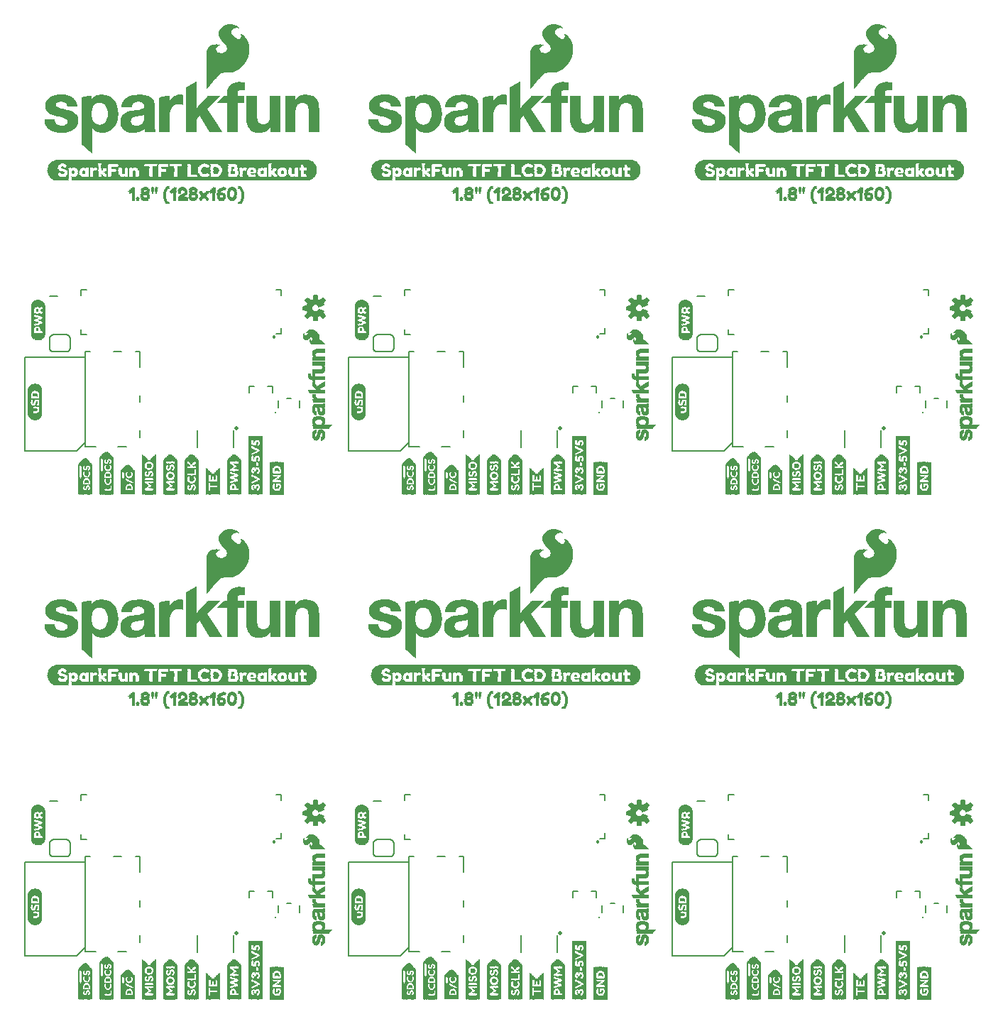
<source format=gto>
G75*
%MOIN*%
%OFA0B0*%
%FSLAX25Y25*%
%IPPOS*%
%LPD*%
%AMOC8*
5,1,8,0,0,1.08239X$1,22.5*
%
%ADD10C,0.00800*%
%ADD11C,0.02000*%
%ADD12C,0.01000*%
%ADD13C,0.00300*%
%ADD14R,1.19291X0.00236*%
%ADD15R,1.20709X0.00236*%
%ADD16R,1.21654X0.00236*%
%ADD17R,1.22598X0.00236*%
%ADD18R,1.23071X0.00236*%
%ADD19R,1.23543X0.00236*%
%ADD20R,0.22913X0.00236*%
%ADD21R,0.78898X0.00236*%
%ADD22R,0.20315X0.00236*%
%ADD23R,0.05433X0.00236*%
%ADD24R,0.16299X0.00236*%
%ADD25R,0.48189X0.00236*%
%ADD26R,0.29764X0.00236*%
%ADD27R,0.05197X0.00236*%
%ADD28R,0.15591X0.00236*%
%ADD29R,0.03307X0.00236*%
%ADD30R,0.12520X0.00236*%
%ADD31R,0.00709X0.00236*%
%ADD32R,0.00472X0.00236*%
%ADD33R,0.02835X0.00236*%
%ADD34R,0.01417X0.00236*%
%ADD35R,0.04961X0.00236*%
%ADD36R,0.15354X0.00236*%
%ADD37R,0.20551X0.00236*%
%ADD38R,0.04724X0.00236*%
%ADD39R,0.15118X0.00236*%
%ADD40R,0.03071X0.00236*%
%ADD41R,0.12283X0.00236*%
%ADD42R,0.00945X0.00236*%
%ADD43R,0.04488X0.00236*%
%ADD44R,0.14882X0.00236*%
%ADD45R,0.13937X0.00236*%
%ADD46R,0.04016X0.00236*%
%ADD47R,0.14646X0.00236*%
%ADD48R,0.13701X0.00236*%
%ADD49R,0.05669X0.00236*%
%ADD50R,0.04252X0.00236*%
%ADD51R,0.03780X0.00236*%
%ADD52R,0.03543X0.00236*%
%ADD53R,0.14409X0.00236*%
%ADD54R,0.05906X0.00236*%
%ADD55R,0.02598X0.00236*%
%ADD56R,0.17717X0.00236*%
%ADD57R,0.06142X0.00236*%
%ADD58R,0.01654X0.00236*%
%ADD59R,0.02126X0.00236*%
%ADD60R,0.01181X0.00236*%
%ADD61R,0.01890X0.00236*%
%ADD62R,0.00236X0.00236*%
%ADD63R,0.02362X0.00236*%
%ADD64R,0.06378X0.00236*%
%ADD65R,0.07087X0.00236*%
%ADD66R,0.07795X0.00236*%
%ADD67R,0.06614X0.00236*%
%ADD68R,0.08740X0.00236*%
%ADD69R,1.13858X0.00236*%
%ADD70R,0.08504X0.00236*%
%ADD71R,1.13622X0.00236*%
%ADD72R,0.08268X0.00236*%
%ADD73R,1.13386X0.00236*%
%ADD74R,0.08031X0.00236*%
%ADD75R,1.13150X0.00236*%
%ADD76R,0.07559X0.00236*%
%ADD77R,1.12677X0.00236*%
%ADD78R,1.12205X0.00236*%
%ADD79R,1.11496X0.00236*%
%ADD80C,0.00591*%
%ADD81R,0.00157X0.11024*%
%ADD82R,0.00157X0.11181*%
%ADD83R,0.00157X0.11496*%
%ADD84R,0.00157X0.11654*%
%ADD85R,0.00157X0.07559*%
%ADD86R,0.00157X0.01575*%
%ADD87R,0.00157X0.07244*%
%ADD88R,0.00157X0.01417*%
%ADD89R,0.00157X0.01732*%
%ADD90R,0.00157X0.01890*%
%ADD91R,0.00157X0.02362*%
%ADD92R,0.00157X0.12756*%
%ADD93R,0.00157X0.12913*%
%ADD94R,0.00157X0.13071*%
%ADD95R,0.00157X0.06614*%
%ADD96R,0.00157X0.06142*%
%ADD97R,0.00157X0.02992*%
%ADD98R,0.00157X0.03465*%
%ADD99R,0.00157X0.02520*%
%ADD100R,0.00157X0.01102*%
%ADD101R,0.00157X0.03150*%
%ADD102R,0.00157X0.02205*%
%ADD103R,0.00157X0.00945*%
%ADD104R,0.00157X0.02047*%
%ADD105R,0.00157X0.00787*%
%ADD106R,0.00157X0.03307*%
%ADD107R,0.00157X0.00630*%
%ADD108R,0.00157X0.01260*%
%ADD109R,0.00157X0.03622*%
%ADD110R,0.00157X0.05197*%
%ADD111R,0.00157X0.05354*%
%ADD112R,0.00157X0.05039*%
%ADD113R,0.00157X0.04882*%
%ADD114R,0.00157X0.04567*%
%ADD115R,0.00157X0.02835*%
%ADD116R,0.00157X0.18740*%
%ADD117R,0.00157X0.18583*%
%ADD118R,0.00157X0.18425*%
%ADD119R,0.00157X0.18268*%
%ADD120R,0.00157X0.18110*%
%ADD121R,0.00157X0.17953*%
%ADD122R,0.00157X0.17795*%
%ADD123R,0.00157X0.09134*%
%ADD124R,0.00157X0.03937*%
%ADD125R,0.00157X0.02677*%
%ADD126R,0.00157X0.00472*%
%ADD127R,0.00157X0.00157*%
%ADD128R,0.00157X0.00315*%
%ADD129R,0.00157X0.16063*%
%ADD130R,0.00157X0.16220*%
%ADD131R,0.00157X0.16535*%
%ADD132R,0.00157X0.16693*%
%ADD133R,0.00157X0.16850*%
%ADD134R,0.00157X0.17008*%
%ADD135R,0.00157X0.17165*%
%ADD136R,0.00157X0.08346*%
%ADD137R,0.00157X0.04409*%
%ADD138R,0.00157X0.04252*%
%ADD139R,0.00157X0.04724*%
%ADD140R,0.00157X0.12441*%
%ADD141R,0.00157X0.12283*%
%ADD142R,0.00157X0.12126*%
%ADD143R,0.00157X0.11969*%
%ADD144R,0.00157X0.11811*%
%ADD145R,0.00157X0.11339*%
%ADD146R,0.00157X0.05669*%
%ADD147R,0.00157X0.04094*%
%ADD148R,0.00157X0.03780*%
%ADD149R,0.00157X0.15276*%
%ADD150R,0.00157X0.17323*%
%ADD151R,0.00157X0.17480*%
%ADD152R,0.00157X0.10866*%
%ADD153R,0.00157X0.19055*%
%ADD154R,0.00157X0.19213*%
%ADD155R,0.00157X0.19370*%
%ADD156R,0.00157X0.19528*%
%ADD157R,0.00157X0.14173*%
%ADD158R,0.00157X0.14331*%
%ADD159R,0.00157X0.14646*%
%ADD160R,0.00157X0.14803*%
%ADD161R,0.00157X0.07874*%
%ADD162R,0.00157X0.07717*%
%ADD163R,0.00157X0.15906*%
%ADD164R,0.00157X0.16378*%
%ADD165R,0.00157X0.14961*%
%ADD166R,0.00157X0.13386*%
%ADD167R,0.00157X0.14016*%
%ADD168R,0.00157X0.15591*%
%ADD169R,0.00157X0.06929*%
%ADD170R,0.00157X0.06772*%
%ADD171C,0.00500*%
%ADD172C,0.00600*%
%ADD173R,0.00157X0.27244*%
%ADD174R,0.00157X0.07087*%
%ADD175R,0.00157X0.07402*%
%ADD176R,0.00157X0.08189*%
D10*
X0057342Y0122950D02*
X0081842Y0122950D01*
X0085842Y0126950D01*
X0085842Y0124961D02*
X0085842Y0169450D01*
X0088007Y0169450D01*
X0085342Y0166950D02*
X0057342Y0166950D01*
X0057342Y0123450D01*
X0057342Y0122950D01*
X0085842Y0124961D02*
X0090566Y0124961D01*
X0100999Y0124961D02*
X0105133Y0124961D01*
X0111236Y0129095D02*
X0111236Y0132539D01*
X0111236Y0145731D02*
X0111236Y0148977D01*
X0111236Y0162266D02*
X0111236Y0169450D01*
X0109267Y0169450D01*
X0102771Y0169450D02*
X0099131Y0169450D01*
X0086342Y0177450D02*
X0083842Y0177450D01*
X0083842Y0179950D01*
X0083842Y0195950D02*
X0083842Y0198450D01*
X0086342Y0198450D01*
X0138377Y0132485D02*
X0138377Y0124414D01*
X0155306Y0124414D02*
X0155306Y0132485D01*
X0162830Y0150056D02*
X0162830Y0153206D01*
X0165192Y0153206D01*
X0171491Y0153206D02*
X0173854Y0153206D01*
X0173854Y0150056D01*
X0176342Y0146540D02*
X0176342Y0143159D01*
X0180285Y0147640D02*
X0182398Y0147640D01*
X0186342Y0146540D02*
X0186342Y0143159D01*
X0209342Y0123450D02*
X0209342Y0122950D01*
X0233842Y0122950D01*
X0237842Y0126950D01*
X0237842Y0124961D02*
X0237842Y0169450D01*
X0240007Y0169450D01*
X0237342Y0166950D02*
X0209342Y0166950D01*
X0209342Y0123450D01*
X0237842Y0124961D02*
X0242566Y0124961D01*
X0252999Y0124961D02*
X0257133Y0124961D01*
X0263236Y0129095D02*
X0263236Y0132539D01*
X0263236Y0145731D02*
X0263236Y0148977D01*
X0263236Y0162266D02*
X0263236Y0169450D01*
X0261267Y0169450D01*
X0254771Y0169450D02*
X0251131Y0169450D01*
X0238342Y0177450D02*
X0235842Y0177450D01*
X0235842Y0179950D01*
X0235842Y0195950D02*
X0235842Y0198450D01*
X0238342Y0198450D01*
X0177842Y0198450D02*
X0177842Y0195950D01*
X0177842Y0198450D02*
X0175342Y0198450D01*
X0177842Y0180450D02*
X0177842Y0177950D01*
X0175342Y0177950D01*
X0173942Y0176450D02*
X0173944Y0176490D01*
X0173950Y0176529D01*
X0173960Y0176568D01*
X0173973Y0176605D01*
X0173991Y0176641D01*
X0174012Y0176675D01*
X0174036Y0176707D01*
X0174063Y0176736D01*
X0174093Y0176763D01*
X0174125Y0176786D01*
X0174160Y0176806D01*
X0174196Y0176822D01*
X0174234Y0176835D01*
X0174273Y0176844D01*
X0174312Y0176849D01*
X0174352Y0176850D01*
X0174392Y0176847D01*
X0174431Y0176840D01*
X0174469Y0176829D01*
X0174507Y0176815D01*
X0174542Y0176796D01*
X0174575Y0176775D01*
X0174607Y0176750D01*
X0174635Y0176722D01*
X0174661Y0176692D01*
X0174683Y0176659D01*
X0174702Y0176624D01*
X0174718Y0176587D01*
X0174730Y0176549D01*
X0174738Y0176510D01*
X0174742Y0176470D01*
X0174742Y0176430D01*
X0174738Y0176390D01*
X0174730Y0176351D01*
X0174718Y0176313D01*
X0174702Y0176276D01*
X0174683Y0176241D01*
X0174661Y0176208D01*
X0174635Y0176178D01*
X0174607Y0176150D01*
X0174575Y0176125D01*
X0174542Y0176104D01*
X0174507Y0176085D01*
X0174469Y0176071D01*
X0174431Y0176060D01*
X0174392Y0176053D01*
X0174352Y0176050D01*
X0174312Y0176051D01*
X0174273Y0176056D01*
X0174234Y0176065D01*
X0174196Y0176078D01*
X0174160Y0176094D01*
X0174125Y0176114D01*
X0174093Y0176137D01*
X0174063Y0176164D01*
X0174036Y0176193D01*
X0174012Y0176225D01*
X0173991Y0176259D01*
X0173973Y0176295D01*
X0173960Y0176332D01*
X0173950Y0176371D01*
X0173944Y0176410D01*
X0173942Y0176450D01*
X0290377Y0132485D02*
X0290377Y0124414D01*
X0307306Y0124414D02*
X0307306Y0132485D01*
X0314830Y0150056D02*
X0314830Y0153206D01*
X0317192Y0153206D01*
X0323491Y0153206D02*
X0325854Y0153206D01*
X0325854Y0150056D01*
X0328342Y0146540D02*
X0328342Y0143159D01*
X0332285Y0147640D02*
X0334398Y0147640D01*
X0338342Y0146540D02*
X0338342Y0143159D01*
X0361342Y0123450D02*
X0361342Y0166950D01*
X0389342Y0166950D01*
X0389842Y0169450D02*
X0389842Y0124961D01*
X0394566Y0124961D01*
X0389842Y0126950D02*
X0385842Y0122950D01*
X0361342Y0122950D01*
X0361342Y0123450D01*
X0404999Y0124961D02*
X0409133Y0124961D01*
X0415236Y0129095D02*
X0415236Y0132539D01*
X0415236Y0145731D02*
X0415236Y0148977D01*
X0415236Y0162266D02*
X0415236Y0169450D01*
X0413267Y0169450D01*
X0406771Y0169450D02*
X0403131Y0169450D01*
X0392007Y0169450D02*
X0389842Y0169450D01*
X0390342Y0177450D02*
X0387842Y0177450D01*
X0387842Y0179950D01*
X0387842Y0195950D02*
X0387842Y0198450D01*
X0390342Y0198450D01*
X0329842Y0198450D02*
X0329842Y0195950D01*
X0329842Y0198450D02*
X0327342Y0198450D01*
X0329842Y0180450D02*
X0329842Y0177950D01*
X0327342Y0177950D01*
X0325942Y0176450D02*
X0325944Y0176490D01*
X0325950Y0176529D01*
X0325960Y0176568D01*
X0325973Y0176605D01*
X0325991Y0176641D01*
X0326012Y0176675D01*
X0326036Y0176707D01*
X0326063Y0176736D01*
X0326093Y0176763D01*
X0326125Y0176786D01*
X0326160Y0176806D01*
X0326196Y0176822D01*
X0326234Y0176835D01*
X0326273Y0176844D01*
X0326312Y0176849D01*
X0326352Y0176850D01*
X0326392Y0176847D01*
X0326431Y0176840D01*
X0326469Y0176829D01*
X0326507Y0176815D01*
X0326542Y0176796D01*
X0326575Y0176775D01*
X0326607Y0176750D01*
X0326635Y0176722D01*
X0326661Y0176692D01*
X0326683Y0176659D01*
X0326702Y0176624D01*
X0326718Y0176587D01*
X0326730Y0176549D01*
X0326738Y0176510D01*
X0326742Y0176470D01*
X0326742Y0176430D01*
X0326738Y0176390D01*
X0326730Y0176351D01*
X0326718Y0176313D01*
X0326702Y0176276D01*
X0326683Y0176241D01*
X0326661Y0176208D01*
X0326635Y0176178D01*
X0326607Y0176150D01*
X0326575Y0176125D01*
X0326542Y0176104D01*
X0326507Y0176085D01*
X0326469Y0176071D01*
X0326431Y0176060D01*
X0326392Y0176053D01*
X0326352Y0176050D01*
X0326312Y0176051D01*
X0326273Y0176056D01*
X0326234Y0176065D01*
X0326196Y0176078D01*
X0326160Y0176094D01*
X0326125Y0176114D01*
X0326093Y0176137D01*
X0326063Y0176164D01*
X0326036Y0176193D01*
X0326012Y0176225D01*
X0325991Y0176259D01*
X0325973Y0176295D01*
X0325960Y0176332D01*
X0325950Y0176371D01*
X0325944Y0176410D01*
X0325942Y0176450D01*
X0442377Y0132485D02*
X0442377Y0124414D01*
X0459306Y0124414D02*
X0459306Y0132485D01*
X0466830Y0150056D02*
X0466830Y0153206D01*
X0469192Y0153206D01*
X0475491Y0153206D02*
X0477854Y0153206D01*
X0477854Y0150056D01*
X0480342Y0146540D02*
X0480342Y0143159D01*
X0484285Y0147640D02*
X0486398Y0147640D01*
X0490342Y0146540D02*
X0490342Y0143159D01*
X0477942Y0176450D02*
X0477944Y0176490D01*
X0477950Y0176529D01*
X0477960Y0176568D01*
X0477973Y0176605D01*
X0477991Y0176641D01*
X0478012Y0176675D01*
X0478036Y0176707D01*
X0478063Y0176736D01*
X0478093Y0176763D01*
X0478125Y0176786D01*
X0478160Y0176806D01*
X0478196Y0176822D01*
X0478234Y0176835D01*
X0478273Y0176844D01*
X0478312Y0176849D01*
X0478352Y0176850D01*
X0478392Y0176847D01*
X0478431Y0176840D01*
X0478469Y0176829D01*
X0478507Y0176815D01*
X0478542Y0176796D01*
X0478575Y0176775D01*
X0478607Y0176750D01*
X0478635Y0176722D01*
X0478661Y0176692D01*
X0478683Y0176659D01*
X0478702Y0176624D01*
X0478718Y0176587D01*
X0478730Y0176549D01*
X0478738Y0176510D01*
X0478742Y0176470D01*
X0478742Y0176430D01*
X0478738Y0176390D01*
X0478730Y0176351D01*
X0478718Y0176313D01*
X0478702Y0176276D01*
X0478683Y0176241D01*
X0478661Y0176208D01*
X0478635Y0176178D01*
X0478607Y0176150D01*
X0478575Y0176125D01*
X0478542Y0176104D01*
X0478507Y0176085D01*
X0478469Y0176071D01*
X0478431Y0176060D01*
X0478392Y0176053D01*
X0478352Y0176050D01*
X0478312Y0176051D01*
X0478273Y0176056D01*
X0478234Y0176065D01*
X0478196Y0176078D01*
X0478160Y0176094D01*
X0478125Y0176114D01*
X0478093Y0176137D01*
X0478063Y0176164D01*
X0478036Y0176193D01*
X0478012Y0176225D01*
X0477991Y0176259D01*
X0477973Y0176295D01*
X0477960Y0176332D01*
X0477950Y0176371D01*
X0477944Y0176410D01*
X0477942Y0176450D01*
X0479342Y0177950D02*
X0481842Y0177950D01*
X0481842Y0180450D01*
X0481842Y0195950D02*
X0481842Y0198450D01*
X0479342Y0198450D01*
X0459306Y0361414D02*
X0459306Y0369485D01*
X0466830Y0387056D02*
X0466830Y0390206D01*
X0469192Y0390206D01*
X0475491Y0390206D02*
X0477854Y0390206D01*
X0477854Y0387056D01*
X0480342Y0383540D02*
X0480342Y0380159D01*
X0484285Y0384640D02*
X0486398Y0384640D01*
X0490342Y0383540D02*
X0490342Y0380159D01*
X0477942Y0413450D02*
X0477944Y0413490D01*
X0477950Y0413529D01*
X0477960Y0413568D01*
X0477973Y0413605D01*
X0477991Y0413641D01*
X0478012Y0413675D01*
X0478036Y0413707D01*
X0478063Y0413736D01*
X0478093Y0413763D01*
X0478125Y0413786D01*
X0478160Y0413806D01*
X0478196Y0413822D01*
X0478234Y0413835D01*
X0478273Y0413844D01*
X0478312Y0413849D01*
X0478352Y0413850D01*
X0478392Y0413847D01*
X0478431Y0413840D01*
X0478469Y0413829D01*
X0478507Y0413815D01*
X0478542Y0413796D01*
X0478575Y0413775D01*
X0478607Y0413750D01*
X0478635Y0413722D01*
X0478661Y0413692D01*
X0478683Y0413659D01*
X0478702Y0413624D01*
X0478718Y0413587D01*
X0478730Y0413549D01*
X0478738Y0413510D01*
X0478742Y0413470D01*
X0478742Y0413430D01*
X0478738Y0413390D01*
X0478730Y0413351D01*
X0478718Y0413313D01*
X0478702Y0413276D01*
X0478683Y0413241D01*
X0478661Y0413208D01*
X0478635Y0413178D01*
X0478607Y0413150D01*
X0478575Y0413125D01*
X0478542Y0413104D01*
X0478507Y0413085D01*
X0478469Y0413071D01*
X0478431Y0413060D01*
X0478392Y0413053D01*
X0478352Y0413050D01*
X0478312Y0413051D01*
X0478273Y0413056D01*
X0478234Y0413065D01*
X0478196Y0413078D01*
X0478160Y0413094D01*
X0478125Y0413114D01*
X0478093Y0413137D01*
X0478063Y0413164D01*
X0478036Y0413193D01*
X0478012Y0413225D01*
X0477991Y0413259D01*
X0477973Y0413295D01*
X0477960Y0413332D01*
X0477950Y0413371D01*
X0477944Y0413410D01*
X0477942Y0413450D01*
X0479342Y0414950D02*
X0481842Y0414950D01*
X0481842Y0417450D01*
X0481842Y0432950D02*
X0481842Y0435450D01*
X0479342Y0435450D01*
X0415236Y0406450D02*
X0415236Y0399266D01*
X0415236Y0406450D02*
X0413267Y0406450D01*
X0406771Y0406450D02*
X0403131Y0406450D01*
X0392007Y0406450D02*
X0389842Y0406450D01*
X0389842Y0361961D01*
X0394566Y0361961D01*
X0389842Y0363950D02*
X0385842Y0359950D01*
X0361342Y0359950D01*
X0361342Y0360450D01*
X0361342Y0403950D01*
X0389342Y0403950D01*
X0390342Y0414450D02*
X0387842Y0414450D01*
X0387842Y0416950D01*
X0387842Y0432950D02*
X0387842Y0435450D01*
X0390342Y0435450D01*
X0415236Y0385977D02*
X0415236Y0382731D01*
X0415236Y0369539D02*
X0415236Y0366095D01*
X0409133Y0361961D02*
X0404999Y0361961D01*
X0442377Y0361414D02*
X0442377Y0369485D01*
X0338342Y0380159D02*
X0338342Y0383540D01*
X0334398Y0384640D02*
X0332285Y0384640D01*
X0328342Y0383540D02*
X0328342Y0380159D01*
X0325854Y0387056D02*
X0325854Y0390206D01*
X0323491Y0390206D01*
X0317192Y0390206D02*
X0314830Y0390206D01*
X0314830Y0387056D01*
X0307306Y0369485D02*
X0307306Y0361414D01*
X0290377Y0361414D02*
X0290377Y0369485D01*
X0263236Y0369539D02*
X0263236Y0366095D01*
X0257133Y0361961D02*
X0252999Y0361961D01*
X0242566Y0361961D02*
X0237842Y0361961D01*
X0237842Y0406450D01*
X0240007Y0406450D01*
X0237342Y0403950D02*
X0209342Y0403950D01*
X0209342Y0360450D01*
X0209342Y0359950D01*
X0233842Y0359950D01*
X0237842Y0363950D01*
X0263236Y0382731D02*
X0263236Y0385977D01*
X0263236Y0399266D02*
X0263236Y0406450D01*
X0261267Y0406450D01*
X0254771Y0406450D02*
X0251131Y0406450D01*
X0238342Y0414450D02*
X0235842Y0414450D01*
X0235842Y0416950D01*
X0235842Y0432950D02*
X0235842Y0435450D01*
X0238342Y0435450D01*
X0186342Y0383540D02*
X0186342Y0380159D01*
X0182398Y0384640D02*
X0180285Y0384640D01*
X0176342Y0383540D02*
X0176342Y0380159D01*
X0173854Y0387056D02*
X0173854Y0390206D01*
X0171491Y0390206D01*
X0165192Y0390206D02*
X0162830Y0390206D01*
X0162830Y0387056D01*
X0155306Y0369485D02*
X0155306Y0361414D01*
X0138377Y0361414D02*
X0138377Y0369485D01*
X0111236Y0369539D02*
X0111236Y0366095D01*
X0105133Y0361961D02*
X0100999Y0361961D01*
X0090566Y0361961D02*
X0085842Y0361961D01*
X0085842Y0406450D01*
X0088007Y0406450D01*
X0085342Y0403950D02*
X0057342Y0403950D01*
X0057342Y0360450D01*
X0057342Y0359950D01*
X0081842Y0359950D01*
X0085842Y0363950D01*
X0111236Y0382731D02*
X0111236Y0385977D01*
X0111236Y0399266D02*
X0111236Y0406450D01*
X0109267Y0406450D01*
X0102771Y0406450D02*
X0099131Y0406450D01*
X0086342Y0414450D02*
X0083842Y0414450D01*
X0083842Y0416950D01*
X0083842Y0432950D02*
X0083842Y0435450D01*
X0086342Y0435450D01*
X0175342Y0435450D02*
X0177842Y0435450D01*
X0177842Y0432950D01*
X0177842Y0417450D02*
X0177842Y0414950D01*
X0175342Y0414950D01*
X0173942Y0413450D02*
X0173944Y0413490D01*
X0173950Y0413529D01*
X0173960Y0413568D01*
X0173973Y0413605D01*
X0173991Y0413641D01*
X0174012Y0413675D01*
X0174036Y0413707D01*
X0174063Y0413736D01*
X0174093Y0413763D01*
X0174125Y0413786D01*
X0174160Y0413806D01*
X0174196Y0413822D01*
X0174234Y0413835D01*
X0174273Y0413844D01*
X0174312Y0413849D01*
X0174352Y0413850D01*
X0174392Y0413847D01*
X0174431Y0413840D01*
X0174469Y0413829D01*
X0174507Y0413815D01*
X0174542Y0413796D01*
X0174575Y0413775D01*
X0174607Y0413750D01*
X0174635Y0413722D01*
X0174661Y0413692D01*
X0174683Y0413659D01*
X0174702Y0413624D01*
X0174718Y0413587D01*
X0174730Y0413549D01*
X0174738Y0413510D01*
X0174742Y0413470D01*
X0174742Y0413430D01*
X0174738Y0413390D01*
X0174730Y0413351D01*
X0174718Y0413313D01*
X0174702Y0413276D01*
X0174683Y0413241D01*
X0174661Y0413208D01*
X0174635Y0413178D01*
X0174607Y0413150D01*
X0174575Y0413125D01*
X0174542Y0413104D01*
X0174507Y0413085D01*
X0174469Y0413071D01*
X0174431Y0413060D01*
X0174392Y0413053D01*
X0174352Y0413050D01*
X0174312Y0413051D01*
X0174273Y0413056D01*
X0174234Y0413065D01*
X0174196Y0413078D01*
X0174160Y0413094D01*
X0174125Y0413114D01*
X0174093Y0413137D01*
X0174063Y0413164D01*
X0174036Y0413193D01*
X0174012Y0413225D01*
X0173991Y0413259D01*
X0173973Y0413295D01*
X0173960Y0413332D01*
X0173950Y0413371D01*
X0173944Y0413410D01*
X0173942Y0413450D01*
X0325942Y0413450D02*
X0325944Y0413490D01*
X0325950Y0413529D01*
X0325960Y0413568D01*
X0325973Y0413605D01*
X0325991Y0413641D01*
X0326012Y0413675D01*
X0326036Y0413707D01*
X0326063Y0413736D01*
X0326093Y0413763D01*
X0326125Y0413786D01*
X0326160Y0413806D01*
X0326196Y0413822D01*
X0326234Y0413835D01*
X0326273Y0413844D01*
X0326312Y0413849D01*
X0326352Y0413850D01*
X0326392Y0413847D01*
X0326431Y0413840D01*
X0326469Y0413829D01*
X0326507Y0413815D01*
X0326542Y0413796D01*
X0326575Y0413775D01*
X0326607Y0413750D01*
X0326635Y0413722D01*
X0326661Y0413692D01*
X0326683Y0413659D01*
X0326702Y0413624D01*
X0326718Y0413587D01*
X0326730Y0413549D01*
X0326738Y0413510D01*
X0326742Y0413470D01*
X0326742Y0413430D01*
X0326738Y0413390D01*
X0326730Y0413351D01*
X0326718Y0413313D01*
X0326702Y0413276D01*
X0326683Y0413241D01*
X0326661Y0413208D01*
X0326635Y0413178D01*
X0326607Y0413150D01*
X0326575Y0413125D01*
X0326542Y0413104D01*
X0326507Y0413085D01*
X0326469Y0413071D01*
X0326431Y0413060D01*
X0326392Y0413053D01*
X0326352Y0413050D01*
X0326312Y0413051D01*
X0326273Y0413056D01*
X0326234Y0413065D01*
X0326196Y0413078D01*
X0326160Y0413094D01*
X0326125Y0413114D01*
X0326093Y0413137D01*
X0326063Y0413164D01*
X0326036Y0413193D01*
X0326012Y0413225D01*
X0325991Y0413259D01*
X0325973Y0413295D01*
X0325960Y0413332D01*
X0325950Y0413371D01*
X0325944Y0413410D01*
X0325942Y0413450D01*
X0327342Y0414950D02*
X0329842Y0414950D01*
X0329842Y0417450D01*
X0329842Y0432950D02*
X0329842Y0435450D01*
X0327342Y0435450D01*
D11*
X0308842Y0370450D03*
X0156842Y0370450D03*
X0156842Y0133450D03*
X0308842Y0133450D03*
X0460842Y0133450D03*
X0460842Y0370450D03*
D12*
X0479042Y0377850D03*
X0327042Y0377850D03*
X0175042Y0377850D03*
X0175042Y0140850D03*
X0327042Y0140850D03*
X0479042Y0140850D03*
D13*
X0496358Y0142131D02*
X0496358Y0142997D01*
X0496397Y0143233D01*
X0496397Y0143430D01*
X0496436Y0143627D01*
X0496515Y0143863D01*
X0496554Y0144020D01*
X0496633Y0144217D01*
X0496712Y0144375D01*
X0496830Y0144532D01*
X0497106Y0144808D01*
X0497302Y0144887D01*
X0497460Y0144965D01*
X0497932Y0145044D01*
X0501476Y0145044D01*
X0501554Y0145083D01*
X0501712Y0145083D01*
X0501791Y0145123D01*
X0501830Y0145123D01*
X0501909Y0145162D01*
X0501948Y0145162D01*
X0502027Y0145202D01*
X0502066Y0145202D01*
X0502066Y0143666D01*
X0501987Y0143666D01*
X0501948Y0143627D01*
X0501909Y0143627D01*
X0501869Y0143587D01*
X0501633Y0143587D01*
X0501594Y0143548D01*
X0501515Y0143548D01*
X0501594Y0143469D01*
X0501712Y0143391D01*
X0501791Y0143272D01*
X0501830Y0143154D01*
X0501909Y0143036D01*
X0501948Y0142957D01*
X0502027Y0142839D01*
X0502066Y0142721D01*
X0502106Y0142564D01*
X0502145Y0142446D01*
X0502145Y0142328D01*
X0502184Y0142209D01*
X0502184Y0141934D01*
X0502224Y0141816D01*
X0502224Y0141501D01*
X0502184Y0141304D01*
X0502184Y0141107D01*
X0502106Y0140950D01*
X0502066Y0140792D01*
X0501909Y0140477D01*
X0501830Y0140359D01*
X0501594Y0140123D01*
X0501436Y0140005D01*
X0501279Y0139926D01*
X0500964Y0139847D01*
X0500767Y0139808D01*
X0500570Y0139808D01*
X0500137Y0139847D01*
X0499783Y0139965D01*
X0499507Y0140162D01*
X0499271Y0140398D01*
X0499113Y0140674D01*
X0498995Y0140989D01*
X0498917Y0141343D01*
X0498877Y0141658D01*
X0499704Y0141973D01*
X0499901Y0141580D01*
X0500058Y0141422D01*
X0500216Y0141343D01*
X0500373Y0141343D01*
X0500491Y0141304D01*
X0500570Y0141343D01*
X0500649Y0141343D01*
X0500767Y0141383D01*
X0500806Y0141383D01*
X0500885Y0141422D01*
X0501003Y0141540D01*
X0501043Y0141619D01*
X0501082Y0141658D01*
X0501121Y0141737D01*
X0501121Y0141816D01*
X0501161Y0141894D01*
X0501161Y0142485D01*
X0501043Y0142957D01*
X0500964Y0143076D01*
X0500767Y0143272D01*
X0500649Y0143312D01*
X0500570Y0143391D01*
X0500452Y0143430D01*
X0500334Y0143430D01*
X0500255Y0143469D01*
X0500137Y0143469D01*
X0500058Y0143509D01*
X0499310Y0143509D01*
X0499350Y0143430D01*
X0499389Y0143391D01*
X0499428Y0143312D01*
X0499468Y0143272D01*
X0499468Y0143194D01*
X0499547Y0143036D01*
X0499547Y0142839D01*
X0498720Y0142682D01*
X0498680Y0142957D01*
X0498602Y0143194D01*
X0498484Y0143351D01*
X0498326Y0143469D01*
X0498129Y0143509D01*
X0498011Y0143509D01*
X0497893Y0143469D01*
X0497814Y0143469D01*
X0497657Y0143391D01*
X0497539Y0143272D01*
X0497421Y0143036D01*
X0497421Y0142957D01*
X0497381Y0142879D01*
X0497381Y0142603D01*
X0497342Y0142524D01*
X0497381Y0142406D01*
X0497381Y0142209D01*
X0497421Y0142091D01*
X0497421Y0142013D01*
X0497499Y0141855D01*
X0497736Y0141619D01*
X0497893Y0141540D01*
X0498011Y0141540D01*
X0498090Y0141501D01*
X0498208Y0141501D01*
X0498208Y0139965D01*
X0497932Y0140005D01*
X0497736Y0140044D01*
X0497499Y0140123D01*
X0497302Y0140241D01*
X0497145Y0140359D01*
X0496987Y0140517D01*
X0496751Y0140831D01*
X0496633Y0141028D01*
X0496476Y0141422D01*
X0496358Y0142131D01*
X0496358Y0142211D02*
X0497381Y0142211D01*
X0497347Y0142510D02*
X0496358Y0142510D01*
X0496358Y0142808D02*
X0497381Y0142808D01*
X0497456Y0143107D02*
X0496376Y0143107D01*
X0496397Y0143405D02*
X0497687Y0143405D01*
X0498411Y0143405D02*
X0499374Y0143405D01*
X0499511Y0143107D02*
X0498631Y0143107D01*
X0498702Y0142808D02*
X0499384Y0142808D01*
X0499562Y0142808D01*
X0499547Y0142839D02*
X0499586Y0142761D01*
X0499586Y0142603D01*
X0499625Y0142485D01*
X0499625Y0142328D01*
X0499665Y0142209D01*
X0499665Y0142131D01*
X0499704Y0142052D01*
X0499704Y0141973D01*
X0498877Y0141658D01*
X0498798Y0142013D01*
X0498759Y0142367D01*
X0498720Y0142682D01*
X0499547Y0142839D01*
X0499617Y0142510D02*
X0498741Y0142510D01*
X0498776Y0142211D02*
X0499664Y0142211D01*
X0499734Y0141913D02*
X0499546Y0141913D01*
X0498821Y0141913D01*
X0498883Y0141614D02*
X0499883Y0141614D01*
X0500456Y0141316D02*
X0498923Y0141316D01*
X0498989Y0141017D02*
X0502139Y0141017D01*
X0502187Y0141316D02*
X0500515Y0141316D01*
X0501040Y0141614D02*
X0502224Y0141614D01*
X0502191Y0141913D02*
X0501161Y0141913D01*
X0501161Y0142211D02*
X0502184Y0142211D01*
X0502124Y0142510D02*
X0501154Y0142510D01*
X0501080Y0142808D02*
X0502037Y0142808D01*
X0501862Y0143107D02*
X0500932Y0143107D01*
X0500525Y0143405D02*
X0501690Y0143405D01*
X0502066Y0143704D02*
X0496462Y0143704D01*
X0496550Y0144002D02*
X0502066Y0144002D01*
X0502066Y0144301D02*
X0496675Y0144301D01*
X0496897Y0144600D02*
X0502066Y0144600D01*
X0502066Y0144898D02*
X0497325Y0144898D01*
X0496751Y0145871D02*
X0502066Y0145871D01*
X0502066Y0147406D01*
X0499192Y0147406D01*
X0498838Y0147485D01*
X0498287Y0147721D01*
X0498050Y0147957D01*
X0497893Y0148194D01*
X0497814Y0148509D01*
X0497775Y0148902D01*
X0497775Y0149335D01*
X0497814Y0149414D01*
X0497814Y0149454D01*
X0496397Y0149454D01*
X0496358Y0149414D01*
X0496358Y0148863D01*
X0496515Y0148312D01*
X0496830Y0147839D01*
X0497027Y0147643D01*
X0497263Y0147485D01*
X0497539Y0147367D01*
X0497539Y0147328D01*
X0496476Y0147328D01*
X0496515Y0147170D01*
X0496554Y0146973D01*
X0496594Y0146816D01*
X0496633Y0146619D01*
X0496633Y0146422D01*
X0496673Y0146265D01*
X0496751Y0145871D01*
X0496707Y0146092D02*
X0502066Y0146092D01*
X0502066Y0146391D02*
X0496641Y0146391D01*
X0496619Y0146689D02*
X0502066Y0146689D01*
X0502066Y0146988D02*
X0496552Y0146988D01*
X0496486Y0147286D02*
X0502066Y0147286D01*
X0502017Y0145197D02*
X0502066Y0145197D01*
X0498606Y0147585D02*
X0497114Y0147585D01*
X0496801Y0147883D02*
X0498125Y0147883D01*
X0497901Y0148182D02*
X0496602Y0148182D01*
X0496467Y0148480D02*
X0497821Y0148480D01*
X0497787Y0148779D02*
X0496382Y0148779D01*
X0496358Y0149077D02*
X0497775Y0149077D01*
X0497795Y0149376D02*
X0496358Y0149376D01*
X0495216Y0150083D02*
X0502066Y0150083D01*
X0502066Y0151580D01*
X0500137Y0151580D01*
X0499547Y0152170D01*
X0502066Y0153706D01*
X0502066Y0155556D01*
X0498523Y0153233D01*
X0496476Y0155320D01*
X0496476Y0153509D01*
X0498484Y0151580D01*
X0494350Y0151580D01*
X0495216Y0150083D01*
X0495107Y0150271D02*
X0502066Y0150271D01*
X0502066Y0150570D02*
X0494934Y0150570D01*
X0494761Y0150868D02*
X0502066Y0150868D01*
X0502066Y0151167D02*
X0494589Y0151167D01*
X0494416Y0151465D02*
X0502066Y0151465D01*
X0500839Y0152958D02*
X0497049Y0152958D01*
X0496738Y0153256D02*
X0498500Y0153256D01*
X0498558Y0153256D02*
X0501329Y0153256D01*
X0501819Y0153555D02*
X0499014Y0153555D01*
X0499469Y0153853D02*
X0502066Y0153853D01*
X0502066Y0154152D02*
X0499924Y0154152D01*
X0500380Y0154450D02*
X0502066Y0154450D01*
X0502066Y0154749D02*
X0500835Y0154749D01*
X0501291Y0155047D02*
X0502066Y0155047D01*
X0502066Y0155346D02*
X0501746Y0155346D01*
X0502066Y0156501D02*
X0497499Y0156501D01*
X0497499Y0155005D01*
X0497263Y0155241D01*
X0497145Y0155398D01*
X0496987Y0155517D01*
X0496751Y0155753D01*
X0496633Y0155910D01*
X0496476Y0156028D01*
X0496476Y0156501D01*
X0496043Y0156501D01*
X0495688Y0156540D01*
X0495373Y0156619D01*
X0495098Y0156776D01*
X0494861Y0156973D01*
X0494625Y0157209D01*
X0494507Y0157524D01*
X0494389Y0157918D01*
X0494350Y0158351D01*
X0494350Y0158666D01*
X0494389Y0158784D01*
X0494389Y0159178D01*
X0495531Y0159178D01*
X0495531Y0158469D01*
X0495610Y0158233D01*
X0495649Y0158154D01*
X0495767Y0158115D01*
X0495846Y0158076D01*
X0496003Y0158036D01*
X0496476Y0158036D01*
X0496476Y0159099D01*
X0497499Y0159099D01*
X0497499Y0158036D01*
X0502066Y0158036D01*
X0502066Y0156501D01*
X0502066Y0156540D02*
X0495690Y0156540D01*
X0495023Y0156838D02*
X0502066Y0156838D01*
X0502066Y0157137D02*
X0494698Y0157137D01*
X0494541Y0157435D02*
X0502066Y0157435D01*
X0502066Y0157734D02*
X0494444Y0157734D01*
X0494379Y0158033D02*
X0502066Y0158033D01*
X0501239Y0159729D02*
X0500846Y0159611D01*
X0500413Y0159532D01*
X0496476Y0159532D01*
X0496476Y0161068D01*
X0499940Y0161068D01*
X0500216Y0161107D01*
X0500452Y0161186D01*
X0500649Y0161265D01*
X0500806Y0161422D01*
X0500924Y0161580D01*
X0500964Y0161776D01*
X0501003Y0162052D01*
X0500964Y0162328D01*
X0500924Y0162564D01*
X0500806Y0162761D01*
X0500610Y0162957D01*
X0500413Y0163076D01*
X0500137Y0163154D01*
X0499783Y0163194D01*
X0499389Y0163233D01*
X0496476Y0163233D01*
X0496476Y0164729D01*
X0502066Y0164729D01*
X0502066Y0163272D01*
X0501279Y0163272D01*
X0501515Y0163115D01*
X0501673Y0162918D01*
X0501869Y0162721D01*
X0501987Y0162524D01*
X0502145Y0162052D01*
X0502184Y0161816D01*
X0502224Y0161540D01*
X0502145Y0160989D01*
X0502027Y0160556D01*
X0501830Y0160202D01*
X0501594Y0159926D01*
X0501239Y0159729D01*
X0501409Y0159824D02*
X0496476Y0159824D01*
X0496476Y0160122D02*
X0501762Y0160122D01*
X0501952Y0160421D02*
X0496476Y0160421D01*
X0496476Y0160719D02*
X0502071Y0160719D01*
X0502149Y0161018D02*
X0496476Y0161018D01*
X0496476Y0158928D02*
X0497499Y0158928D01*
X0497499Y0158630D02*
X0496476Y0158630D01*
X0496476Y0158331D02*
X0497499Y0158331D01*
X0495577Y0158331D02*
X0494352Y0158331D01*
X0494350Y0158630D02*
X0495531Y0158630D01*
X0495531Y0158928D02*
X0494389Y0158928D01*
X0496476Y0156241D02*
X0497499Y0156241D01*
X0497499Y0155943D02*
X0496590Y0155943D01*
X0496860Y0155644D02*
X0497499Y0155644D01*
X0497499Y0155346D02*
X0497184Y0155346D01*
X0497457Y0155047D02*
X0497499Y0155047D01*
X0497036Y0154749D02*
X0496476Y0154749D01*
X0496476Y0155047D02*
X0496743Y0155047D01*
X0496476Y0154450D02*
X0497329Y0154450D01*
X0497621Y0154152D02*
X0496476Y0154152D01*
X0496476Y0153853D02*
X0497914Y0153853D01*
X0498207Y0153555D02*
X0496476Y0153555D01*
X0497360Y0152659D02*
X0500349Y0152659D01*
X0499860Y0152361D02*
X0497670Y0152361D01*
X0497981Y0152062D02*
X0499654Y0152062D01*
X0499953Y0151764D02*
X0498292Y0151764D01*
X0497470Y0141913D02*
X0496394Y0141913D01*
X0496444Y0141614D02*
X0497745Y0141614D01*
X0498208Y0141316D02*
X0496518Y0141316D01*
X0496640Y0141017D02*
X0498208Y0141017D01*
X0498208Y0140719D02*
X0496836Y0140719D01*
X0497084Y0140420D02*
X0498208Y0140420D01*
X0498208Y0140122D02*
X0497502Y0140122D01*
X0497696Y0139020D02*
X0498208Y0139217D01*
X0498759Y0139335D01*
X0499310Y0139335D01*
X0499271Y0137839D01*
X0498641Y0137761D01*
X0498326Y0137643D01*
X0498050Y0137524D01*
X0497814Y0137328D01*
X0497657Y0137091D01*
X0497539Y0136816D01*
X0497499Y0136501D01*
X0497539Y0136146D01*
X0497657Y0135871D01*
X0497814Y0135635D01*
X0498050Y0135438D01*
X0498326Y0135320D01*
X0498956Y0135162D01*
X0499625Y0135162D01*
X0500255Y0135320D01*
X0500728Y0135635D01*
X0500885Y0135871D01*
X0501003Y0136146D01*
X0501043Y0136501D01*
X0501003Y0136855D01*
X0500885Y0137131D01*
X0500728Y0137367D01*
X0500255Y0137682D01*
X0500885Y0139020D01*
X0501318Y0138745D01*
X0501673Y0138391D01*
X0501948Y0137997D01*
X0502145Y0137485D01*
X0502184Y0136894D01*
X0502184Y0136658D01*
X0502145Y0136422D01*
X0501987Y0135950D01*
X0501869Y0135753D01*
X0501712Y0135556D01*
X0501554Y0135398D01*
X0501358Y0135241D01*
X0505373Y0135241D01*
X0505216Y0135044D01*
X0505019Y0134847D01*
X0504704Y0134454D01*
X0504350Y0134099D01*
X0504192Y0133902D01*
X0503995Y0133706D01*
X0496751Y0133706D01*
X0496712Y0133902D01*
X0496673Y0134060D01*
X0496633Y0134257D01*
X0496633Y0134414D01*
X0496554Y0134808D01*
X0496515Y0134965D01*
X0496476Y0135162D01*
X0497184Y0135162D01*
X0496791Y0135477D01*
X0496554Y0135871D01*
X0496436Y0136107D01*
X0496318Y0136816D01*
X0496397Y0137446D01*
X0496594Y0137957D01*
X0496869Y0138391D01*
X0497224Y0138745D01*
X0497696Y0139020D01*
X0497537Y0138928D02*
X0499300Y0138928D01*
X0500842Y0138928D01*
X0500841Y0138928D02*
X0501031Y0138928D01*
X0500885Y0139020D02*
X0500255Y0137682D01*
X0499940Y0137761D01*
X0499625Y0137800D01*
X0499271Y0137839D01*
X0499310Y0139335D01*
X0499861Y0139296D01*
X0500413Y0139217D01*
X0500885Y0139020D01*
X0500701Y0138629D02*
X0501434Y0138629D01*
X0501714Y0138331D02*
X0500561Y0138331D01*
X0499284Y0138331D01*
X0496831Y0138331D01*
X0496641Y0138032D02*
X0499276Y0138032D01*
X0500420Y0138032D01*
X0501923Y0138032D01*
X0502049Y0137734D02*
X0500280Y0137734D01*
X0500048Y0137734D01*
X0500625Y0137435D02*
X0502148Y0137435D01*
X0502168Y0137137D02*
X0500881Y0137137D01*
X0501005Y0136838D02*
X0502184Y0136838D01*
X0502165Y0136540D02*
X0501038Y0136540D01*
X0501014Y0136241D02*
X0502085Y0136241D01*
X0501983Y0135943D02*
X0500916Y0135943D01*
X0500734Y0135644D02*
X0501783Y0135644D01*
X0501488Y0135346D02*
X0500294Y0135346D01*
X0498265Y0135346D02*
X0496955Y0135346D01*
X0496690Y0135644D02*
X0497808Y0135644D01*
X0497626Y0135943D02*
X0496519Y0135943D01*
X0496414Y0136241D02*
X0497528Y0136241D01*
X0497504Y0136540D02*
X0496364Y0136540D01*
X0496321Y0136838D02*
X0497548Y0136838D01*
X0497687Y0137137D02*
X0496358Y0137137D01*
X0496396Y0137435D02*
X0497943Y0137435D01*
X0498569Y0137734D02*
X0496508Y0137734D01*
X0497108Y0138629D02*
X0499292Y0138629D01*
X0500701Y0138629D01*
X0500350Y0139226D02*
X0499307Y0139226D01*
X0498250Y0139226D01*
X0499258Y0140420D02*
X0501871Y0140420D01*
X0502030Y0140719D02*
X0499097Y0140719D01*
X0499564Y0140122D02*
X0501592Y0140122D01*
X0500844Y0139823D02*
X0500400Y0139823D01*
X0496499Y0135047D02*
X0505218Y0135047D01*
X0504940Y0134749D02*
X0496566Y0134749D01*
X0496626Y0134450D02*
X0504701Y0134450D01*
X0504402Y0134152D02*
X0496654Y0134152D01*
X0496722Y0133853D02*
X0504143Y0133853D01*
X0501751Y0132288D02*
X0501948Y0131894D01*
X0502106Y0131461D01*
X0502184Y0130989D01*
X0502184Y0130044D01*
X0502106Y0129572D01*
X0501948Y0129139D01*
X0501751Y0128745D01*
X0501515Y0128430D01*
X0501161Y0128154D01*
X0500728Y0127997D01*
X0500255Y0127918D01*
X0500255Y0129375D01*
X0500491Y0129414D01*
X0500649Y0129493D01*
X0500846Y0129572D01*
X0500964Y0129729D01*
X0501121Y0130123D01*
X0501161Y0130320D01*
X0501200Y0130556D01*
X0501161Y0130713D01*
X0501161Y0130871D01*
X0501082Y0131068D01*
X0501043Y0131225D01*
X0500806Y0131461D01*
X0500649Y0131540D01*
X0500452Y0131540D01*
X0500295Y0131501D01*
X0500176Y0131422D01*
X0500058Y0131304D01*
X0499940Y0131107D01*
X0499783Y0130556D01*
X0499704Y0130202D01*
X0499625Y0129808D01*
X0499507Y0129493D01*
X0499428Y0129178D01*
X0499310Y0128863D01*
X0499153Y0128587D01*
X0498759Y0128194D01*
X0498444Y0128076D01*
X0498129Y0128036D01*
X0497617Y0128115D01*
X0497224Y0128272D01*
X0496948Y0128509D01*
X0496712Y0128824D01*
X0496515Y0129178D01*
X0496397Y0129572D01*
X0496358Y0130005D01*
X0496318Y0130477D01*
X0496397Y0131343D01*
X0496515Y0131737D01*
X0496712Y0132091D01*
X0496948Y0132406D01*
X0497263Y0132682D01*
X0497657Y0132839D01*
X0498090Y0132918D01*
X0498090Y0131461D01*
X0497893Y0131422D01*
X0497736Y0131383D01*
X0497499Y0131146D01*
X0497421Y0130989D01*
X0497381Y0130831D01*
X0497342Y0130635D01*
X0497342Y0130280D01*
X0497381Y0130162D01*
X0497381Y0130005D01*
X0497421Y0129887D01*
X0497578Y0129650D01*
X0497696Y0129611D01*
X0497854Y0129572D01*
X0498050Y0129611D01*
X0498208Y0129729D01*
X0498326Y0129887D01*
X0498405Y0130123D01*
X0498562Y0130674D01*
X0498602Y0130989D01*
X0498680Y0131304D01*
X0498759Y0131658D01*
X0498877Y0131973D01*
X0498995Y0132249D01*
X0499153Y0132524D01*
X0499350Y0132761D01*
X0499586Y0132918D01*
X0499901Y0133036D01*
X0500255Y0133076D01*
X0500767Y0133036D01*
X0501161Y0132839D01*
X0501515Y0132603D01*
X0501751Y0132288D01*
X0501697Y0132361D02*
X0499059Y0132361D01*
X0498915Y0132062D02*
X0501864Y0132062D01*
X0501996Y0131764D02*
X0498799Y0131764D01*
X0498716Y0131465D02*
X0500241Y0131465D01*
X0499976Y0131166D02*
X0498646Y0131166D01*
X0498587Y0130868D02*
X0499872Y0130868D01*
X0499787Y0130569D02*
X0498532Y0130569D01*
X0498447Y0130271D02*
X0499719Y0130271D01*
X0499658Y0129972D02*
X0498355Y0129972D01*
X0498134Y0129674D02*
X0499575Y0129674D01*
X0499478Y0129375D02*
X0496456Y0129375D01*
X0496388Y0129674D02*
X0497562Y0129674D01*
X0497392Y0129972D02*
X0496360Y0129972D01*
X0496335Y0130271D02*
X0497345Y0130271D01*
X0497342Y0130569D02*
X0496327Y0130569D01*
X0496354Y0130868D02*
X0497390Y0130868D01*
X0497519Y0131166D02*
X0496381Y0131166D01*
X0496433Y0131465D02*
X0498090Y0131465D01*
X0498090Y0131764D02*
X0496530Y0131764D01*
X0496696Y0132062D02*
X0498090Y0132062D01*
X0498090Y0132361D02*
X0496914Y0132361D01*
X0497237Y0132659D02*
X0498090Y0132659D01*
X0499265Y0132659D02*
X0501431Y0132659D01*
X0500924Y0132958D02*
X0499691Y0132958D01*
X0500799Y0131465D02*
X0502104Y0131465D01*
X0502155Y0131166D02*
X0501057Y0131166D01*
X0501161Y0130868D02*
X0502184Y0130868D01*
X0502184Y0130569D02*
X0501197Y0130569D01*
X0501151Y0130271D02*
X0502184Y0130271D01*
X0502172Y0129972D02*
X0501061Y0129972D01*
X0500922Y0129674D02*
X0502123Y0129674D01*
X0502034Y0129375D02*
X0500259Y0129375D01*
X0500255Y0129077D02*
X0501917Y0129077D01*
X0501768Y0128778D02*
X0500255Y0128778D01*
X0500255Y0128480D02*
X0501553Y0128480D01*
X0501195Y0128181D02*
X0500255Y0128181D01*
X0499262Y0128778D02*
X0496746Y0128778D01*
X0496571Y0129077D02*
X0499391Y0129077D01*
X0499045Y0128480D02*
X0496982Y0128480D01*
X0497451Y0128181D02*
X0498726Y0128181D01*
X0500700Y0161316D02*
X0502192Y0161316D01*
X0502213Y0161615D02*
X0500932Y0161615D01*
X0500983Y0161913D02*
X0502168Y0161913D01*
X0502092Y0162212D02*
X0500980Y0162212D01*
X0500933Y0162510D02*
X0501992Y0162510D01*
X0501782Y0162809D02*
X0500758Y0162809D01*
X0500302Y0163107D02*
X0501521Y0163107D01*
X0502066Y0163406D02*
X0496476Y0163406D01*
X0496476Y0163704D02*
X0502066Y0163704D01*
X0502066Y0164003D02*
X0496476Y0164003D01*
X0496476Y0164301D02*
X0502066Y0164301D01*
X0502066Y0164600D02*
X0496476Y0164600D01*
X0496476Y0165595D02*
X0497184Y0165556D01*
X0502066Y0165556D01*
X0502066Y0167091D01*
X0498759Y0167091D01*
X0498405Y0167170D01*
X0498129Y0167249D01*
X0497932Y0167367D01*
X0497736Y0167524D01*
X0497617Y0167721D01*
X0497539Y0168272D01*
X0497617Y0168745D01*
X0497736Y0168902D01*
X0497893Y0169020D01*
X0498090Y0169139D01*
X0498326Y0169217D01*
X0498602Y0169257D01*
X0502066Y0169257D01*
X0502066Y0170792D01*
X0498641Y0170792D01*
X0498129Y0170753D01*
X0497696Y0170713D01*
X0497302Y0170556D01*
X0496948Y0170359D01*
X0496712Y0170123D01*
X0496515Y0169769D01*
X0496397Y0169296D01*
X0496318Y0168745D01*
X0496397Y0168272D01*
X0496554Y0167800D01*
X0496673Y0167603D01*
X0496830Y0167367D01*
X0497027Y0167209D01*
X0497263Y0167052D01*
X0497263Y0167013D01*
X0496476Y0167013D01*
X0496476Y0165595D01*
X0496476Y0165794D02*
X0502066Y0165794D01*
X0502066Y0166092D02*
X0496476Y0166092D01*
X0496476Y0166391D02*
X0502066Y0166391D01*
X0502066Y0166689D02*
X0496476Y0166689D01*
X0496476Y0166988D02*
X0502066Y0166988D01*
X0502066Y0169376D02*
X0496417Y0169376D01*
X0496366Y0169077D02*
X0497988Y0169077D01*
X0497643Y0168779D02*
X0496323Y0168779D01*
X0496362Y0168480D02*
X0497573Y0168480D01*
X0497552Y0168182D02*
X0496427Y0168182D01*
X0496527Y0167883D02*
X0497594Y0167883D01*
X0497699Y0167585D02*
X0496685Y0167585D01*
X0496931Y0167286D02*
X0498067Y0167286D01*
X0496492Y0169674D02*
X0502066Y0169674D01*
X0502066Y0169973D02*
X0496629Y0169973D01*
X0496861Y0170271D02*
X0502066Y0170271D01*
X0502066Y0170570D02*
X0497338Y0170570D01*
X0496531Y0173209D02*
X0501924Y0173209D01*
X0501728Y0173406D01*
X0501531Y0173524D01*
X0501334Y0173721D01*
X0501098Y0173918D01*
X0500625Y0174391D01*
X0500074Y0174863D01*
X0499680Y0175257D01*
X0499444Y0175650D01*
X0499405Y0175887D01*
X0499405Y0176635D01*
X0499326Y0177107D01*
X0499208Y0177540D01*
X0499050Y0177934D01*
X0498814Y0178328D01*
X0498539Y0178643D01*
X0498224Y0178957D01*
X0497869Y0179233D01*
X0497161Y0179627D01*
X0496413Y0179824D01*
X0495743Y0179863D01*
X0495113Y0179745D01*
X0494523Y0179548D01*
X0494090Y0179272D01*
X0493736Y0178957D01*
X0493539Y0178643D01*
X0493893Y0178643D01*
X0494011Y0178603D01*
X0494090Y0178564D01*
X0494208Y0178446D01*
X0494247Y0178328D01*
X0494247Y0178209D01*
X0494169Y0177894D01*
X0494090Y0177737D01*
X0494011Y0177619D01*
X0493893Y0177461D01*
X0493657Y0177225D01*
X0493421Y0177068D01*
X0493263Y0177028D01*
X0493027Y0177028D01*
X0492909Y0177068D01*
X0492830Y0177107D01*
X0492712Y0177186D01*
X0492594Y0177343D01*
X0492515Y0177501D01*
X0492476Y0177698D01*
X0492436Y0177855D01*
X0492436Y0178091D01*
X0492476Y0178170D01*
X0492476Y0178209D01*
X0492436Y0178170D01*
X0492318Y0178013D01*
X0492043Y0177461D01*
X0491964Y0177107D01*
X0491964Y0176713D01*
X0492043Y0176280D01*
X0492279Y0175847D01*
X0492554Y0175493D01*
X0492869Y0175296D01*
X0493224Y0175178D01*
X0493539Y0175178D01*
X0493893Y0175257D01*
X0494247Y0175454D01*
X0494562Y0175729D01*
X0494917Y0176044D01*
X0495192Y0176320D01*
X0495507Y0176438D01*
X0495783Y0176438D01*
X0496019Y0176359D01*
X0496216Y0176202D01*
X0496373Y0175965D01*
X0496452Y0175650D01*
X0496452Y0175335D01*
X0496413Y0175139D01*
X0496334Y0174942D01*
X0496098Y0174706D01*
X0495980Y0174627D01*
X0495861Y0174587D01*
X0495704Y0174587D01*
X0495586Y0174627D01*
X0495350Y0174863D01*
X0495310Y0174981D01*
X0495232Y0175139D01*
X0495192Y0175178D01*
X0495113Y0175020D01*
X0495113Y0174548D01*
X0495153Y0174312D01*
X0495192Y0174115D01*
X0495271Y0173918D01*
X0495389Y0173761D01*
X0495547Y0173564D01*
X0495940Y0173328D01*
X0496216Y0173249D01*
X0496531Y0173209D01*
X0496189Y0173257D02*
X0501877Y0173257D01*
X0501500Y0173555D02*
X0495561Y0173555D01*
X0495319Y0173854D02*
X0501175Y0173854D01*
X0500864Y0174152D02*
X0495185Y0174152D01*
X0495130Y0174451D02*
X0500555Y0174451D01*
X0500207Y0174749D02*
X0496141Y0174749D01*
X0496376Y0175048D02*
X0499889Y0175048D01*
X0499627Y0175346D02*
X0496452Y0175346D01*
X0496452Y0175645D02*
X0499448Y0175645D01*
X0499405Y0175943D02*
X0496379Y0175943D01*
X0496166Y0176242D02*
X0499405Y0176242D01*
X0499405Y0176540D02*
X0491995Y0176540D01*
X0491964Y0176839D02*
X0499371Y0176839D01*
X0499318Y0177137D02*
X0493525Y0177137D01*
X0493867Y0177436D02*
X0499236Y0177436D01*
X0499130Y0177734D02*
X0494088Y0177734D01*
X0494203Y0178033D02*
X0498991Y0178033D01*
X0498811Y0178331D02*
X0494246Y0178331D01*
X0493931Y0178630D02*
X0498550Y0178630D01*
X0498253Y0178928D02*
X0493717Y0178928D01*
X0494039Y0179227D02*
X0497877Y0179227D01*
X0497343Y0179525D02*
X0494487Y0179525D01*
X0495535Y0179824D02*
X0496409Y0179824D01*
X0495114Y0176242D02*
X0492064Y0176242D01*
X0492226Y0175943D02*
X0494803Y0175943D01*
X0494466Y0175645D02*
X0492436Y0175645D01*
X0492789Y0175346D02*
X0494054Y0175346D01*
X0495127Y0175048D02*
X0495277Y0175048D01*
X0495113Y0174749D02*
X0495464Y0174749D01*
X0492785Y0177137D02*
X0491971Y0177137D01*
X0492037Y0177436D02*
X0492548Y0177436D01*
X0492467Y0177734D02*
X0492179Y0177734D01*
X0492333Y0178033D02*
X0492436Y0178033D01*
X0494641Y0273001D02*
X0494641Y0282450D01*
X0494602Y0283394D01*
X0494484Y0284221D01*
X0494287Y0284930D01*
X0494011Y0285520D01*
X0493578Y0285954D01*
X0493066Y0286269D01*
X0492476Y0286465D01*
X0491728Y0286544D01*
X0490861Y0286465D01*
X0490113Y0286269D01*
X0489484Y0285914D01*
X0489011Y0285402D01*
X0488617Y0284772D01*
X0488381Y0283946D01*
X0488224Y0282922D01*
X0488145Y0281741D01*
X0488145Y0273001D01*
X0483578Y0273001D01*
X0483578Y0287607D01*
X0483617Y0289694D01*
X0487987Y0289694D01*
X0487987Y0287371D01*
X0488027Y0287371D01*
X0488499Y0288040D01*
X0489050Y0288631D01*
X0489641Y0289103D01*
X0490310Y0289497D01*
X0490980Y0289772D01*
X0491688Y0289969D01*
X0492397Y0290127D01*
X0493145Y0290166D01*
X0494798Y0290009D01*
X0496137Y0289654D01*
X0497200Y0289064D01*
X0498027Y0288276D01*
X0498578Y0287253D01*
X0498972Y0286111D01*
X0499169Y0284772D01*
X0499247Y0283276D01*
X0499247Y0273001D01*
X0494641Y0273001D01*
X0494641Y0273258D02*
X0499247Y0273258D01*
X0499247Y0273556D02*
X0494641Y0273556D01*
X0494641Y0273855D02*
X0499247Y0273855D01*
X0499247Y0274153D02*
X0494641Y0274153D01*
X0494641Y0274452D02*
X0499247Y0274452D01*
X0499247Y0274750D02*
X0494641Y0274750D01*
X0494641Y0275049D02*
X0499247Y0275049D01*
X0499247Y0275347D02*
X0494641Y0275347D01*
X0494641Y0275646D02*
X0499247Y0275646D01*
X0499247Y0275944D02*
X0494641Y0275944D01*
X0494641Y0276243D02*
X0499247Y0276243D01*
X0499247Y0276542D02*
X0494641Y0276542D01*
X0494641Y0276840D02*
X0499247Y0276840D01*
X0499247Y0277139D02*
X0494641Y0277139D01*
X0494641Y0277437D02*
X0499247Y0277437D01*
X0499247Y0277736D02*
X0494641Y0277736D01*
X0494641Y0278034D02*
X0499247Y0278034D01*
X0499247Y0278333D02*
X0494641Y0278333D01*
X0494641Y0278631D02*
X0499247Y0278631D01*
X0499247Y0278930D02*
X0494641Y0278930D01*
X0494641Y0279228D02*
X0499247Y0279228D01*
X0499247Y0279527D02*
X0494641Y0279527D01*
X0494641Y0279825D02*
X0499247Y0279825D01*
X0499247Y0280124D02*
X0494641Y0280124D01*
X0494641Y0280422D02*
X0499247Y0280422D01*
X0499247Y0280721D02*
X0494641Y0280721D01*
X0494641Y0281019D02*
X0499247Y0281019D01*
X0499247Y0281318D02*
X0494641Y0281318D01*
X0494641Y0281616D02*
X0499247Y0281616D01*
X0499247Y0281915D02*
X0494641Y0281915D01*
X0494641Y0282213D02*
X0499247Y0282213D01*
X0499247Y0282512D02*
X0494638Y0282512D01*
X0494626Y0282810D02*
X0499247Y0282810D01*
X0499247Y0283109D02*
X0494614Y0283109D01*
X0494600Y0283407D02*
X0499240Y0283407D01*
X0499225Y0283706D02*
X0494557Y0283706D01*
X0494515Y0284004D02*
X0499209Y0284004D01*
X0499193Y0284303D02*
X0494461Y0284303D01*
X0494378Y0284601D02*
X0499178Y0284601D01*
X0499150Y0284900D02*
X0494295Y0284900D01*
X0494161Y0285198D02*
X0499106Y0285198D01*
X0499062Y0285497D02*
X0494022Y0285497D01*
X0493736Y0285795D02*
X0499018Y0285795D01*
X0498974Y0286094D02*
X0493350Y0286094D01*
X0492695Y0286392D02*
X0498875Y0286392D01*
X0498772Y0286691D02*
X0483578Y0286691D01*
X0483578Y0286989D02*
X0498669Y0286989D01*
X0498559Y0287288D02*
X0483578Y0287288D01*
X0483578Y0287586D02*
X0487987Y0287586D01*
X0488179Y0287586D02*
X0498398Y0287586D01*
X0498238Y0287885D02*
X0488390Y0287885D01*
X0488633Y0288183D02*
X0498077Y0288183D01*
X0497811Y0288482D02*
X0488912Y0288482D01*
X0489238Y0288780D02*
X0497498Y0288780D01*
X0497173Y0289079D02*
X0489611Y0289079D01*
X0490107Y0289377D02*
X0496635Y0289377D01*
X0496055Y0289676D02*
X0490745Y0289676D01*
X0491712Y0289975D02*
X0494927Y0289975D01*
X0490584Y0286392D02*
X0483578Y0286392D01*
X0483578Y0286094D02*
X0489803Y0286094D01*
X0489374Y0285795D02*
X0483578Y0285795D01*
X0483578Y0285497D02*
X0489098Y0285497D01*
X0488884Y0285198D02*
X0483578Y0285198D01*
X0483578Y0284900D02*
X0488697Y0284900D01*
X0488569Y0284601D02*
X0483578Y0284601D01*
X0483578Y0284303D02*
X0488483Y0284303D01*
X0488398Y0284004D02*
X0483578Y0284004D01*
X0483578Y0283706D02*
X0488344Y0283706D01*
X0488298Y0283407D02*
X0483578Y0283407D01*
X0483578Y0283109D02*
X0488252Y0283109D01*
X0488216Y0282810D02*
X0483578Y0282810D01*
X0483578Y0282512D02*
X0488196Y0282512D01*
X0488176Y0282213D02*
X0483578Y0282213D01*
X0483578Y0281915D02*
X0488157Y0281915D01*
X0488145Y0281616D02*
X0483578Y0281616D01*
X0483578Y0281318D02*
X0488145Y0281318D01*
X0488145Y0281019D02*
X0483578Y0281019D01*
X0483578Y0280721D02*
X0488145Y0280721D01*
X0488145Y0280422D02*
X0483578Y0280422D01*
X0483578Y0280124D02*
X0488145Y0280124D01*
X0488145Y0279825D02*
X0483578Y0279825D01*
X0483578Y0279527D02*
X0488145Y0279527D01*
X0488145Y0279228D02*
X0483578Y0279228D01*
X0483578Y0278930D02*
X0488145Y0278930D01*
X0488145Y0278631D02*
X0483578Y0278631D01*
X0483578Y0278333D02*
X0488145Y0278333D01*
X0488145Y0278034D02*
X0483578Y0278034D01*
X0483578Y0277736D02*
X0488145Y0277736D01*
X0488145Y0277437D02*
X0483578Y0277437D01*
X0483578Y0277139D02*
X0488145Y0277139D01*
X0488145Y0276840D02*
X0483578Y0276840D01*
X0483578Y0276542D02*
X0488145Y0276542D01*
X0488145Y0276243D02*
X0483578Y0276243D01*
X0483578Y0275944D02*
X0488145Y0275944D01*
X0488145Y0275646D02*
X0483578Y0275646D01*
X0483578Y0275347D02*
X0488145Y0275347D01*
X0488145Y0275049D02*
X0483578Y0275049D01*
X0483578Y0274750D02*
X0488145Y0274750D01*
X0488145Y0274452D02*
X0483578Y0274452D01*
X0483578Y0274153D02*
X0488145Y0274153D01*
X0488145Y0273855D02*
X0483578Y0273855D01*
X0483578Y0273556D02*
X0488145Y0273556D01*
X0488145Y0273258D02*
X0483578Y0273258D01*
X0481103Y0273258D02*
X0476728Y0273258D01*
X0476728Y0273001D02*
X0476728Y0275324D01*
X0476688Y0275324D01*
X0476216Y0274654D01*
X0475665Y0274103D01*
X0475074Y0273591D01*
X0474405Y0273237D01*
X0473736Y0272922D01*
X0473027Y0272725D01*
X0472318Y0272568D01*
X0471570Y0272528D01*
X0469917Y0272686D01*
X0468578Y0273040D01*
X0467515Y0273631D01*
X0466688Y0274418D01*
X0466098Y0275442D01*
X0465743Y0276623D01*
X0465547Y0277922D01*
X0465468Y0279418D01*
X0465468Y0289694D01*
X0470035Y0289694D01*
X0470035Y0280284D01*
X0470113Y0279300D01*
X0470232Y0278473D01*
X0470428Y0277765D01*
X0470704Y0277174D01*
X0471098Y0276741D01*
X0471610Y0276426D01*
X0472239Y0276229D01*
X0472987Y0276150D01*
X0473854Y0276229D01*
X0474602Y0276426D01*
X0475232Y0276780D01*
X0475704Y0277292D01*
X0476098Y0277922D01*
X0476334Y0278749D01*
X0476491Y0279772D01*
X0476531Y0280954D01*
X0476531Y0289694D01*
X0481137Y0289694D01*
X0481137Y0275087D01*
X0481098Y0273001D01*
X0476728Y0273001D01*
X0476728Y0273556D02*
X0481108Y0273556D01*
X0481114Y0273855D02*
X0476728Y0273855D01*
X0476728Y0274153D02*
X0481119Y0274153D01*
X0481125Y0274452D02*
X0476728Y0274452D01*
X0476728Y0274750D02*
X0481131Y0274750D01*
X0481136Y0275049D02*
X0476728Y0275049D01*
X0476494Y0275049D02*
X0466324Y0275049D01*
X0466152Y0275347D02*
X0481137Y0275347D01*
X0481137Y0275646D02*
X0466036Y0275646D01*
X0465947Y0275944D02*
X0481137Y0275944D01*
X0481137Y0276243D02*
X0473906Y0276243D01*
X0474807Y0276542D02*
X0481137Y0276542D01*
X0481137Y0276840D02*
X0475287Y0276840D01*
X0475562Y0277139D02*
X0481137Y0277139D01*
X0481137Y0277437D02*
X0475795Y0277437D01*
X0475981Y0277736D02*
X0481137Y0277736D01*
X0481137Y0278034D02*
X0476130Y0278034D01*
X0476215Y0278333D02*
X0481137Y0278333D01*
X0481137Y0278631D02*
X0476300Y0278631D01*
X0476362Y0278930D02*
X0481137Y0278930D01*
X0481137Y0279228D02*
X0476408Y0279228D01*
X0476454Y0279527D02*
X0481137Y0279527D01*
X0481137Y0279825D02*
X0476493Y0279825D01*
X0476503Y0280124D02*
X0481137Y0280124D01*
X0481137Y0280422D02*
X0476513Y0280422D01*
X0476523Y0280721D02*
X0481137Y0280721D01*
X0481137Y0281019D02*
X0476531Y0281019D01*
X0476531Y0281318D02*
X0481137Y0281318D01*
X0481137Y0281616D02*
X0476531Y0281616D01*
X0476531Y0281915D02*
X0481137Y0281915D01*
X0481137Y0282213D02*
X0476531Y0282213D01*
X0476531Y0282512D02*
X0481137Y0282512D01*
X0481137Y0282810D02*
X0476531Y0282810D01*
X0476531Y0283109D02*
X0481137Y0283109D01*
X0481137Y0283407D02*
X0476531Y0283407D01*
X0476531Y0283706D02*
X0481137Y0283706D01*
X0481137Y0284004D02*
X0476531Y0284004D01*
X0476531Y0284303D02*
X0481137Y0284303D01*
X0481137Y0284601D02*
X0476531Y0284601D01*
X0476531Y0284900D02*
X0481137Y0284900D01*
X0481137Y0285198D02*
X0476531Y0285198D01*
X0476531Y0285497D02*
X0481137Y0285497D01*
X0481137Y0285795D02*
X0476531Y0285795D01*
X0476531Y0286094D02*
X0481137Y0286094D01*
X0481137Y0286392D02*
X0476531Y0286392D01*
X0476531Y0286691D02*
X0481137Y0286691D01*
X0481137Y0286989D02*
X0476531Y0286989D01*
X0476531Y0287288D02*
X0481137Y0287288D01*
X0481137Y0287586D02*
X0476531Y0287586D01*
X0476531Y0287885D02*
X0481137Y0287885D01*
X0481137Y0288183D02*
X0476531Y0288183D01*
X0476531Y0288482D02*
X0481137Y0288482D01*
X0481137Y0288780D02*
X0476531Y0288780D01*
X0476531Y0289079D02*
X0481137Y0289079D01*
X0481137Y0289377D02*
X0476531Y0289377D01*
X0476531Y0289676D02*
X0481137Y0289676D01*
X0483617Y0289676D02*
X0487987Y0289676D01*
X0487987Y0289377D02*
X0483611Y0289377D01*
X0483606Y0289079D02*
X0487987Y0289079D01*
X0487987Y0288780D02*
X0483600Y0288780D01*
X0483595Y0288482D02*
X0487987Y0288482D01*
X0487987Y0288183D02*
X0483589Y0288183D01*
X0483583Y0287885D02*
X0487987Y0287885D01*
X0476284Y0274750D02*
X0466497Y0274750D01*
X0466669Y0274452D02*
X0476013Y0274452D01*
X0475715Y0274153D02*
X0466966Y0274153D01*
X0467280Y0273855D02*
X0475378Y0273855D01*
X0475008Y0273556D02*
X0467649Y0273556D01*
X0468186Y0273258D02*
X0474444Y0273258D01*
X0473815Y0272959D02*
X0468883Y0272959D01*
X0470179Y0272661D02*
X0472737Y0272661D01*
X0472195Y0276243D02*
X0465857Y0276243D01*
X0465768Y0276542D02*
X0471422Y0276542D01*
X0471008Y0276840D02*
X0465710Y0276840D01*
X0465665Y0277139D02*
X0470736Y0277139D01*
X0470581Y0277437D02*
X0465620Y0277437D01*
X0465575Y0277736D02*
X0470442Y0277736D01*
X0470354Y0278034D02*
X0465541Y0278034D01*
X0465525Y0278333D02*
X0470271Y0278333D01*
X0470209Y0278631D02*
X0465509Y0278631D01*
X0465494Y0278930D02*
X0470166Y0278930D01*
X0470124Y0279228D02*
X0465478Y0279228D01*
X0465468Y0279527D02*
X0470095Y0279527D01*
X0470071Y0279825D02*
X0465468Y0279825D01*
X0465468Y0280124D02*
X0470048Y0280124D01*
X0470035Y0280422D02*
X0465468Y0280422D01*
X0465468Y0280721D02*
X0470035Y0280721D01*
X0470035Y0281019D02*
X0465468Y0281019D01*
X0465468Y0281318D02*
X0470035Y0281318D01*
X0470035Y0281616D02*
X0465468Y0281616D01*
X0465468Y0281915D02*
X0470035Y0281915D01*
X0470035Y0282213D02*
X0465468Y0282213D01*
X0465468Y0282512D02*
X0470035Y0282512D01*
X0470035Y0282810D02*
X0465468Y0282810D01*
X0465468Y0283109D02*
X0470035Y0283109D01*
X0470035Y0283407D02*
X0465468Y0283407D01*
X0465468Y0283706D02*
X0470035Y0283706D01*
X0470035Y0284004D02*
X0465468Y0284004D01*
X0465468Y0284303D02*
X0470035Y0284303D01*
X0470035Y0284601D02*
X0465468Y0284601D01*
X0465468Y0284900D02*
X0470035Y0284900D01*
X0470035Y0285198D02*
X0465468Y0285198D01*
X0465468Y0285497D02*
X0470035Y0285497D01*
X0470035Y0285795D02*
X0465468Y0285795D01*
X0465468Y0286094D02*
X0470035Y0286094D01*
X0470035Y0286392D02*
X0465468Y0286392D01*
X0465468Y0286691D02*
X0470035Y0286691D01*
X0470035Y0286989D02*
X0465468Y0286989D01*
X0465468Y0287288D02*
X0470035Y0287288D01*
X0470035Y0287586D02*
X0465468Y0287586D01*
X0465468Y0287885D02*
X0470035Y0287885D01*
X0470035Y0288183D02*
X0465468Y0288183D01*
X0465468Y0288482D02*
X0470035Y0288482D01*
X0470035Y0288780D02*
X0465468Y0288780D01*
X0465468Y0289079D02*
X0470035Y0289079D01*
X0470035Y0289377D02*
X0465468Y0289377D01*
X0465468Y0289676D02*
X0470035Y0289676D01*
X0464129Y0289676D02*
X0454978Y0289676D01*
X0454995Y0289694D02*
X0456373Y0289694D01*
X0456373Y0290993D01*
X0456452Y0292056D01*
X0456728Y0293040D01*
X0457161Y0293906D01*
X0457791Y0294654D01*
X0458539Y0295245D01*
X0459523Y0295678D01*
X0460665Y0295954D01*
X0461964Y0296072D01*
X0462279Y0296072D01*
X0462594Y0296032D01*
X0463184Y0296032D01*
X0463814Y0295954D01*
X0464405Y0295954D01*
X0464405Y0292528D01*
X0464169Y0292568D01*
X0463775Y0292568D01*
X0463539Y0292607D01*
X0462712Y0292607D01*
X0462279Y0292568D01*
X0461924Y0292489D01*
X0461610Y0292371D01*
X0461373Y0292174D01*
X0461176Y0291898D01*
X0461058Y0291583D01*
X0460980Y0291190D01*
X0460980Y0289694D01*
X0464129Y0289694D01*
X0464129Y0286623D01*
X0460980Y0286623D01*
X0460980Y0273001D01*
X0456373Y0273001D01*
X0456373Y0286623D01*
X0451846Y0286623D01*
X0452633Y0287410D01*
X0453027Y0287765D01*
X0454208Y0288946D01*
X0454602Y0289300D01*
X0454995Y0289694D01*
X0454679Y0289377D02*
X0464129Y0289377D01*
X0464129Y0289079D02*
X0454356Y0289079D01*
X0454043Y0288780D02*
X0464129Y0288780D01*
X0464129Y0288482D02*
X0453744Y0288482D01*
X0453446Y0288183D02*
X0464129Y0288183D01*
X0464129Y0287885D02*
X0453147Y0287885D01*
X0452829Y0287586D02*
X0464129Y0287586D01*
X0464129Y0287288D02*
X0452511Y0287288D01*
X0452212Y0286989D02*
X0464129Y0286989D01*
X0464129Y0286691D02*
X0451914Y0286691D01*
X0451014Y0287885D02*
X0445738Y0287885D01*
X0446025Y0288183D02*
X0451320Y0288183D01*
X0451627Y0288482D02*
X0446311Y0288482D01*
X0446598Y0288780D02*
X0451933Y0288780D01*
X0452239Y0289079D02*
X0446885Y0289079D01*
X0447172Y0289377D02*
X0452545Y0289377D01*
X0452851Y0289676D02*
X0447459Y0289676D01*
X0447476Y0289694D02*
X0452869Y0289694D01*
X0446570Y0283552D01*
X0453578Y0273001D01*
X0448027Y0273001D01*
X0443460Y0280442D01*
X0441688Y0278749D01*
X0441688Y0273001D01*
X0437082Y0273001D01*
X0437082Y0293552D01*
X0441688Y0296072D01*
X0441688Y0283670D01*
X0447476Y0289694D01*
X0445451Y0287586D02*
X0450708Y0287586D01*
X0450402Y0287288D02*
X0445164Y0287288D01*
X0444877Y0286989D02*
X0450096Y0286989D01*
X0449790Y0286691D02*
X0444591Y0286691D01*
X0444304Y0286392D02*
X0449483Y0286392D01*
X0449177Y0286094D02*
X0444017Y0286094D01*
X0443730Y0285795D02*
X0448871Y0285795D01*
X0448565Y0285497D02*
X0443443Y0285497D01*
X0443157Y0285198D02*
X0448259Y0285198D01*
X0447953Y0284900D02*
X0442870Y0284900D01*
X0442583Y0284601D02*
X0447646Y0284601D01*
X0447340Y0284303D02*
X0442296Y0284303D01*
X0442009Y0284004D02*
X0447034Y0284004D01*
X0446728Y0283706D02*
X0441723Y0283706D01*
X0441688Y0283706D02*
X0437082Y0283706D01*
X0437082Y0284004D02*
X0441688Y0284004D01*
X0441688Y0284303D02*
X0437082Y0284303D01*
X0437082Y0284601D02*
X0441688Y0284601D01*
X0441688Y0284900D02*
X0437082Y0284900D01*
X0437082Y0285198D02*
X0441688Y0285198D01*
X0441688Y0285497D02*
X0437082Y0285497D01*
X0437082Y0285795D02*
X0441688Y0285795D01*
X0441688Y0286094D02*
X0437082Y0286094D01*
X0437082Y0286392D02*
X0441688Y0286392D01*
X0441688Y0286691D02*
X0437082Y0286691D01*
X0437082Y0286989D02*
X0441688Y0286989D01*
X0441688Y0287288D02*
X0437082Y0287288D01*
X0437082Y0287586D02*
X0441688Y0287586D01*
X0441688Y0287885D02*
X0437082Y0287885D01*
X0437082Y0288183D02*
X0441688Y0288183D01*
X0441688Y0288482D02*
X0437082Y0288482D01*
X0437082Y0288780D02*
X0441688Y0288780D01*
X0441688Y0289079D02*
X0437082Y0289079D01*
X0437082Y0289377D02*
X0441688Y0289377D01*
X0441688Y0289676D02*
X0437082Y0289676D01*
X0437082Y0289975D02*
X0441688Y0289975D01*
X0441688Y0290273D02*
X0437082Y0290273D01*
X0437082Y0290572D02*
X0441688Y0290572D01*
X0441688Y0290870D02*
X0437082Y0290870D01*
X0437082Y0291169D02*
X0441688Y0291169D01*
X0441688Y0291467D02*
X0437082Y0291467D01*
X0437082Y0291766D02*
X0441688Y0291766D01*
X0441688Y0292064D02*
X0437082Y0292064D01*
X0437082Y0292363D02*
X0441688Y0292363D01*
X0441688Y0292661D02*
X0437082Y0292661D01*
X0437082Y0292960D02*
X0441688Y0292960D01*
X0441688Y0293258D02*
X0437082Y0293258D01*
X0437091Y0293557D02*
X0441688Y0293557D01*
X0441688Y0293855D02*
X0437636Y0293855D01*
X0438182Y0294154D02*
X0441688Y0294154D01*
X0441688Y0294452D02*
X0438728Y0294452D01*
X0439273Y0294751D02*
X0441688Y0294751D01*
X0441688Y0295049D02*
X0439819Y0295049D01*
X0440365Y0295348D02*
X0441688Y0295348D01*
X0441688Y0295646D02*
X0440911Y0295646D01*
X0441456Y0295945D02*
X0441688Y0295945D01*
X0446570Y0295945D02*
X0448974Y0295945D01*
X0448736Y0295678D02*
X0449405Y0296426D01*
X0450113Y0297174D01*
X0450861Y0298001D01*
X0451531Y0298749D01*
X0452161Y0299418D01*
X0452751Y0299969D01*
X0453342Y0300402D01*
X0453972Y0300678D01*
X0454680Y0300835D01*
X0455428Y0300875D01*
X0456964Y0300875D01*
X0458342Y0301032D01*
X0459641Y0301387D01*
X0460861Y0301938D01*
X0461964Y0302607D01*
X0462948Y0303434D01*
X0463854Y0304379D01*
X0464680Y0305402D01*
X0465822Y0307568D01*
X0466413Y0309733D01*
X0466531Y0311820D01*
X0466255Y0313709D01*
X0465625Y0315402D01*
X0464838Y0316780D01*
X0463893Y0317804D01*
X0462869Y0318394D01*
X0462869Y0318355D01*
X0462909Y0318276D01*
X0462948Y0318080D01*
X0462948Y0317765D01*
X0462909Y0317410D01*
X0462830Y0317056D01*
X0462673Y0316741D01*
X0462358Y0316465D01*
X0461924Y0316308D01*
X0461570Y0316308D01*
X0461137Y0316387D01*
X0460704Y0316544D01*
X0460271Y0316741D01*
X0459798Y0317017D01*
X0459405Y0317331D01*
X0459011Y0317686D01*
X0458696Y0318040D01*
X0458381Y0318434D01*
X0458184Y0318828D01*
X0458066Y0319221D01*
X0458027Y0319576D01*
X0458066Y0319930D01*
X0458184Y0320284D01*
X0458342Y0320599D01*
X0458617Y0320875D01*
X0459050Y0321269D01*
X0459523Y0321544D01*
X0460035Y0321662D01*
X0460507Y0321741D01*
X0460940Y0321741D01*
X0461295Y0321702D01*
X0461531Y0321662D01*
X0461610Y0321662D01*
X0461452Y0321780D01*
X0461019Y0322095D01*
X0460310Y0322489D01*
X0459405Y0322843D01*
X0458342Y0323119D01*
X0457161Y0323158D01*
X0455861Y0322883D01*
X0454523Y0322213D01*
X0453499Y0321347D01*
X0452830Y0320402D01*
X0452515Y0319418D01*
X0452515Y0318434D01*
X0452791Y0317371D01*
X0453342Y0316347D01*
X0454129Y0315324D01*
X0455113Y0314339D01*
X0455901Y0313434D01*
X0456255Y0312528D01*
X0456295Y0311702D01*
X0456058Y0310954D01*
X0455547Y0310363D01*
X0454838Y0309930D01*
X0453972Y0309654D01*
X0453027Y0309654D01*
X0452397Y0309812D01*
X0451885Y0310048D01*
X0451452Y0310363D01*
X0451137Y0310717D01*
X0450901Y0311111D01*
X0450783Y0311505D01*
X0450783Y0311898D01*
X0450901Y0312253D01*
X0451098Y0312528D01*
X0451334Y0312765D01*
X0451885Y0313158D01*
X0452161Y0313276D01*
X0452358Y0313394D01*
X0452515Y0313434D01*
X0452594Y0313473D01*
X0452515Y0313513D01*
X0452318Y0313552D01*
X0452003Y0313631D01*
X0451610Y0313709D01*
X0451137Y0313749D01*
X0450586Y0313709D01*
X0449956Y0313631D01*
X0449326Y0313434D01*
X0448775Y0313158D01*
X0448224Y0312804D01*
X0447751Y0312371D01*
X0447318Y0311859D01*
X0446964Y0311190D01*
X0446728Y0310363D01*
X0446570Y0309379D01*
X0446570Y0293119D01*
X0446649Y0293198D01*
X0446846Y0293473D01*
X0447161Y0293867D01*
X0447633Y0294379D01*
X0448145Y0295009D01*
X0448736Y0295678D01*
X0448708Y0295646D02*
X0446570Y0295646D01*
X0446570Y0295348D02*
X0448444Y0295348D01*
X0448181Y0295049D02*
X0446570Y0295049D01*
X0446570Y0294751D02*
X0447935Y0294751D01*
X0447693Y0294452D02*
X0446570Y0294452D01*
X0446570Y0294154D02*
X0447425Y0294154D01*
X0447151Y0293855D02*
X0446570Y0293855D01*
X0446570Y0293557D02*
X0446912Y0293557D01*
X0446692Y0293258D02*
X0446570Y0293258D01*
X0446570Y0296243D02*
X0449241Y0296243D01*
X0449514Y0296542D02*
X0446570Y0296542D01*
X0446570Y0296840D02*
X0449797Y0296840D01*
X0450080Y0297139D02*
X0446570Y0297139D01*
X0446570Y0297437D02*
X0450352Y0297437D01*
X0450622Y0297736D02*
X0446570Y0297736D01*
X0446570Y0298034D02*
X0450891Y0298034D01*
X0451159Y0298333D02*
X0446570Y0298333D01*
X0446570Y0298631D02*
X0451426Y0298631D01*
X0451701Y0298930D02*
X0446570Y0298930D01*
X0446570Y0299228D02*
X0451982Y0299228D01*
X0452277Y0299527D02*
X0446570Y0299527D01*
X0446570Y0299825D02*
X0452597Y0299825D01*
X0452962Y0300124D02*
X0446570Y0300124D01*
X0446570Y0300422D02*
X0453388Y0300422D01*
X0454165Y0300721D02*
X0446570Y0300721D01*
X0446570Y0301019D02*
X0458229Y0301019D01*
X0459389Y0301318D02*
X0446570Y0301318D01*
X0446570Y0301616D02*
X0460150Y0301616D01*
X0460811Y0301915D02*
X0446570Y0301915D01*
X0446570Y0302213D02*
X0461316Y0302213D01*
X0461807Y0302512D02*
X0446570Y0302512D01*
X0446570Y0302811D02*
X0462206Y0302811D01*
X0462561Y0303109D02*
X0446570Y0303109D01*
X0446570Y0303408D02*
X0462917Y0303408D01*
X0463209Y0303706D02*
X0446570Y0303706D01*
X0446570Y0304005D02*
X0463495Y0304005D01*
X0463781Y0304303D02*
X0446570Y0304303D01*
X0446570Y0304602D02*
X0464034Y0304602D01*
X0464275Y0304900D02*
X0446570Y0304900D01*
X0446570Y0305199D02*
X0464516Y0305199D01*
X0464730Y0305497D02*
X0446570Y0305497D01*
X0446570Y0305796D02*
X0464888Y0305796D01*
X0465045Y0306094D02*
X0446570Y0306094D01*
X0446570Y0306393D02*
X0465203Y0306393D01*
X0465360Y0306691D02*
X0446570Y0306691D01*
X0446570Y0306990D02*
X0465517Y0306990D01*
X0465675Y0307288D02*
X0446570Y0307288D01*
X0446570Y0307587D02*
X0465827Y0307587D01*
X0465909Y0307885D02*
X0446570Y0307885D01*
X0446570Y0308184D02*
X0465990Y0308184D01*
X0466072Y0308482D02*
X0446570Y0308482D01*
X0446570Y0308781D02*
X0466153Y0308781D01*
X0466234Y0309079D02*
X0446570Y0309079D01*
X0446570Y0309378D02*
X0466316Y0309378D01*
X0466397Y0309676D02*
X0454041Y0309676D01*
X0454911Y0309975D02*
X0466426Y0309975D01*
X0466443Y0310273D02*
X0455400Y0310273D01*
X0455728Y0310572D02*
X0466460Y0310572D01*
X0466477Y0310870D02*
X0455986Y0310870D01*
X0456126Y0311169D02*
X0466494Y0311169D01*
X0466511Y0311467D02*
X0456221Y0311467D01*
X0456291Y0311766D02*
X0466528Y0311766D01*
X0466495Y0312064D02*
X0456277Y0312064D01*
X0456263Y0312363D02*
X0466452Y0312363D01*
X0466408Y0312661D02*
X0456203Y0312661D01*
X0456086Y0312960D02*
X0466365Y0312960D01*
X0466321Y0313258D02*
X0455970Y0313258D01*
X0455794Y0313557D02*
X0466277Y0313557D01*
X0466201Y0313855D02*
X0455534Y0313855D01*
X0455275Y0314154D02*
X0466090Y0314154D01*
X0465979Y0314452D02*
X0455000Y0314452D01*
X0454702Y0314751D02*
X0465868Y0314751D01*
X0465757Y0315049D02*
X0454403Y0315049D01*
X0454110Y0315348D02*
X0465646Y0315348D01*
X0465486Y0315646D02*
X0453881Y0315646D01*
X0453651Y0315945D02*
X0465315Y0315945D01*
X0465145Y0316244D02*
X0453422Y0316244D01*
X0453237Y0316542D02*
X0460710Y0316542D01*
X0460100Y0316841D02*
X0453076Y0316841D01*
X0452915Y0317139D02*
X0459645Y0317139D01*
X0459287Y0317438D02*
X0452773Y0317438D01*
X0452696Y0317736D02*
X0458966Y0317736D01*
X0458701Y0318035D02*
X0452619Y0318035D01*
X0452541Y0318333D02*
X0458462Y0318333D01*
X0458282Y0318632D02*
X0452515Y0318632D01*
X0452515Y0318930D02*
X0458154Y0318930D01*
X0458065Y0319229D02*
X0452515Y0319229D01*
X0452550Y0319527D02*
X0458032Y0319527D01*
X0458055Y0319826D02*
X0452645Y0319826D01*
X0452741Y0320124D02*
X0458131Y0320124D01*
X0458254Y0320423D02*
X0452844Y0320423D01*
X0453056Y0320721D02*
X0458464Y0320721D01*
X0458777Y0321020D02*
X0453267Y0321020D01*
X0453479Y0321318D02*
X0459136Y0321318D01*
X0459838Y0321617D02*
X0453818Y0321617D01*
X0454171Y0321915D02*
X0461267Y0321915D01*
X0460806Y0322214D02*
X0454524Y0322214D01*
X0455121Y0322512D02*
X0460251Y0322512D01*
X0459488Y0322811D02*
X0455718Y0322811D01*
X0456930Y0323109D02*
X0458379Y0323109D01*
X0462880Y0318333D02*
X0462976Y0318333D01*
X0462948Y0318035D02*
X0463493Y0318035D01*
X0463956Y0317736D02*
X0462945Y0317736D01*
X0462912Y0317438D02*
X0464231Y0317438D01*
X0464507Y0317139D02*
X0462848Y0317139D01*
X0462722Y0316841D02*
X0464782Y0316841D01*
X0464974Y0316542D02*
X0462445Y0316542D01*
X0452298Y0313557D02*
X0449720Y0313557D01*
X0448975Y0313258D02*
X0452119Y0313258D01*
X0451607Y0312960D02*
X0448466Y0312960D01*
X0448068Y0312661D02*
X0451231Y0312661D01*
X0450980Y0312363D02*
X0447744Y0312363D01*
X0447492Y0312064D02*
X0450838Y0312064D01*
X0450783Y0311766D02*
X0447269Y0311766D01*
X0447111Y0311467D02*
X0450794Y0311467D01*
X0450884Y0311169D02*
X0446958Y0311169D01*
X0446873Y0310870D02*
X0451045Y0310870D01*
X0451266Y0310572D02*
X0446787Y0310572D01*
X0446713Y0310273D02*
X0451575Y0310273D01*
X0452044Y0309975D02*
X0446666Y0309975D01*
X0446618Y0309676D02*
X0452939Y0309676D01*
X0459451Y0295646D02*
X0464405Y0295646D01*
X0464405Y0295348D02*
X0458772Y0295348D01*
X0458291Y0295049D02*
X0464405Y0295049D01*
X0464405Y0294751D02*
X0457913Y0294751D01*
X0457620Y0294452D02*
X0464405Y0294452D01*
X0464405Y0294154D02*
X0457369Y0294154D01*
X0457135Y0293855D02*
X0464405Y0293855D01*
X0464405Y0293557D02*
X0456986Y0293557D01*
X0456837Y0293258D02*
X0464405Y0293258D01*
X0464405Y0292960D02*
X0456705Y0292960D01*
X0456621Y0292661D02*
X0464405Y0292661D01*
X0461600Y0292363D02*
X0456538Y0292363D01*
X0456454Y0292064D02*
X0461295Y0292064D01*
X0461127Y0291766D02*
X0456431Y0291766D01*
X0456408Y0291467D02*
X0461035Y0291467D01*
X0460980Y0291169D02*
X0456386Y0291169D01*
X0456373Y0290870D02*
X0460980Y0290870D01*
X0460980Y0290572D02*
X0456373Y0290572D01*
X0456373Y0290273D02*
X0460980Y0290273D01*
X0460980Y0289975D02*
X0456373Y0289975D01*
X0456373Y0286392D02*
X0460980Y0286392D01*
X0460980Y0286094D02*
X0456373Y0286094D01*
X0456373Y0285795D02*
X0460980Y0285795D01*
X0460980Y0285497D02*
X0456373Y0285497D01*
X0456373Y0285198D02*
X0460980Y0285198D01*
X0460980Y0284900D02*
X0456373Y0284900D01*
X0456373Y0284601D02*
X0460980Y0284601D01*
X0460980Y0284303D02*
X0456373Y0284303D01*
X0456373Y0284004D02*
X0460980Y0284004D01*
X0460980Y0283706D02*
X0456373Y0283706D01*
X0456373Y0283407D02*
X0460980Y0283407D01*
X0460980Y0283109D02*
X0456373Y0283109D01*
X0456373Y0282810D02*
X0460980Y0282810D01*
X0460980Y0282512D02*
X0456373Y0282512D01*
X0456373Y0282213D02*
X0460980Y0282213D01*
X0460980Y0281915D02*
X0456373Y0281915D01*
X0456373Y0281616D02*
X0460980Y0281616D01*
X0460980Y0281318D02*
X0456373Y0281318D01*
X0456373Y0281019D02*
X0460980Y0281019D01*
X0460980Y0280721D02*
X0456373Y0280721D01*
X0456373Y0280422D02*
X0460980Y0280422D01*
X0460980Y0280124D02*
X0456373Y0280124D01*
X0456373Y0279825D02*
X0460980Y0279825D01*
X0460980Y0279527D02*
X0456373Y0279527D01*
X0456373Y0279228D02*
X0460980Y0279228D01*
X0460980Y0278930D02*
X0456373Y0278930D01*
X0456373Y0278631D02*
X0460980Y0278631D01*
X0460980Y0278333D02*
X0456373Y0278333D01*
X0456373Y0278034D02*
X0460980Y0278034D01*
X0460980Y0277736D02*
X0456373Y0277736D01*
X0456373Y0277437D02*
X0460980Y0277437D01*
X0460980Y0277139D02*
X0456373Y0277139D01*
X0456373Y0276840D02*
X0460980Y0276840D01*
X0460980Y0276542D02*
X0456373Y0276542D01*
X0456373Y0276243D02*
X0460980Y0276243D01*
X0460980Y0275944D02*
X0456373Y0275944D01*
X0456373Y0275646D02*
X0460980Y0275646D01*
X0460980Y0275347D02*
X0456373Y0275347D01*
X0456373Y0275049D02*
X0460980Y0275049D01*
X0460980Y0274750D02*
X0456373Y0274750D01*
X0456373Y0274452D02*
X0460980Y0274452D01*
X0460980Y0274153D02*
X0456373Y0274153D01*
X0456373Y0273855D02*
X0460980Y0273855D01*
X0460980Y0273556D02*
X0456373Y0273556D01*
X0456373Y0273258D02*
X0460980Y0273258D01*
X0453407Y0273258D02*
X0447869Y0273258D01*
X0447686Y0273556D02*
X0453209Y0273556D01*
X0453011Y0273855D02*
X0447503Y0273855D01*
X0447319Y0274153D02*
X0452812Y0274153D01*
X0452614Y0274452D02*
X0447136Y0274452D01*
X0446953Y0274750D02*
X0452416Y0274750D01*
X0452218Y0275049D02*
X0446770Y0275049D01*
X0446587Y0275347D02*
X0452019Y0275347D01*
X0451821Y0275646D02*
X0446403Y0275646D01*
X0446220Y0275944D02*
X0451623Y0275944D01*
X0451425Y0276243D02*
X0446037Y0276243D01*
X0445854Y0276542D02*
X0451226Y0276542D01*
X0451028Y0276840D02*
X0445670Y0276840D01*
X0445487Y0277139D02*
X0450830Y0277139D01*
X0450632Y0277437D02*
X0445304Y0277437D01*
X0445121Y0277736D02*
X0450433Y0277736D01*
X0450235Y0278034D02*
X0444938Y0278034D01*
X0444754Y0278333D02*
X0450037Y0278333D01*
X0449838Y0278631D02*
X0444571Y0278631D01*
X0444388Y0278930D02*
X0449640Y0278930D01*
X0449442Y0279228D02*
X0444205Y0279228D01*
X0444022Y0279527D02*
X0449244Y0279527D01*
X0449045Y0279825D02*
X0443838Y0279825D01*
X0443655Y0280124D02*
X0448847Y0280124D01*
X0448649Y0280422D02*
X0443472Y0280422D01*
X0443439Y0280422D02*
X0437082Y0280422D01*
X0437082Y0280124D02*
X0443127Y0280124D01*
X0442815Y0279825D02*
X0437082Y0279825D01*
X0437082Y0279527D02*
X0442502Y0279527D01*
X0442190Y0279228D02*
X0437082Y0279228D01*
X0437082Y0278930D02*
X0441877Y0278930D01*
X0441688Y0278631D02*
X0437082Y0278631D01*
X0437082Y0278333D02*
X0441688Y0278333D01*
X0441688Y0278034D02*
X0437082Y0278034D01*
X0437082Y0277736D02*
X0441688Y0277736D01*
X0441688Y0277437D02*
X0437082Y0277437D01*
X0437082Y0277139D02*
X0441688Y0277139D01*
X0441688Y0276840D02*
X0437082Y0276840D01*
X0437082Y0276542D02*
X0441688Y0276542D01*
X0441688Y0276243D02*
X0437082Y0276243D01*
X0437082Y0275944D02*
X0441688Y0275944D01*
X0441688Y0275646D02*
X0437082Y0275646D01*
X0437082Y0275347D02*
X0441688Y0275347D01*
X0441688Y0275049D02*
X0437082Y0275049D01*
X0437082Y0274750D02*
X0441688Y0274750D01*
X0441688Y0274452D02*
X0437082Y0274452D01*
X0437082Y0274153D02*
X0441688Y0274153D01*
X0441688Y0273855D02*
X0437082Y0273855D01*
X0437082Y0273556D02*
X0441688Y0273556D01*
X0441688Y0273258D02*
X0437082Y0273258D01*
X0437082Y0280721D02*
X0448451Y0280721D01*
X0448252Y0281019D02*
X0437082Y0281019D01*
X0437082Y0281318D02*
X0448054Y0281318D01*
X0447856Y0281616D02*
X0437082Y0281616D01*
X0437082Y0281915D02*
X0447658Y0281915D01*
X0447459Y0282213D02*
X0437082Y0282213D01*
X0437082Y0282512D02*
X0447261Y0282512D01*
X0447063Y0282810D02*
X0437082Y0282810D01*
X0437082Y0283109D02*
X0446865Y0283109D01*
X0446666Y0283407D02*
X0437082Y0283407D01*
X0435271Y0285717D02*
X0435113Y0285757D01*
X0434720Y0285835D01*
X0434523Y0285835D01*
X0434287Y0285875D01*
X0433617Y0285875D01*
X0432476Y0285757D01*
X0431491Y0285442D01*
X0430704Y0284969D01*
X0430113Y0284300D01*
X0429641Y0283513D01*
X0429326Y0282607D01*
X0429169Y0281583D01*
X0429129Y0280520D01*
X0429129Y0273001D01*
X0424523Y0273001D01*
X0424523Y0286938D01*
X0424562Y0288906D01*
X0425113Y0289024D01*
X0425665Y0289103D01*
X0426216Y0289221D01*
X0426728Y0289300D01*
X0427279Y0289418D01*
X0427830Y0289497D01*
X0428381Y0289615D01*
X0428932Y0289694D01*
X0428932Y0286583D01*
X0429326Y0287331D01*
X0429838Y0288040D01*
X0430428Y0288631D01*
X0431098Y0289143D01*
X0431806Y0289576D01*
X0432594Y0289891D01*
X0433421Y0290087D01*
X0434287Y0290127D01*
X0434798Y0290127D01*
X0435271Y0289969D01*
X0435271Y0285717D01*
X0435271Y0285795D02*
X0434920Y0285795D01*
X0435271Y0286094D02*
X0424523Y0286094D01*
X0424523Y0286392D02*
X0435271Y0286392D01*
X0435271Y0286691D02*
X0428989Y0286691D01*
X0428932Y0286691D02*
X0424523Y0286691D01*
X0424524Y0286989D02*
X0428932Y0286989D01*
X0429146Y0286989D02*
X0435271Y0286989D01*
X0435271Y0287288D02*
X0429303Y0287288D01*
X0429510Y0287586D02*
X0435271Y0287586D01*
X0435271Y0287885D02*
X0429726Y0287885D01*
X0429981Y0288183D02*
X0435271Y0288183D01*
X0435271Y0288482D02*
X0430280Y0288482D01*
X0430624Y0288780D02*
X0435271Y0288780D01*
X0435271Y0289079D02*
X0431015Y0289079D01*
X0431482Y0289377D02*
X0435271Y0289377D01*
X0435271Y0289676D02*
X0432057Y0289676D01*
X0432946Y0289975D02*
X0435255Y0289975D01*
X0432849Y0285795D02*
X0424523Y0285795D01*
X0424523Y0285497D02*
X0431664Y0285497D01*
X0431086Y0285198D02*
X0424523Y0285198D01*
X0424523Y0284900D02*
X0430643Y0284900D01*
X0430379Y0284601D02*
X0424523Y0284601D01*
X0424523Y0284303D02*
X0430116Y0284303D01*
X0429936Y0284004D02*
X0424523Y0284004D01*
X0424523Y0283706D02*
X0429757Y0283706D01*
X0429604Y0283407D02*
X0424523Y0283407D01*
X0424523Y0283109D02*
X0429501Y0283109D01*
X0429397Y0282810D02*
X0424523Y0282810D01*
X0424523Y0282512D02*
X0429311Y0282512D01*
X0429265Y0282213D02*
X0424523Y0282213D01*
X0424523Y0281915D02*
X0429220Y0281915D01*
X0429174Y0281616D02*
X0424523Y0281616D01*
X0424523Y0281318D02*
X0429159Y0281318D01*
X0429148Y0281019D02*
X0424523Y0281019D01*
X0424523Y0280721D02*
X0429137Y0280721D01*
X0429129Y0280422D02*
X0424523Y0280422D01*
X0424523Y0280124D02*
X0429129Y0280124D01*
X0429129Y0279825D02*
X0424523Y0279825D01*
X0424523Y0279527D02*
X0429129Y0279527D01*
X0429129Y0279228D02*
X0424523Y0279228D01*
X0424523Y0278930D02*
X0429129Y0278930D01*
X0429129Y0278631D02*
X0424523Y0278631D01*
X0424523Y0278333D02*
X0429129Y0278333D01*
X0429129Y0278034D02*
X0424523Y0278034D01*
X0424523Y0277736D02*
X0429129Y0277736D01*
X0429129Y0277437D02*
X0424523Y0277437D01*
X0424523Y0277139D02*
X0429129Y0277139D01*
X0429129Y0276840D02*
X0424523Y0276840D01*
X0424523Y0276542D02*
X0429129Y0276542D01*
X0429129Y0276243D02*
X0424523Y0276243D01*
X0424523Y0275944D02*
X0429129Y0275944D01*
X0429129Y0275646D02*
X0424523Y0275646D01*
X0424523Y0275347D02*
X0429129Y0275347D01*
X0429129Y0275049D02*
X0424523Y0275049D01*
X0424523Y0274750D02*
X0429129Y0274750D01*
X0429129Y0274452D02*
X0424523Y0274452D01*
X0424523Y0274153D02*
X0429129Y0274153D01*
X0429129Y0273855D02*
X0424523Y0273855D01*
X0424523Y0273556D02*
X0429129Y0273556D01*
X0429129Y0273258D02*
X0424523Y0273258D01*
X0422554Y0272961D02*
X0422476Y0273080D01*
X0422397Y0273237D01*
X0422358Y0273434D01*
X0422279Y0273631D01*
X0422200Y0274024D01*
X0422082Y0274733D01*
X0422003Y0275284D01*
X0422003Y0276111D01*
X0421964Y0276387D01*
X0421964Y0285363D01*
X0421924Y0286072D01*
X0421806Y0286702D01*
X0421570Y0287292D01*
X0421295Y0287804D01*
X0420940Y0288237D01*
X0420547Y0288631D01*
X0420074Y0288946D01*
X0419562Y0289221D01*
X0419011Y0289457D01*
X0418421Y0289654D01*
X0417830Y0289812D01*
X0417200Y0289930D01*
X0416570Y0290009D01*
X0415901Y0290087D01*
X0415271Y0290127D01*
X0414641Y0290127D01*
X0413224Y0290048D01*
X0412554Y0289969D01*
X0411885Y0289851D01*
X0411216Y0289694D01*
X0410586Y0289457D01*
X0409995Y0289221D01*
X0409405Y0288906D01*
X0408893Y0288591D01*
X0408421Y0288158D01*
X0407987Y0287725D01*
X0407594Y0287213D01*
X0407279Y0286623D01*
X0407043Y0285993D01*
X0406885Y0285284D01*
X0406806Y0284536D01*
X0411373Y0284536D01*
X0411413Y0284851D01*
X0411491Y0285166D01*
X0411570Y0285442D01*
X0411649Y0285678D01*
X0411806Y0285914D01*
X0411924Y0286111D01*
X0412082Y0286308D01*
X0412476Y0286623D01*
X0412712Y0286741D01*
X0412948Y0286820D01*
X0413499Y0286977D01*
X0413775Y0287017D01*
X0414090Y0287056D01*
X0414995Y0287056D01*
X0415822Y0286938D01*
X0416295Y0286780D01*
X0416688Y0286544D01*
X0416885Y0286387D01*
X0417003Y0286190D01*
X0417161Y0285993D01*
X0417318Y0285442D01*
X0417358Y0285166D01*
X0417358Y0284812D01*
X0417279Y0284182D01*
X0416964Y0283709D01*
X0416413Y0283394D01*
X0415743Y0283158D01*
X0414917Y0282961D01*
X0415468Y0280481D01*
X0415704Y0280520D01*
X0415980Y0280560D01*
X0416216Y0280639D01*
X0416452Y0280678D01*
X0416846Y0280835D01*
X0417043Y0280954D01*
X0417239Y0281032D01*
X0417358Y0281150D01*
X0417358Y0278709D01*
X0417318Y0278434D01*
X0417239Y0278119D01*
X0417161Y0277765D01*
X0417043Y0277450D01*
X0416846Y0277135D01*
X0416649Y0276859D01*
X0416413Y0276544D01*
X0416098Y0276308D01*
X0415743Y0276072D01*
X0415350Y0275875D01*
X0414838Y0275717D01*
X0414287Y0275639D01*
X0413657Y0275599D01*
X0413106Y0275599D01*
X0412869Y0275639D01*
X0412594Y0275717D01*
X0412358Y0275757D01*
X0411885Y0275914D01*
X0411688Y0276032D01*
X0411531Y0276150D01*
X0411334Y0276308D01*
X0410980Y0276898D01*
X0410901Y0277174D01*
X0410861Y0277450D01*
X0410861Y0278040D01*
X0410901Y0278316D01*
X0411058Y0278788D01*
X0411176Y0278985D01*
X0411334Y0279182D01*
X0411491Y0279339D01*
X0411688Y0279497D01*
X0412082Y0279733D01*
X0412318Y0279851D01*
X0412791Y0280009D01*
X0411924Y0282568D01*
X0410861Y0282410D01*
X0409877Y0282135D01*
X0408932Y0281780D01*
X0408066Y0281308D01*
X0407358Y0280678D01*
X0406767Y0279851D01*
X0406413Y0278788D01*
X0406295Y0277489D01*
X0406295Y0276898D01*
X0406413Y0276308D01*
X0406531Y0275757D01*
X0406728Y0275284D01*
X0406964Y0274812D01*
X0407239Y0274418D01*
X0407554Y0274064D01*
X0407909Y0273709D01*
X0408342Y0273434D01*
X0408775Y0273198D01*
X0409247Y0272961D01*
X0409720Y0272804D01*
X0410271Y0272646D01*
X0410783Y0272568D01*
X0411964Y0272489D01*
X0412358Y0272489D01*
X0413145Y0272568D01*
X0413499Y0272607D01*
X0414287Y0272765D01*
X0414641Y0272843D01*
X0414995Y0272961D01*
X0415350Y0273119D01*
X0415704Y0273237D01*
X0416058Y0273434D01*
X0416688Y0273828D01*
X0417318Y0274300D01*
X0417594Y0274576D01*
X0417594Y0274182D01*
X0417633Y0274064D01*
X0417633Y0273867D01*
X0417673Y0273749D01*
X0417673Y0273670D01*
X0417712Y0273552D01*
X0417712Y0273473D01*
X0417791Y0273237D01*
X0417830Y0273158D01*
X0417869Y0273040D01*
X0417909Y0272961D01*
X0422554Y0272961D01*
X0422393Y0273258D02*
X0417784Y0273258D01*
X0417710Y0273556D02*
X0422309Y0273556D01*
X0422234Y0273855D02*
X0417637Y0273855D01*
X0417603Y0274153D02*
X0422179Y0274153D01*
X0422129Y0274452D02*
X0417594Y0274452D01*
X0417470Y0274452D02*
X0407216Y0274452D01*
X0407007Y0274750D02*
X0422079Y0274750D01*
X0422037Y0275049D02*
X0406845Y0275049D01*
X0406701Y0275347D02*
X0422003Y0275347D01*
X0422003Y0275646D02*
X0414338Y0275646D01*
X0415489Y0275944D02*
X0422003Y0275944D01*
X0421984Y0276243D02*
X0416000Y0276243D01*
X0416409Y0276542D02*
X0421964Y0276542D01*
X0421964Y0276840D02*
X0416635Y0276840D01*
X0416848Y0277139D02*
X0421964Y0277139D01*
X0421964Y0277437D02*
X0417035Y0277437D01*
X0417150Y0277736D02*
X0421964Y0277736D01*
X0421964Y0278034D02*
X0417221Y0278034D01*
X0417293Y0278333D02*
X0421964Y0278333D01*
X0421964Y0278631D02*
X0417346Y0278631D01*
X0417358Y0278930D02*
X0421964Y0278930D01*
X0421964Y0279228D02*
X0417358Y0279228D01*
X0417358Y0279527D02*
X0421964Y0279527D01*
X0421964Y0279825D02*
X0417358Y0279825D01*
X0417358Y0280124D02*
X0421964Y0280124D01*
X0421964Y0280422D02*
X0417358Y0280422D01*
X0417358Y0280721D02*
X0421964Y0280721D01*
X0421964Y0281019D02*
X0417358Y0281019D01*
X0417207Y0281019D02*
X0415348Y0281019D01*
X0412449Y0281019D01*
X0407741Y0281019D01*
X0407406Y0280721D02*
X0412550Y0280721D01*
X0415415Y0280721D01*
X0416559Y0280721D01*
X0415468Y0280481D02*
X0413814Y0280245D01*
X0413578Y0280206D01*
X0413302Y0280127D01*
X0413027Y0280087D01*
X0412791Y0280009D01*
X0411924Y0282568D01*
X0412948Y0282725D01*
X0413972Y0282843D01*
X0414917Y0282961D01*
X0415468Y0280481D01*
X0415055Y0280422D02*
X0412651Y0280422D01*
X0407175Y0280422D01*
X0406962Y0280124D02*
X0412752Y0280124D01*
X0413281Y0280124D01*
X0412266Y0279825D02*
X0406758Y0279825D01*
X0406659Y0279527D02*
X0411738Y0279527D01*
X0411380Y0279228D02*
X0406559Y0279228D01*
X0406460Y0278930D02*
X0411143Y0278930D01*
X0411006Y0278631D02*
X0406398Y0278631D01*
X0406371Y0278333D02*
X0410906Y0278333D01*
X0410861Y0278034D02*
X0406344Y0278034D01*
X0406317Y0277736D02*
X0410861Y0277736D01*
X0410863Y0277437D02*
X0406295Y0277437D01*
X0406295Y0277139D02*
X0410911Y0277139D01*
X0411015Y0276840D02*
X0406306Y0276840D01*
X0406366Y0276542D02*
X0411194Y0276542D01*
X0411415Y0276243D02*
X0406427Y0276243D01*
X0406491Y0275944D02*
X0411835Y0275944D01*
X0412843Y0275646D02*
X0406577Y0275646D01*
X0407475Y0274153D02*
X0417123Y0274153D01*
X0416725Y0273855D02*
X0407763Y0273855D01*
X0408149Y0273556D02*
X0416254Y0273556D01*
X0415742Y0273258D02*
X0408664Y0273258D01*
X0409253Y0272959D02*
X0414989Y0272959D01*
X0413768Y0272661D02*
X0410221Y0272661D01*
X0403932Y0276465D02*
X0399877Y0278434D01*
X0399484Y0277646D01*
X0398972Y0276977D01*
X0398263Y0276465D01*
X0397436Y0276111D01*
X0396373Y0275993D01*
X0395350Y0276111D01*
X0394523Y0276465D01*
X0393814Y0276977D01*
X0393263Y0277646D01*
X0392869Y0278434D01*
X0392594Y0279339D01*
X0392436Y0280284D01*
X0392397Y0281308D01*
X0392436Y0282292D01*
X0392594Y0283276D01*
X0392830Y0284182D01*
X0393224Y0285009D01*
X0393775Y0285717D01*
X0394484Y0286229D01*
X0395310Y0286583D01*
X0396373Y0286702D01*
X0397358Y0286583D01*
X0398224Y0286229D01*
X0398932Y0285678D01*
X0399444Y0285009D01*
X0399877Y0284182D01*
X0400153Y0283276D01*
X0400310Y0282292D01*
X0400350Y0281308D01*
X0404956Y0281190D01*
X0404838Y0282922D01*
X0404484Y0284576D01*
X0403932Y0286111D01*
X0403106Y0287450D01*
X0402043Y0288552D01*
X0400743Y0289418D01*
X0399208Y0289969D01*
X0397358Y0290166D01*
X0396610Y0290127D01*
X0395861Y0290009D01*
X0395192Y0289812D01*
X0394523Y0289536D01*
X0393893Y0289182D01*
X0393342Y0288749D01*
X0392830Y0288198D01*
X0392397Y0287568D01*
X0392358Y0287568D01*
X0392358Y0289694D01*
X0391806Y0289615D01*
X0391255Y0289497D01*
X0390704Y0289418D01*
X0390192Y0289300D01*
X0389641Y0289221D01*
X0389090Y0289103D01*
X0388539Y0289024D01*
X0387987Y0288906D01*
X0387987Y0267135D01*
X0388578Y0266623D01*
X0389129Y0266111D01*
X0389720Y0265599D01*
X0390271Y0265087D01*
X0391452Y0264064D01*
X0392003Y0263552D01*
X0392594Y0263040D01*
X0392594Y0275048D01*
X0393066Y0274497D01*
X0393578Y0273985D01*
X0394169Y0273552D01*
X0394759Y0273198D01*
X0395428Y0272922D01*
X0396137Y0272725D01*
X0396846Y0272607D01*
X0397633Y0272528D01*
X0399326Y0272725D01*
X0400822Y0273276D01*
X0402082Y0274103D01*
X0403106Y0275206D01*
X0403932Y0276465D01*
X0399877Y0278434D01*
X0400153Y0279339D01*
X0400310Y0280284D01*
X0400350Y0281308D01*
X0404956Y0281190D01*
X0404838Y0279536D01*
X0404484Y0277961D01*
X0403932Y0276465D01*
X0403960Y0276542D02*
X0403775Y0276542D01*
X0398369Y0276542D01*
X0398782Y0276840D02*
X0403161Y0276840D01*
X0404070Y0276840D01*
X0404180Y0277139D02*
X0402546Y0277139D01*
X0399095Y0277139D01*
X0399323Y0277437D02*
X0401931Y0277437D01*
X0404290Y0277437D01*
X0404400Y0277736D02*
X0401316Y0277736D01*
X0399528Y0277736D01*
X0399677Y0278034D02*
X0400701Y0278034D01*
X0404500Y0278034D01*
X0404567Y0278333D02*
X0400086Y0278333D01*
X0399827Y0278333D01*
X0399937Y0278631D02*
X0404634Y0278631D01*
X0404701Y0278930D02*
X0400028Y0278930D01*
X0400119Y0279228D02*
X0404769Y0279228D01*
X0404836Y0279527D02*
X0400184Y0279527D01*
X0400234Y0279825D02*
X0404859Y0279825D01*
X0404880Y0280124D02*
X0400284Y0280124D01*
X0400316Y0280422D02*
X0404901Y0280422D01*
X0404922Y0280721D02*
X0400327Y0280721D01*
X0400339Y0281019D02*
X0404944Y0281019D01*
X0404947Y0281318D02*
X0400349Y0281318D01*
X0400337Y0281616D02*
X0404927Y0281616D01*
X0404907Y0281915D02*
X0400325Y0281915D01*
X0400313Y0282213D02*
X0404886Y0282213D01*
X0404866Y0282512D02*
X0400275Y0282512D01*
X0400227Y0282810D02*
X0404845Y0282810D01*
X0404798Y0283109D02*
X0400180Y0283109D01*
X0400113Y0283407D02*
X0404734Y0283407D01*
X0404670Y0283706D02*
X0400022Y0283706D01*
X0399931Y0284004D02*
X0404606Y0284004D01*
X0404542Y0284303D02*
X0399814Y0284303D01*
X0399658Y0284601D02*
X0404474Y0284601D01*
X0404367Y0284900D02*
X0399501Y0284900D01*
X0399299Y0285198D02*
X0404260Y0285198D01*
X0404153Y0285497D02*
X0399071Y0285497D01*
X0398781Y0285795D02*
X0404046Y0285795D01*
X0403939Y0286094D02*
X0398398Y0286094D01*
X0397825Y0286392D02*
X0403759Y0286392D01*
X0403574Y0286691D02*
X0396462Y0286691D01*
X0396277Y0286691D02*
X0387987Y0286691D01*
X0387987Y0286989D02*
X0403390Y0286989D01*
X0403205Y0287288D02*
X0387987Y0287288D01*
X0387987Y0287586D02*
X0392358Y0287586D01*
X0392410Y0287586D02*
X0402974Y0287586D01*
X0402686Y0287885D02*
X0392615Y0287885D01*
X0392358Y0287885D02*
X0387987Y0287885D01*
X0387987Y0288183D02*
X0392358Y0288183D01*
X0392358Y0288482D02*
X0387987Y0288482D01*
X0387987Y0288780D02*
X0392358Y0288780D01*
X0392358Y0289079D02*
X0388921Y0289079D01*
X0390528Y0289377D02*
X0392358Y0289377D01*
X0392358Y0289676D02*
X0392234Y0289676D01*
X0393382Y0288780D02*
X0401700Y0288780D01*
X0402110Y0288482D02*
X0393094Y0288482D01*
X0392820Y0288183D02*
X0402398Y0288183D01*
X0401252Y0289079D02*
X0393762Y0289079D01*
X0394241Y0289377D02*
X0400804Y0289377D01*
X0400025Y0289676D02*
X0394862Y0289676D01*
X0395745Y0289975D02*
X0399159Y0289975D01*
X0394864Y0286392D02*
X0387987Y0286392D01*
X0387987Y0286094D02*
X0394296Y0286094D01*
X0393883Y0285795D02*
X0387987Y0285795D01*
X0387987Y0285497D02*
X0393603Y0285497D01*
X0393371Y0285198D02*
X0387987Y0285198D01*
X0387987Y0284900D02*
X0393172Y0284900D01*
X0393030Y0284601D02*
X0387987Y0284601D01*
X0387987Y0284303D02*
X0392888Y0284303D01*
X0392784Y0284004D02*
X0387987Y0284004D01*
X0387987Y0283706D02*
X0392706Y0283706D01*
X0392628Y0283407D02*
X0387987Y0283407D01*
X0387987Y0283109D02*
X0392567Y0283109D01*
X0392519Y0282810D02*
X0387987Y0282810D01*
X0387987Y0282512D02*
X0392471Y0282512D01*
X0392433Y0282213D02*
X0387987Y0282213D01*
X0387987Y0281915D02*
X0392421Y0281915D01*
X0392409Y0281616D02*
X0387987Y0281616D01*
X0387987Y0281318D02*
X0392397Y0281318D01*
X0392408Y0281019D02*
X0387987Y0281019D01*
X0387987Y0280721D02*
X0392420Y0280721D01*
X0392431Y0280422D02*
X0387987Y0280422D01*
X0387987Y0280124D02*
X0392463Y0280124D01*
X0392513Y0279825D02*
X0387987Y0279825D01*
X0387987Y0279527D02*
X0392563Y0279527D01*
X0392628Y0279228D02*
X0387987Y0279228D01*
X0387987Y0278930D02*
X0392718Y0278930D01*
X0392809Y0278631D02*
X0387987Y0278631D01*
X0387987Y0278333D02*
X0392920Y0278333D01*
X0393069Y0278034D02*
X0387987Y0278034D01*
X0387987Y0277736D02*
X0393219Y0277736D01*
X0393436Y0277437D02*
X0387987Y0277437D01*
X0387987Y0277139D02*
X0393681Y0277139D01*
X0394004Y0276840D02*
X0387987Y0276840D01*
X0387987Y0276542D02*
X0394417Y0276542D01*
X0395042Y0276243D02*
X0387987Y0276243D01*
X0387987Y0275944D02*
X0403591Y0275944D01*
X0403395Y0275646D02*
X0387987Y0275646D01*
X0387987Y0275347D02*
X0403199Y0275347D01*
X0402960Y0275049D02*
X0387987Y0275049D01*
X0387987Y0274750D02*
X0392594Y0274750D01*
X0392849Y0274750D02*
X0402683Y0274750D01*
X0402406Y0274452D02*
X0393111Y0274452D01*
X0393410Y0274153D02*
X0402129Y0274153D01*
X0401704Y0273855D02*
X0393755Y0273855D01*
X0394163Y0273556D02*
X0401249Y0273556D01*
X0400772Y0273258D02*
X0394659Y0273258D01*
X0395338Y0272959D02*
X0399962Y0272959D01*
X0398773Y0272661D02*
X0396523Y0272661D01*
X0397744Y0276243D02*
X0403786Y0276243D01*
X0408084Y0281318D02*
X0412348Y0281318D01*
X0415282Y0281318D01*
X0421964Y0281318D01*
X0421964Y0281616D02*
X0415216Y0281616D01*
X0412247Y0281616D01*
X0408631Y0281616D01*
X0409291Y0281915D02*
X0412145Y0281915D01*
X0412146Y0281915D02*
X0415149Y0281915D01*
X0421964Y0281915D01*
X0421964Y0282213D02*
X0415083Y0282213D01*
X0412044Y0282213D01*
X0410158Y0282213D01*
X0411547Y0282512D02*
X0411943Y0282512D01*
X0415017Y0282512D01*
X0421964Y0282512D01*
X0421964Y0282810D02*
X0414950Y0282810D01*
X0413685Y0282810D01*
X0415535Y0283109D02*
X0421964Y0283109D01*
X0421964Y0283407D02*
X0416435Y0283407D01*
X0416957Y0283706D02*
X0421964Y0283706D01*
X0421964Y0284004D02*
X0417160Y0284004D01*
X0417294Y0284303D02*
X0421964Y0284303D01*
X0421964Y0284601D02*
X0417331Y0284601D01*
X0417358Y0284900D02*
X0421964Y0284900D01*
X0421964Y0285198D02*
X0417353Y0285198D01*
X0417302Y0285497D02*
X0421956Y0285497D01*
X0421940Y0285795D02*
X0417217Y0285795D01*
X0417080Y0286094D02*
X0421920Y0286094D01*
X0421864Y0286392D02*
X0416878Y0286392D01*
X0416444Y0286691D02*
X0421808Y0286691D01*
X0421691Y0286989D02*
X0415461Y0286989D01*
X0413585Y0286989D02*
X0407474Y0286989D01*
X0407315Y0286691D02*
X0412612Y0286691D01*
X0412188Y0286392D02*
X0407192Y0286392D01*
X0407080Y0286094D02*
X0411914Y0286094D01*
X0411727Y0285795D02*
X0406999Y0285795D01*
X0406932Y0285497D02*
X0411589Y0285497D01*
X0411501Y0285198D02*
X0406876Y0285198D01*
X0406845Y0284900D02*
X0411425Y0284900D01*
X0411381Y0284601D02*
X0406813Y0284601D01*
X0407651Y0287288D02*
X0421572Y0287288D01*
X0421412Y0287586D02*
X0407881Y0287586D01*
X0408147Y0287885D02*
X0421228Y0287885D01*
X0420984Y0288183D02*
X0408448Y0288183D01*
X0408774Y0288482D02*
X0420695Y0288482D01*
X0420322Y0288780D02*
X0409200Y0288780D01*
X0409729Y0289079D02*
X0419827Y0289079D01*
X0419198Y0289377D02*
X0410386Y0289377D01*
X0411169Y0289676D02*
X0418339Y0289676D01*
X0416843Y0289975D02*
X0412599Y0289975D01*
X0424560Y0288780D02*
X0428932Y0288780D01*
X0428932Y0288482D02*
X0424554Y0288482D01*
X0424548Y0288183D02*
X0428932Y0288183D01*
X0428932Y0287885D02*
X0424542Y0287885D01*
X0424536Y0287586D02*
X0428932Y0287586D01*
X0428932Y0287288D02*
X0424530Y0287288D01*
X0425495Y0289079D02*
X0428932Y0289079D01*
X0428932Y0289377D02*
X0427089Y0289377D01*
X0428809Y0289676D02*
X0428932Y0289676D01*
X0460628Y0295945D02*
X0464405Y0295945D01*
X0497224Y0365272D02*
X0496948Y0365509D01*
X0496712Y0365824D01*
X0496515Y0366178D01*
X0496397Y0366572D01*
X0496358Y0367005D01*
X0496318Y0367477D01*
X0496397Y0368343D01*
X0496515Y0368737D01*
X0496712Y0369091D01*
X0496948Y0369406D01*
X0497263Y0369682D01*
X0497657Y0369839D01*
X0498090Y0369918D01*
X0498090Y0368461D01*
X0497893Y0368422D01*
X0497736Y0368383D01*
X0497499Y0368146D01*
X0497421Y0367989D01*
X0497381Y0367831D01*
X0497342Y0367635D01*
X0497342Y0367280D01*
X0497381Y0367162D01*
X0497381Y0367005D01*
X0497421Y0366887D01*
X0497578Y0366650D01*
X0497696Y0366611D01*
X0497854Y0366572D01*
X0498050Y0366611D01*
X0498208Y0366729D01*
X0498326Y0366887D01*
X0498405Y0367123D01*
X0498562Y0367674D01*
X0498602Y0367989D01*
X0498680Y0368304D01*
X0498759Y0368658D01*
X0498877Y0368973D01*
X0498995Y0369249D01*
X0499153Y0369524D01*
X0499350Y0369761D01*
X0499586Y0369918D01*
X0499901Y0370036D01*
X0500255Y0370076D01*
X0500767Y0370036D01*
X0501161Y0369839D01*
X0501515Y0369603D01*
X0501751Y0369288D01*
X0501948Y0368894D01*
X0502106Y0368461D01*
X0502184Y0367989D01*
X0502184Y0367044D01*
X0502106Y0366572D01*
X0501948Y0366139D01*
X0501751Y0365745D01*
X0501515Y0365430D01*
X0501161Y0365154D01*
X0500728Y0364997D01*
X0500255Y0364918D01*
X0500255Y0366375D01*
X0500491Y0366414D01*
X0500649Y0366493D01*
X0500846Y0366572D01*
X0500964Y0366729D01*
X0501121Y0367123D01*
X0501161Y0367320D01*
X0501200Y0367556D01*
X0501161Y0367713D01*
X0501161Y0367871D01*
X0501082Y0368068D01*
X0501043Y0368225D01*
X0500806Y0368461D01*
X0500649Y0368540D01*
X0500452Y0368540D01*
X0500295Y0368501D01*
X0500176Y0368422D01*
X0500058Y0368304D01*
X0499940Y0368107D01*
X0499783Y0367556D01*
X0499704Y0367202D01*
X0499625Y0366808D01*
X0499507Y0366493D01*
X0499428Y0366178D01*
X0499310Y0365863D01*
X0499153Y0365587D01*
X0498759Y0365194D01*
X0498444Y0365076D01*
X0498129Y0365036D01*
X0497617Y0365115D01*
X0497224Y0365272D01*
X0497406Y0365199D02*
X0498765Y0365199D01*
X0499063Y0365498D02*
X0496961Y0365498D01*
X0496732Y0365796D02*
X0499272Y0365796D01*
X0499397Y0366095D02*
X0496561Y0366095D01*
X0496450Y0366393D02*
X0499482Y0366393D01*
X0499582Y0366692D02*
X0498158Y0366692D01*
X0498361Y0366990D02*
X0499662Y0366990D01*
X0499723Y0367289D02*
X0498452Y0367289D01*
X0498538Y0367587D02*
X0499792Y0367587D01*
X0499877Y0367886D02*
X0498589Y0367886D01*
X0498651Y0368184D02*
X0499987Y0368184D01*
X0500268Y0368483D02*
X0498720Y0368483D01*
X0498805Y0368782D02*
X0501989Y0368782D01*
X0502098Y0368483D02*
X0500763Y0368483D01*
X0501053Y0368184D02*
X0502152Y0368184D01*
X0502184Y0367886D02*
X0501155Y0367886D01*
X0501192Y0367587D02*
X0502184Y0367587D01*
X0502184Y0367289D02*
X0501155Y0367289D01*
X0501068Y0366990D02*
X0502175Y0366990D01*
X0502126Y0366692D02*
X0500936Y0366692D01*
X0500367Y0366393D02*
X0502041Y0366393D01*
X0501926Y0366095D02*
X0500255Y0366095D01*
X0500255Y0365796D02*
X0501777Y0365796D01*
X0501566Y0365498D02*
X0500255Y0365498D01*
X0500255Y0365199D02*
X0501219Y0365199D01*
X0501855Y0369080D02*
X0498923Y0369080D01*
X0499069Y0369379D02*
X0501683Y0369379D01*
X0501404Y0369677D02*
X0499280Y0369677D01*
X0499739Y0369976D02*
X0500888Y0369976D01*
X0501358Y0372241D02*
X0505373Y0372241D01*
X0505216Y0372044D01*
X0505019Y0371847D01*
X0504704Y0371454D01*
X0504350Y0371099D01*
X0504192Y0370902D01*
X0503995Y0370706D01*
X0496751Y0370706D01*
X0496712Y0370902D01*
X0496673Y0371060D01*
X0496633Y0371257D01*
X0496633Y0371414D01*
X0496554Y0371808D01*
X0496515Y0371965D01*
X0496476Y0372162D01*
X0497184Y0372162D01*
X0496791Y0372477D01*
X0496554Y0372871D01*
X0496436Y0373107D01*
X0496318Y0373816D01*
X0496397Y0374446D01*
X0496594Y0374957D01*
X0496869Y0375391D01*
X0497224Y0375745D01*
X0497696Y0376020D01*
X0498208Y0376217D01*
X0498759Y0376335D01*
X0499310Y0376335D01*
X0499271Y0374839D01*
X0498641Y0374761D01*
X0498326Y0374643D01*
X0498050Y0374524D01*
X0497814Y0374328D01*
X0497657Y0374091D01*
X0497539Y0373816D01*
X0497499Y0373501D01*
X0497539Y0373146D01*
X0497657Y0372871D01*
X0497814Y0372635D01*
X0498050Y0372438D01*
X0498326Y0372320D01*
X0498956Y0372162D01*
X0499625Y0372162D01*
X0500255Y0372320D01*
X0500728Y0372635D01*
X0500885Y0372871D01*
X0501003Y0373146D01*
X0501043Y0373501D01*
X0501003Y0373855D01*
X0500885Y0374131D01*
X0500728Y0374367D01*
X0500255Y0374682D01*
X0500885Y0376020D01*
X0501318Y0375745D01*
X0501673Y0375391D01*
X0501948Y0374997D01*
X0502145Y0374485D01*
X0502184Y0373894D01*
X0502184Y0373658D01*
X0502145Y0373422D01*
X0501987Y0372950D01*
X0501869Y0372753D01*
X0501712Y0372556D01*
X0501554Y0372398D01*
X0501358Y0372241D01*
X0501511Y0372364D02*
X0500321Y0372364D01*
X0500746Y0372662D02*
X0501797Y0372662D01*
X0501991Y0372961D02*
X0500924Y0372961D01*
X0501016Y0373259D02*
X0502091Y0373259D01*
X0502168Y0373558D02*
X0501036Y0373558D01*
X0501003Y0373856D02*
X0502184Y0373856D01*
X0502167Y0374155D02*
X0500869Y0374155D01*
X0500598Y0374453D02*
X0502147Y0374453D01*
X0502042Y0374752D02*
X0500288Y0374752D01*
X0499976Y0374752D01*
X0499940Y0374761D02*
X0499625Y0374800D01*
X0499271Y0374839D01*
X0499310Y0376335D01*
X0499861Y0376296D01*
X0500413Y0376217D01*
X0500885Y0376020D01*
X0500255Y0374682D01*
X0499940Y0374761D01*
X0500429Y0375050D02*
X0501911Y0375050D01*
X0501702Y0375349D02*
X0500569Y0375349D01*
X0499284Y0375349D01*
X0496843Y0375349D01*
X0496653Y0375050D02*
X0499277Y0375050D01*
X0499276Y0375050D02*
X0500429Y0375050D01*
X0500709Y0375647D02*
X0501416Y0375647D01*
X0501002Y0375946D02*
X0500850Y0375946D01*
X0499300Y0375946D01*
X0497568Y0375946D01*
X0497126Y0375647D02*
X0499292Y0375647D01*
X0500709Y0375647D01*
X0500224Y0376244D02*
X0499308Y0376244D01*
X0498334Y0376244D01*
X0498208Y0376965D02*
X0497932Y0377005D01*
X0497736Y0377044D01*
X0497499Y0377123D01*
X0497302Y0377241D01*
X0497145Y0377359D01*
X0496987Y0377517D01*
X0496751Y0377831D01*
X0496633Y0378028D01*
X0496476Y0378422D01*
X0496358Y0379131D01*
X0496358Y0379997D01*
X0496397Y0380233D01*
X0496397Y0380430D01*
X0496436Y0380627D01*
X0496515Y0380863D01*
X0496554Y0381020D01*
X0502066Y0381020D01*
X0502066Y0380722D02*
X0496468Y0380722D01*
X0496397Y0380423D02*
X0497723Y0380423D01*
X0497657Y0380391D02*
X0497539Y0380272D01*
X0497421Y0380036D01*
X0497421Y0379957D01*
X0497381Y0379879D01*
X0497381Y0379603D01*
X0497342Y0379524D01*
X0497381Y0379406D01*
X0497381Y0379209D01*
X0497421Y0379091D01*
X0497421Y0379013D01*
X0497499Y0378855D01*
X0497736Y0378619D01*
X0497893Y0378540D01*
X0498011Y0378540D01*
X0498090Y0378501D01*
X0498208Y0378501D01*
X0498208Y0376965D01*
X0498208Y0377140D02*
X0497471Y0377140D01*
X0497066Y0377438D02*
X0498208Y0377438D01*
X0498208Y0377737D02*
X0496822Y0377737D01*
X0496630Y0378035D02*
X0498208Y0378035D01*
X0498208Y0378334D02*
X0496511Y0378334D01*
X0496441Y0378632D02*
X0497722Y0378632D01*
X0497461Y0378931D02*
X0496391Y0378931D01*
X0496358Y0379229D02*
X0497381Y0379229D01*
X0497344Y0379528D02*
X0496358Y0379528D01*
X0496358Y0379826D02*
X0497381Y0379826D01*
X0497465Y0380125D02*
X0496379Y0380125D01*
X0496554Y0381020D02*
X0496633Y0381217D01*
X0496712Y0381375D01*
X0496830Y0381532D01*
X0497106Y0381808D01*
X0497302Y0381887D01*
X0497460Y0381965D01*
X0497932Y0382044D01*
X0501476Y0382044D01*
X0501554Y0382083D01*
X0501712Y0382083D01*
X0501791Y0382123D01*
X0501830Y0382123D01*
X0501909Y0382162D01*
X0501948Y0382162D01*
X0502027Y0382202D01*
X0502066Y0382202D01*
X0502066Y0380666D01*
X0501987Y0380666D01*
X0501948Y0380627D01*
X0501909Y0380627D01*
X0501869Y0380587D01*
X0501633Y0380587D01*
X0501594Y0380548D01*
X0501515Y0380548D01*
X0501594Y0380469D01*
X0501712Y0380391D01*
X0501791Y0380272D01*
X0501830Y0380154D01*
X0501909Y0380036D01*
X0501948Y0379957D01*
X0502027Y0379839D01*
X0502066Y0379721D01*
X0502106Y0379564D01*
X0502145Y0379446D01*
X0502145Y0379328D01*
X0502184Y0379209D01*
X0502184Y0378934D01*
X0502224Y0378816D01*
X0502224Y0378501D01*
X0502184Y0378304D01*
X0502184Y0378107D01*
X0502106Y0377950D01*
X0502066Y0377792D01*
X0501909Y0377477D01*
X0501830Y0377359D01*
X0501594Y0377123D01*
X0501436Y0377005D01*
X0501279Y0376926D01*
X0500964Y0376847D01*
X0500767Y0376808D01*
X0500570Y0376808D01*
X0500137Y0376847D01*
X0499783Y0376965D01*
X0499507Y0377162D01*
X0499271Y0377398D01*
X0499113Y0377674D01*
X0498995Y0377989D01*
X0498917Y0378343D01*
X0498877Y0378658D01*
X0499704Y0378973D01*
X0499901Y0378580D01*
X0500058Y0378422D01*
X0500216Y0378343D01*
X0500373Y0378343D01*
X0500491Y0378304D01*
X0500570Y0378343D01*
X0500649Y0378343D01*
X0500767Y0378383D01*
X0500806Y0378383D01*
X0500885Y0378422D01*
X0501003Y0378540D01*
X0501043Y0378619D01*
X0501082Y0378658D01*
X0501121Y0378737D01*
X0501121Y0378816D01*
X0501161Y0378894D01*
X0501161Y0379485D01*
X0501043Y0379957D01*
X0500964Y0380076D01*
X0500767Y0380272D01*
X0500649Y0380312D01*
X0500570Y0380391D01*
X0500452Y0380430D01*
X0500334Y0380430D01*
X0500255Y0380469D01*
X0500137Y0380469D01*
X0500058Y0380509D01*
X0499310Y0380509D01*
X0499350Y0380430D01*
X0499389Y0380391D01*
X0499428Y0380312D01*
X0499468Y0380272D01*
X0499468Y0380194D01*
X0499547Y0380036D01*
X0499547Y0379839D01*
X0498720Y0379682D01*
X0498680Y0379957D01*
X0498602Y0380194D01*
X0498484Y0380351D01*
X0498326Y0380469D01*
X0498129Y0380509D01*
X0498011Y0380509D01*
X0497893Y0380469D01*
X0497814Y0380469D01*
X0497657Y0380391D01*
X0498387Y0380423D02*
X0499356Y0380423D01*
X0499502Y0380125D02*
X0498625Y0380125D01*
X0498699Y0379826D02*
X0499479Y0379826D01*
X0499553Y0379826D01*
X0499547Y0379839D02*
X0499586Y0379761D01*
X0499586Y0379603D01*
X0499625Y0379485D01*
X0499625Y0379328D01*
X0499665Y0379209D01*
X0499665Y0379131D01*
X0499704Y0379052D01*
X0499704Y0378973D01*
X0498877Y0378658D01*
X0498798Y0379013D01*
X0498759Y0379367D01*
X0498720Y0379682D01*
X0499547Y0379839D01*
X0499611Y0379528D02*
X0498739Y0379528D01*
X0498774Y0379229D02*
X0499658Y0379229D01*
X0499593Y0378931D02*
X0499725Y0378931D01*
X0499593Y0378931D02*
X0498817Y0378931D01*
X0498880Y0378632D02*
X0499874Y0378632D01*
X0500402Y0378334D02*
X0498919Y0378334D01*
X0498985Y0378035D02*
X0502148Y0378035D01*
X0502190Y0378334D02*
X0500551Y0378334D01*
X0501056Y0378632D02*
X0502224Y0378632D01*
X0502185Y0378931D02*
X0501161Y0378931D01*
X0501161Y0379229D02*
X0502178Y0379229D01*
X0502118Y0379528D02*
X0501150Y0379528D01*
X0501075Y0379826D02*
X0502031Y0379826D01*
X0501850Y0380125D02*
X0500915Y0380125D01*
X0500471Y0380423D02*
X0501663Y0380423D01*
X0502066Y0381319D02*
X0496684Y0381319D01*
X0496915Y0381617D02*
X0502066Y0381617D01*
X0502066Y0381916D02*
X0497361Y0381916D01*
X0496751Y0382871D02*
X0502066Y0382871D01*
X0502066Y0384406D01*
X0499192Y0384406D01*
X0498838Y0384485D01*
X0498287Y0384721D01*
X0498050Y0384957D01*
X0497893Y0385194D01*
X0497814Y0385509D01*
X0497775Y0385902D01*
X0497775Y0386335D01*
X0497814Y0386414D01*
X0497814Y0386454D01*
X0496397Y0386454D01*
X0496358Y0386414D01*
X0496358Y0385863D01*
X0496515Y0385312D01*
X0496830Y0384839D01*
X0497027Y0384643D01*
X0497263Y0384485D01*
X0497539Y0384367D01*
X0497539Y0384328D01*
X0496476Y0384328D01*
X0496515Y0384170D01*
X0496554Y0383973D01*
X0496594Y0383816D01*
X0496633Y0383619D01*
X0496633Y0383422D01*
X0496673Y0383265D01*
X0496751Y0382871D01*
X0496703Y0383110D02*
X0502066Y0383110D01*
X0502066Y0383409D02*
X0496637Y0383409D01*
X0496616Y0383707D02*
X0502066Y0383707D01*
X0502066Y0384006D02*
X0496548Y0384006D01*
X0496482Y0384304D02*
X0502066Y0384304D01*
X0502066Y0387083D02*
X0495216Y0387083D01*
X0494350Y0388580D01*
X0498484Y0388580D01*
X0496476Y0390509D01*
X0496476Y0392320D01*
X0498523Y0390233D01*
X0502066Y0392556D01*
X0502066Y0390706D01*
X0499547Y0389170D01*
X0500137Y0388580D01*
X0502066Y0388580D01*
X0502066Y0387083D01*
X0502066Y0387289D02*
X0495097Y0387289D01*
X0494924Y0387588D02*
X0502066Y0387588D01*
X0502066Y0387886D02*
X0494751Y0387886D01*
X0494578Y0388185D02*
X0502066Y0388185D01*
X0502066Y0388483D02*
X0494405Y0388483D01*
X0496358Y0386394D02*
X0497804Y0386394D01*
X0497775Y0386095D02*
X0496358Y0386095D01*
X0496377Y0385797D02*
X0497785Y0385797D01*
X0497817Y0385498D02*
X0496462Y0385498D01*
X0496590Y0385200D02*
X0497891Y0385200D01*
X0498107Y0384901D02*
X0496789Y0384901D01*
X0497087Y0384603D02*
X0498564Y0384603D01*
X0498273Y0388782D02*
X0499935Y0388782D01*
X0499636Y0389080D02*
X0497962Y0389080D01*
X0497652Y0389379D02*
X0499889Y0389379D01*
X0500379Y0389677D02*
X0497341Y0389677D01*
X0497030Y0389976D02*
X0500869Y0389976D01*
X0501359Y0390274D02*
X0498586Y0390274D01*
X0498482Y0390274D02*
X0496720Y0390274D01*
X0496476Y0390573D02*
X0498190Y0390573D01*
X0497897Y0390871D02*
X0496476Y0390871D01*
X0496476Y0391170D02*
X0497604Y0391170D01*
X0497311Y0391468D02*
X0496476Y0391468D01*
X0496476Y0391767D02*
X0497018Y0391767D01*
X0496725Y0392065D02*
X0496476Y0392065D01*
X0496987Y0392517D02*
X0496751Y0392753D01*
X0496633Y0392910D01*
X0496476Y0393028D01*
X0496476Y0393501D01*
X0496043Y0393501D01*
X0495688Y0393540D01*
X0495373Y0393619D01*
X0495098Y0393776D01*
X0494861Y0393973D01*
X0494625Y0394209D01*
X0494507Y0394524D01*
X0494389Y0394918D01*
X0494350Y0395351D01*
X0494350Y0395666D01*
X0494389Y0395784D01*
X0494389Y0396178D01*
X0495531Y0396178D01*
X0495531Y0395469D01*
X0495610Y0395233D01*
X0495649Y0395154D01*
X0495767Y0395115D01*
X0495846Y0395076D01*
X0496003Y0395036D01*
X0496476Y0395036D01*
X0496476Y0396099D01*
X0497499Y0396099D01*
X0497499Y0395036D01*
X0502066Y0395036D01*
X0502066Y0393501D01*
X0497499Y0393501D01*
X0497499Y0392005D01*
X0497263Y0392241D01*
X0497145Y0392398D01*
X0496987Y0392517D01*
X0496842Y0392662D02*
X0497499Y0392662D01*
X0497499Y0392364D02*
X0497171Y0392364D01*
X0497439Y0392065D02*
X0497499Y0392065D01*
X0497499Y0392961D02*
X0496566Y0392961D01*
X0496476Y0393259D02*
X0497499Y0393259D01*
X0497499Y0395051D02*
X0496476Y0395051D01*
X0496476Y0395349D02*
X0497499Y0395349D01*
X0497499Y0395648D02*
X0496476Y0395648D01*
X0496476Y0395946D02*
X0497499Y0395946D01*
X0496476Y0396532D02*
X0496476Y0398068D01*
X0499940Y0398068D01*
X0500216Y0398107D01*
X0500452Y0398186D01*
X0500649Y0398265D01*
X0500806Y0398422D01*
X0500924Y0398580D01*
X0500964Y0398776D01*
X0501003Y0399052D01*
X0500964Y0399328D01*
X0500924Y0399564D01*
X0500806Y0399761D01*
X0500610Y0399957D01*
X0500413Y0400076D01*
X0500137Y0400154D01*
X0499783Y0400194D01*
X0499389Y0400233D01*
X0496476Y0400233D01*
X0496476Y0401729D01*
X0502066Y0401729D01*
X0502066Y0400272D01*
X0501279Y0400272D01*
X0501515Y0400115D01*
X0501673Y0399918D01*
X0501869Y0399721D01*
X0501987Y0399524D01*
X0502145Y0399052D01*
X0502184Y0398816D01*
X0502224Y0398540D01*
X0502145Y0397989D01*
X0502027Y0397556D01*
X0501830Y0397202D01*
X0501594Y0396926D01*
X0501239Y0396729D01*
X0500846Y0396611D01*
X0500413Y0396532D01*
X0496476Y0396532D01*
X0496476Y0396543D02*
X0500472Y0396543D01*
X0501442Y0396842D02*
X0496476Y0396842D01*
X0496476Y0397140D02*
X0501777Y0397140D01*
X0501962Y0397439D02*
X0496476Y0397439D01*
X0496476Y0397737D02*
X0502076Y0397737D01*
X0502152Y0398036D02*
X0496476Y0398036D01*
X0495531Y0395946D02*
X0494389Y0395946D01*
X0494350Y0395648D02*
X0495531Y0395648D01*
X0495571Y0395349D02*
X0494350Y0395349D01*
X0494377Y0395051D02*
X0495946Y0395051D01*
X0495002Y0393856D02*
X0502066Y0393856D01*
X0502066Y0393558D02*
X0495617Y0393558D01*
X0494680Y0394155D02*
X0502066Y0394155D01*
X0502066Y0394453D02*
X0494534Y0394453D01*
X0494439Y0394752D02*
X0502066Y0394752D01*
X0502066Y0392364D02*
X0501773Y0392364D01*
X0502066Y0392065D02*
X0501318Y0392065D01*
X0500863Y0391767D02*
X0502066Y0391767D01*
X0502066Y0391468D02*
X0500407Y0391468D01*
X0499952Y0391170D02*
X0502066Y0391170D01*
X0502066Y0390871D02*
X0499497Y0390871D01*
X0499041Y0390573D02*
X0501848Y0390573D01*
X0502194Y0398334D02*
X0500718Y0398334D01*
X0500935Y0398633D02*
X0502210Y0398633D01*
X0502165Y0398931D02*
X0500986Y0398931D01*
X0500978Y0399230D02*
X0502086Y0399230D01*
X0501985Y0399528D02*
X0500930Y0399528D01*
X0500740Y0399827D02*
X0501764Y0399827D01*
X0501500Y0400125D02*
X0500239Y0400125D01*
X0502066Y0400424D02*
X0496476Y0400424D01*
X0496476Y0400722D02*
X0502066Y0400722D01*
X0502066Y0401021D02*
X0496476Y0401021D01*
X0496476Y0401319D02*
X0502066Y0401319D01*
X0502066Y0401618D02*
X0496476Y0401618D01*
X0496476Y0402595D02*
X0497184Y0402556D01*
X0502066Y0402556D01*
X0502066Y0404091D01*
X0498759Y0404091D01*
X0498405Y0404170D01*
X0498129Y0404249D01*
X0497932Y0404367D01*
X0497736Y0404524D01*
X0497617Y0404721D01*
X0497539Y0405272D01*
X0497617Y0405745D01*
X0497736Y0405902D01*
X0497893Y0406020D01*
X0498090Y0406139D01*
X0498326Y0406217D01*
X0498602Y0406257D01*
X0502066Y0406257D01*
X0502066Y0407792D01*
X0498641Y0407792D01*
X0498129Y0407753D01*
X0497696Y0407713D01*
X0497302Y0407556D01*
X0496948Y0407359D01*
X0496712Y0407123D01*
X0496515Y0406769D01*
X0496397Y0406296D01*
X0496318Y0405745D01*
X0496397Y0405272D01*
X0496554Y0404800D01*
X0496673Y0404603D01*
X0497688Y0404603D01*
X0497592Y0404901D02*
X0496521Y0404901D01*
X0496421Y0405200D02*
X0497549Y0405200D01*
X0497576Y0405498D02*
X0496359Y0405498D01*
X0496326Y0405797D02*
X0497656Y0405797D01*
X0498018Y0406095D02*
X0496368Y0406095D01*
X0496421Y0406394D02*
X0502066Y0406394D01*
X0502066Y0406692D02*
X0496496Y0406692D01*
X0496639Y0406991D02*
X0502066Y0406991D01*
X0502066Y0407289D02*
X0496879Y0407289D01*
X0497383Y0407588D02*
X0502066Y0407588D01*
X0501924Y0410209D02*
X0501728Y0410406D01*
X0501531Y0410524D01*
X0501334Y0410721D01*
X0501098Y0410918D01*
X0500625Y0411391D01*
X0500074Y0411863D01*
X0499680Y0412257D01*
X0499444Y0412650D01*
X0499405Y0412887D01*
X0499405Y0413635D01*
X0499326Y0414107D01*
X0499208Y0414540D01*
X0499050Y0414934D01*
X0498814Y0415328D01*
X0498539Y0415643D01*
X0498224Y0415957D01*
X0497869Y0416233D01*
X0497161Y0416627D01*
X0496413Y0416824D01*
X0495743Y0416863D01*
X0495113Y0416745D01*
X0494523Y0416548D01*
X0494090Y0416272D01*
X0493736Y0415957D01*
X0493539Y0415643D01*
X0493893Y0415643D01*
X0494011Y0415603D01*
X0494090Y0415564D01*
X0494208Y0415446D01*
X0494247Y0415328D01*
X0494247Y0415209D01*
X0494169Y0414894D01*
X0494090Y0414737D01*
X0494011Y0414619D01*
X0493893Y0414461D01*
X0493657Y0414225D01*
X0493421Y0414068D01*
X0493263Y0414028D01*
X0493027Y0414028D01*
X0492909Y0414068D01*
X0492830Y0414107D01*
X0492712Y0414186D01*
X0492594Y0414343D01*
X0492515Y0414501D01*
X0492476Y0414698D01*
X0492436Y0414855D01*
X0492436Y0415091D01*
X0492476Y0415170D01*
X0492476Y0415209D01*
X0492436Y0415170D01*
X0492318Y0415013D01*
X0492043Y0414461D01*
X0491964Y0414107D01*
X0491964Y0413713D01*
X0492043Y0413280D01*
X0492279Y0412847D01*
X0492554Y0412493D01*
X0492869Y0412296D01*
X0493224Y0412178D01*
X0493539Y0412178D01*
X0493893Y0412257D01*
X0494247Y0412454D01*
X0494562Y0412729D01*
X0494917Y0413044D01*
X0495192Y0413320D01*
X0495507Y0413438D01*
X0495783Y0413438D01*
X0496019Y0413359D01*
X0496216Y0413202D01*
X0496373Y0412965D01*
X0496452Y0412650D01*
X0496452Y0412335D01*
X0496413Y0412139D01*
X0496334Y0411942D01*
X0496098Y0411706D01*
X0495980Y0411627D01*
X0495861Y0411587D01*
X0495704Y0411587D01*
X0495586Y0411627D01*
X0495350Y0411863D01*
X0495310Y0411981D01*
X0495232Y0412139D01*
X0495192Y0412178D01*
X0495113Y0412020D01*
X0495113Y0411548D01*
X0495153Y0411312D01*
X0495192Y0411115D01*
X0495271Y0410918D01*
X0495389Y0410761D01*
X0495547Y0410564D01*
X0495940Y0410328D01*
X0496216Y0410249D01*
X0496531Y0410209D01*
X0501924Y0410209D01*
X0501859Y0410275D02*
X0496126Y0410275D01*
X0495539Y0410573D02*
X0501482Y0410573D01*
X0501154Y0410872D02*
X0495306Y0410872D01*
X0495181Y0411170D02*
X0500846Y0411170D01*
X0500534Y0411469D02*
X0495127Y0411469D01*
X0495113Y0411767D02*
X0495446Y0411767D01*
X0495268Y0412066D02*
X0495136Y0412066D01*
X0494486Y0412663D02*
X0492422Y0412663D01*
X0492217Y0412961D02*
X0494823Y0412961D01*
X0495132Y0413260D02*
X0492054Y0413260D01*
X0491992Y0413558D02*
X0499405Y0413558D01*
X0499405Y0413260D02*
X0496143Y0413260D01*
X0496374Y0412961D02*
X0499405Y0412961D01*
X0499442Y0412663D02*
X0496449Y0412663D01*
X0496452Y0412364D02*
X0499616Y0412364D01*
X0499871Y0412066D02*
X0496384Y0412066D01*
X0496159Y0411767D02*
X0500186Y0411767D01*
X0499368Y0413857D02*
X0491964Y0413857D01*
X0491975Y0414155D02*
X0492758Y0414155D01*
X0492539Y0414454D02*
X0492041Y0414454D01*
X0492188Y0414752D02*
X0492462Y0414752D01*
X0492436Y0415051D02*
X0492347Y0415051D01*
X0493542Y0415648D02*
X0498533Y0415648D01*
X0498795Y0415349D02*
X0494240Y0415349D01*
X0494208Y0415051D02*
X0498980Y0415051D01*
X0499123Y0414752D02*
X0494097Y0414752D01*
X0493885Y0414454D02*
X0499232Y0414454D01*
X0499313Y0414155D02*
X0493552Y0414155D01*
X0493729Y0415946D02*
X0498235Y0415946D01*
X0497848Y0416245D02*
X0494059Y0416245D01*
X0494516Y0416543D02*
X0497311Y0416543D01*
X0496103Y0416842D02*
X0495631Y0416842D01*
X0494086Y0412364D02*
X0492760Y0412364D01*
X0496673Y0404603D02*
X0496830Y0404367D01*
X0497027Y0404209D01*
X0497263Y0404052D01*
X0497263Y0404013D01*
X0496476Y0404013D01*
X0496476Y0402595D01*
X0496476Y0402812D02*
X0502066Y0402812D01*
X0502066Y0403110D02*
X0496476Y0403110D01*
X0496476Y0403409D02*
X0502066Y0403409D01*
X0502066Y0403707D02*
X0496476Y0403707D01*
X0496476Y0404006D02*
X0502066Y0404006D01*
X0498037Y0404304D02*
X0496908Y0404304D01*
X0499090Y0377737D02*
X0502039Y0377737D01*
X0501883Y0377438D02*
X0499248Y0377438D01*
X0499538Y0377140D02*
X0501611Y0377140D01*
X0500934Y0376841D02*
X0500202Y0376841D01*
X0498617Y0374752D02*
X0496515Y0374752D01*
X0496400Y0374453D02*
X0497965Y0374453D01*
X0497699Y0374155D02*
X0496361Y0374155D01*
X0496323Y0373856D02*
X0497556Y0373856D01*
X0497506Y0373558D02*
X0496361Y0373558D01*
X0496411Y0373259D02*
X0497526Y0373259D01*
X0497618Y0372961D02*
X0496510Y0372961D01*
X0496680Y0372662D02*
X0497796Y0372662D01*
X0498223Y0372364D02*
X0496933Y0372364D01*
X0496495Y0372065D02*
X0505233Y0372065D01*
X0504954Y0371767D02*
X0496563Y0371767D01*
X0496622Y0371468D02*
X0504716Y0371468D01*
X0504420Y0371170D02*
X0496651Y0371170D01*
X0496718Y0370871D02*
X0504161Y0370871D01*
X0498090Y0369677D02*
X0497258Y0369677D01*
X0496927Y0369379D02*
X0498090Y0369379D01*
X0498090Y0369080D02*
X0496706Y0369080D01*
X0496540Y0368782D02*
X0498090Y0368782D01*
X0498090Y0368483D02*
X0496439Y0368483D01*
X0496382Y0368184D02*
X0497537Y0368184D01*
X0497395Y0367886D02*
X0496355Y0367886D01*
X0496328Y0367587D02*
X0497342Y0367587D01*
X0497342Y0367289D02*
X0496334Y0367289D01*
X0496359Y0366990D02*
X0497386Y0366990D01*
X0497550Y0366692D02*
X0496386Y0366692D01*
X0392594Y0274452D02*
X0387987Y0274452D01*
X0387987Y0274153D02*
X0392594Y0274153D01*
X0392594Y0273855D02*
X0387987Y0273855D01*
X0387987Y0273556D02*
X0392594Y0273556D01*
X0392594Y0273258D02*
X0387987Y0273258D01*
X0387987Y0272959D02*
X0392594Y0272959D01*
X0392594Y0272661D02*
X0387987Y0272661D01*
X0387987Y0272362D02*
X0392594Y0272362D01*
X0392594Y0272064D02*
X0387987Y0272064D01*
X0387987Y0271765D02*
X0392594Y0271765D01*
X0392594Y0271467D02*
X0387987Y0271467D01*
X0387987Y0271168D02*
X0392594Y0271168D01*
X0392594Y0270870D02*
X0387987Y0270870D01*
X0387987Y0270571D02*
X0392594Y0270571D01*
X0392594Y0270273D02*
X0387987Y0270273D01*
X0387987Y0269974D02*
X0392594Y0269974D01*
X0392594Y0269676D02*
X0387987Y0269676D01*
X0387987Y0269377D02*
X0392594Y0269377D01*
X0392594Y0269079D02*
X0387987Y0269079D01*
X0387987Y0268780D02*
X0392594Y0268780D01*
X0392594Y0268482D02*
X0387987Y0268482D01*
X0387987Y0268183D02*
X0392594Y0268183D01*
X0392594Y0267885D02*
X0387987Y0267885D01*
X0387987Y0267586D02*
X0392594Y0267586D01*
X0392594Y0267288D02*
X0387987Y0267288D01*
X0388155Y0266989D02*
X0392594Y0266989D01*
X0392594Y0266691D02*
X0388500Y0266691D01*
X0388826Y0266392D02*
X0392594Y0266392D01*
X0392594Y0266094D02*
X0389149Y0266094D01*
X0389494Y0265795D02*
X0392594Y0265795D01*
X0392594Y0265497D02*
X0389830Y0265497D01*
X0390152Y0265198D02*
X0392594Y0265198D01*
X0392594Y0264900D02*
X0390488Y0264900D01*
X0390832Y0264601D02*
X0392594Y0264601D01*
X0392594Y0264303D02*
X0391177Y0264303D01*
X0391516Y0264004D02*
X0392594Y0264004D01*
X0392594Y0263706D02*
X0391838Y0263706D01*
X0392170Y0263407D02*
X0392594Y0263407D01*
X0392594Y0263109D02*
X0392515Y0263109D01*
X0383819Y0273855D02*
X0373150Y0273855D01*
X0373184Y0273828D02*
X0372200Y0274615D01*
X0371413Y0275639D01*
X0370861Y0276898D01*
X0370665Y0278434D01*
X0374995Y0278434D01*
X0375074Y0277725D01*
X0375310Y0277174D01*
X0375665Y0276662D01*
X0376098Y0276269D01*
X0376649Y0275993D01*
X0377239Y0275796D01*
X0377869Y0275639D01*
X0378539Y0275599D01*
X0379050Y0275639D01*
X0379562Y0275717D01*
X0380035Y0275875D01*
X0380507Y0276072D01*
X0380940Y0276347D01*
X0381255Y0276741D01*
X0381452Y0277174D01*
X0381531Y0277725D01*
X0381452Y0278237D01*
X0381176Y0278631D01*
X0386106Y0278631D01*
X0386137Y0278355D02*
X0385940Y0276859D01*
X0385468Y0275599D01*
X0384720Y0274576D01*
X0383736Y0273788D01*
X0382554Y0273237D01*
X0381295Y0272843D01*
X0379917Y0272607D01*
X0378499Y0272528D01*
X0377043Y0272607D01*
X0375665Y0272843D01*
X0374365Y0273237D01*
X0373184Y0273828D01*
X0372777Y0274153D02*
X0384192Y0274153D01*
X0384565Y0274452D02*
X0372404Y0274452D01*
X0372096Y0274750D02*
X0384848Y0274750D01*
X0385066Y0275049D02*
X0371866Y0275049D01*
X0371637Y0275347D02*
X0385284Y0275347D01*
X0385485Y0275646D02*
X0379099Y0275646D01*
X0380202Y0275944D02*
X0385597Y0275944D01*
X0385709Y0276243D02*
X0380776Y0276243D01*
X0381096Y0276542D02*
X0385821Y0276542D01*
X0385933Y0276840D02*
X0381300Y0276840D01*
X0381436Y0277139D02*
X0385977Y0277139D01*
X0386016Y0277437D02*
X0381490Y0277437D01*
X0381529Y0277736D02*
X0386056Y0277736D01*
X0386095Y0278034D02*
X0381483Y0278034D01*
X0381385Y0278333D02*
X0386134Y0278333D01*
X0386137Y0278355D02*
X0386019Y0279418D01*
X0385665Y0280324D01*
X0385153Y0281032D01*
X0384484Y0281623D01*
X0383696Y0282095D01*
X0382791Y0282489D01*
X0381806Y0282804D01*
X0380822Y0283040D01*
X0379877Y0283276D01*
X0378932Y0283473D01*
X0378027Y0283670D01*
X0377239Y0283906D01*
X0376570Y0284182D01*
X0376058Y0284536D01*
X0375743Y0284969D01*
X0375625Y0285520D01*
X0375704Y0285993D01*
X0375861Y0286347D01*
X0376176Y0286623D01*
X0376531Y0286820D01*
X0376924Y0286977D01*
X0377358Y0287017D01*
X0377791Y0287095D01*
X0378184Y0287095D01*
X0378775Y0287056D01*
X0379326Y0286977D01*
X0379877Y0286820D01*
X0380310Y0286623D01*
X0380704Y0286308D01*
X0380980Y0285914D01*
X0381216Y0285442D01*
X0381295Y0284812D01*
X0385665Y0284812D01*
X0385389Y0286229D01*
X0384877Y0287371D01*
X0384129Y0288316D01*
X0383224Y0289024D01*
X0382121Y0289536D01*
X0380940Y0289891D01*
X0379641Y0290087D01*
X0378302Y0290166D01*
X0376964Y0290087D01*
X0375665Y0289930D01*
X0374444Y0289576D01*
X0373342Y0289064D01*
X0372397Y0288355D01*
X0371688Y0287410D01*
X0371216Y0286229D01*
X0371058Y0284772D01*
X0371176Y0283749D01*
X0371491Y0282922D01*
X0372003Y0282253D01*
X0372673Y0281662D01*
X0373499Y0281229D01*
X0374365Y0280875D01*
X0375350Y0280560D01*
X0376334Y0280324D01*
X0377515Y0280087D01*
X0378539Y0279851D01*
X0379405Y0279576D01*
X0380153Y0279300D01*
X0380743Y0278985D01*
X0381176Y0278631D01*
X0380811Y0278930D02*
X0386073Y0278930D01*
X0386040Y0279228D02*
X0380288Y0279228D01*
X0379538Y0279527D02*
X0385977Y0279527D01*
X0385860Y0279825D02*
X0378621Y0279825D01*
X0377334Y0280124D02*
X0385743Y0280124D01*
X0385593Y0280422D02*
X0375923Y0280422D01*
X0374847Y0280721D02*
X0385378Y0280721D01*
X0385162Y0281019D02*
X0374013Y0281019D01*
X0373330Y0281318D02*
X0384829Y0281318D01*
X0384491Y0281616D02*
X0372760Y0281616D01*
X0372386Y0281915D02*
X0383997Y0281915D01*
X0383425Y0282213D02*
X0372048Y0282213D01*
X0371805Y0282512D02*
X0382719Y0282512D01*
X0381780Y0282810D02*
X0371577Y0282810D01*
X0371420Y0283109D02*
X0380548Y0283109D01*
X0379249Y0283407D02*
X0371307Y0283407D01*
X0371193Y0283706D02*
X0377908Y0283706D01*
X0377001Y0284004D02*
X0371147Y0284004D01*
X0371113Y0284303D02*
X0376395Y0284303D01*
X0376011Y0284601D02*
X0371078Y0284601D01*
X0371072Y0284900D02*
X0375794Y0284900D01*
X0375694Y0285198D02*
X0371104Y0285198D01*
X0371137Y0285497D02*
X0375630Y0285497D01*
X0375671Y0285795D02*
X0371169Y0285795D01*
X0371201Y0286094D02*
X0375749Y0286094D01*
X0375913Y0286392D02*
X0371281Y0286392D01*
X0371401Y0286691D02*
X0376299Y0286691D01*
X0377059Y0286989D02*
X0371520Y0286989D01*
X0371639Y0287288D02*
X0384914Y0287288D01*
X0385048Y0286989D02*
X0379240Y0286989D01*
X0380161Y0286691D02*
X0385182Y0286691D01*
X0385316Y0286392D02*
X0380598Y0286392D01*
X0380854Y0286094D02*
X0385415Y0286094D01*
X0385473Y0285795D02*
X0381039Y0285795D01*
X0381188Y0285497D02*
X0385531Y0285497D01*
X0385589Y0285198D02*
X0381246Y0285198D01*
X0381284Y0284900D02*
X0385648Y0284900D01*
X0384707Y0287586D02*
X0371820Y0287586D01*
X0372044Y0287885D02*
X0384470Y0287885D01*
X0384234Y0288183D02*
X0372268Y0288183D01*
X0372566Y0288482D02*
X0383917Y0288482D01*
X0383535Y0288780D02*
X0372964Y0288780D01*
X0373375Y0289079D02*
X0383106Y0289079D01*
X0382463Y0289377D02*
X0374017Y0289377D01*
X0374790Y0289676D02*
X0381655Y0289676D01*
X0380386Y0289975D02*
X0376033Y0289975D01*
X0375007Y0278333D02*
X0370678Y0278333D01*
X0370716Y0278034D02*
X0375040Y0278034D01*
X0375073Y0277736D02*
X0370754Y0277736D01*
X0370792Y0277437D02*
X0375198Y0277437D01*
X0375335Y0277139D02*
X0370831Y0277139D01*
X0370887Y0276840D02*
X0375542Y0276840D01*
X0375797Y0276542D02*
X0371018Y0276542D01*
X0371148Y0276243D02*
X0376149Y0276243D01*
X0376794Y0275944D02*
X0371279Y0275944D01*
X0371409Y0275646D02*
X0377840Y0275646D01*
X0376729Y0272661D02*
X0380230Y0272661D01*
X0381666Y0272959D02*
X0375282Y0272959D01*
X0374324Y0273258D02*
X0382599Y0273258D01*
X0383239Y0273556D02*
X0373727Y0273556D01*
X0347247Y0273556D02*
X0342641Y0273556D01*
X0342641Y0273258D02*
X0347247Y0273258D01*
X0347247Y0273001D02*
X0342641Y0273001D01*
X0342641Y0282450D01*
X0342602Y0283394D01*
X0342484Y0284221D01*
X0342287Y0284930D01*
X0342011Y0285520D01*
X0341578Y0285954D01*
X0341066Y0286269D01*
X0340476Y0286465D01*
X0339728Y0286544D01*
X0338861Y0286465D01*
X0338113Y0286269D01*
X0337484Y0285914D01*
X0337011Y0285402D01*
X0336617Y0284772D01*
X0336381Y0283946D01*
X0336224Y0282922D01*
X0336145Y0281741D01*
X0336145Y0273001D01*
X0331578Y0273001D01*
X0331578Y0287607D01*
X0331617Y0289694D01*
X0335987Y0289694D01*
X0335987Y0287371D01*
X0336027Y0287371D01*
X0336499Y0288040D01*
X0337050Y0288631D01*
X0337641Y0289103D01*
X0338310Y0289497D01*
X0338980Y0289772D01*
X0339688Y0289969D01*
X0340397Y0290127D01*
X0341145Y0290166D01*
X0342798Y0290009D01*
X0344137Y0289654D01*
X0345200Y0289064D01*
X0346027Y0288276D01*
X0346578Y0287253D01*
X0346972Y0286111D01*
X0347169Y0284772D01*
X0347247Y0283276D01*
X0347247Y0273001D01*
X0347247Y0273855D02*
X0342641Y0273855D01*
X0342641Y0274153D02*
X0347247Y0274153D01*
X0347247Y0274452D02*
X0342641Y0274452D01*
X0342641Y0274750D02*
X0347247Y0274750D01*
X0347247Y0275049D02*
X0342641Y0275049D01*
X0342641Y0275347D02*
X0347247Y0275347D01*
X0347247Y0275646D02*
X0342641Y0275646D01*
X0342641Y0275944D02*
X0347247Y0275944D01*
X0347247Y0276243D02*
X0342641Y0276243D01*
X0342641Y0276542D02*
X0347247Y0276542D01*
X0347247Y0276840D02*
X0342641Y0276840D01*
X0342641Y0277139D02*
X0347247Y0277139D01*
X0347247Y0277437D02*
X0342641Y0277437D01*
X0342641Y0277736D02*
X0347247Y0277736D01*
X0347247Y0278034D02*
X0342641Y0278034D01*
X0342641Y0278333D02*
X0347247Y0278333D01*
X0347247Y0278631D02*
X0342641Y0278631D01*
X0342641Y0278930D02*
X0347247Y0278930D01*
X0347247Y0279228D02*
X0342641Y0279228D01*
X0342641Y0279527D02*
X0347247Y0279527D01*
X0347247Y0279825D02*
X0342641Y0279825D01*
X0342641Y0280124D02*
X0347247Y0280124D01*
X0347247Y0280422D02*
X0342641Y0280422D01*
X0342641Y0280721D02*
X0347247Y0280721D01*
X0347247Y0281019D02*
X0342641Y0281019D01*
X0342641Y0281318D02*
X0347247Y0281318D01*
X0347247Y0281616D02*
X0342641Y0281616D01*
X0342641Y0281915D02*
X0347247Y0281915D01*
X0347247Y0282213D02*
X0342641Y0282213D01*
X0342638Y0282512D02*
X0347247Y0282512D01*
X0347247Y0282810D02*
X0342626Y0282810D01*
X0342614Y0283109D02*
X0347247Y0283109D01*
X0347240Y0283407D02*
X0342600Y0283407D01*
X0342557Y0283706D02*
X0347225Y0283706D01*
X0347209Y0284004D02*
X0342515Y0284004D01*
X0342461Y0284303D02*
X0347193Y0284303D01*
X0347178Y0284601D02*
X0342378Y0284601D01*
X0342295Y0284900D02*
X0347150Y0284900D01*
X0347106Y0285198D02*
X0342161Y0285198D01*
X0342022Y0285497D02*
X0347062Y0285497D01*
X0347018Y0285795D02*
X0341736Y0285795D01*
X0341350Y0286094D02*
X0346974Y0286094D01*
X0346875Y0286392D02*
X0340695Y0286392D01*
X0338584Y0286392D02*
X0331578Y0286392D01*
X0331578Y0286094D02*
X0337803Y0286094D01*
X0337374Y0285795D02*
X0331578Y0285795D01*
X0331578Y0285497D02*
X0337098Y0285497D01*
X0336884Y0285198D02*
X0331578Y0285198D01*
X0331578Y0284900D02*
X0336697Y0284900D01*
X0336569Y0284601D02*
X0331578Y0284601D01*
X0331578Y0284303D02*
X0336483Y0284303D01*
X0336398Y0284004D02*
X0331578Y0284004D01*
X0331578Y0283706D02*
X0336344Y0283706D01*
X0336298Y0283407D02*
X0331578Y0283407D01*
X0331578Y0283109D02*
X0336252Y0283109D01*
X0336216Y0282810D02*
X0331578Y0282810D01*
X0331578Y0282512D02*
X0336196Y0282512D01*
X0336176Y0282213D02*
X0331578Y0282213D01*
X0331578Y0281915D02*
X0336157Y0281915D01*
X0336145Y0281616D02*
X0331578Y0281616D01*
X0331578Y0281318D02*
X0336145Y0281318D01*
X0336145Y0281019D02*
X0331578Y0281019D01*
X0331578Y0280721D02*
X0336145Y0280721D01*
X0336145Y0280422D02*
X0331578Y0280422D01*
X0331578Y0280124D02*
X0336145Y0280124D01*
X0336145Y0279825D02*
X0331578Y0279825D01*
X0331578Y0279527D02*
X0336145Y0279527D01*
X0336145Y0279228D02*
X0331578Y0279228D01*
X0331578Y0278930D02*
X0336145Y0278930D01*
X0336145Y0278631D02*
X0331578Y0278631D01*
X0331578Y0278333D02*
X0336145Y0278333D01*
X0336145Y0278034D02*
X0331578Y0278034D01*
X0331578Y0277736D02*
X0336145Y0277736D01*
X0336145Y0277437D02*
X0331578Y0277437D01*
X0331578Y0277139D02*
X0336145Y0277139D01*
X0336145Y0276840D02*
X0331578Y0276840D01*
X0331578Y0276542D02*
X0336145Y0276542D01*
X0336145Y0276243D02*
X0331578Y0276243D01*
X0331578Y0275944D02*
X0336145Y0275944D01*
X0336145Y0275646D02*
X0331578Y0275646D01*
X0331578Y0275347D02*
X0336145Y0275347D01*
X0336145Y0275049D02*
X0331578Y0275049D01*
X0331578Y0274750D02*
X0336145Y0274750D01*
X0336145Y0274452D02*
X0331578Y0274452D01*
X0331578Y0274153D02*
X0336145Y0274153D01*
X0336145Y0273855D02*
X0331578Y0273855D01*
X0331578Y0273556D02*
X0336145Y0273556D01*
X0336145Y0273258D02*
X0331578Y0273258D01*
X0329103Y0273258D02*
X0324728Y0273258D01*
X0324728Y0273001D02*
X0324728Y0275324D01*
X0324688Y0275324D01*
X0324216Y0274654D01*
X0323665Y0274103D01*
X0323074Y0273591D01*
X0322405Y0273237D01*
X0321736Y0272922D01*
X0321027Y0272725D01*
X0320318Y0272568D01*
X0319570Y0272528D01*
X0317917Y0272686D01*
X0316578Y0273040D01*
X0315515Y0273631D01*
X0314688Y0274418D01*
X0314098Y0275442D01*
X0313743Y0276623D01*
X0313547Y0277922D01*
X0313468Y0279418D01*
X0313468Y0289694D01*
X0318035Y0289694D01*
X0318035Y0280284D01*
X0318113Y0279300D01*
X0318232Y0278473D01*
X0318428Y0277765D01*
X0318704Y0277174D01*
X0319098Y0276741D01*
X0319610Y0276426D01*
X0320239Y0276229D01*
X0320987Y0276150D01*
X0321854Y0276229D01*
X0322602Y0276426D01*
X0323232Y0276780D01*
X0323704Y0277292D01*
X0324098Y0277922D01*
X0324334Y0278749D01*
X0324491Y0279772D01*
X0324531Y0280954D01*
X0324531Y0289694D01*
X0329137Y0289694D01*
X0329137Y0275087D01*
X0329098Y0273001D01*
X0324728Y0273001D01*
X0324728Y0273556D02*
X0329108Y0273556D01*
X0329114Y0273855D02*
X0324728Y0273855D01*
X0324728Y0274153D02*
X0329119Y0274153D01*
X0329125Y0274452D02*
X0324728Y0274452D01*
X0324728Y0274750D02*
X0329131Y0274750D01*
X0329136Y0275049D02*
X0324728Y0275049D01*
X0324494Y0275049D02*
X0314324Y0275049D01*
X0314152Y0275347D02*
X0329137Y0275347D01*
X0329137Y0275646D02*
X0314036Y0275646D01*
X0313947Y0275944D02*
X0329137Y0275944D01*
X0329137Y0276243D02*
X0321906Y0276243D01*
X0322807Y0276542D02*
X0329137Y0276542D01*
X0329137Y0276840D02*
X0323287Y0276840D01*
X0323562Y0277139D02*
X0329137Y0277139D01*
X0329137Y0277437D02*
X0323795Y0277437D01*
X0323981Y0277736D02*
X0329137Y0277736D01*
X0329137Y0278034D02*
X0324130Y0278034D01*
X0324215Y0278333D02*
X0329137Y0278333D01*
X0329137Y0278631D02*
X0324300Y0278631D01*
X0324362Y0278930D02*
X0329137Y0278930D01*
X0329137Y0279228D02*
X0324408Y0279228D01*
X0324454Y0279527D02*
X0329137Y0279527D01*
X0329137Y0279825D02*
X0324493Y0279825D01*
X0324503Y0280124D02*
X0329137Y0280124D01*
X0329137Y0280422D02*
X0324513Y0280422D01*
X0324523Y0280721D02*
X0329137Y0280721D01*
X0329137Y0281019D02*
X0324531Y0281019D01*
X0324531Y0281318D02*
X0329137Y0281318D01*
X0329137Y0281616D02*
X0324531Y0281616D01*
X0324531Y0281915D02*
X0329137Y0281915D01*
X0329137Y0282213D02*
X0324531Y0282213D01*
X0324531Y0282512D02*
X0329137Y0282512D01*
X0329137Y0282810D02*
X0324531Y0282810D01*
X0324531Y0283109D02*
X0329137Y0283109D01*
X0329137Y0283407D02*
X0324531Y0283407D01*
X0324531Y0283706D02*
X0329137Y0283706D01*
X0329137Y0284004D02*
X0324531Y0284004D01*
X0324531Y0284303D02*
X0329137Y0284303D01*
X0329137Y0284601D02*
X0324531Y0284601D01*
X0324531Y0284900D02*
X0329137Y0284900D01*
X0329137Y0285198D02*
X0324531Y0285198D01*
X0324531Y0285497D02*
X0329137Y0285497D01*
X0329137Y0285795D02*
X0324531Y0285795D01*
X0324531Y0286094D02*
X0329137Y0286094D01*
X0329137Y0286392D02*
X0324531Y0286392D01*
X0324531Y0286691D02*
X0329137Y0286691D01*
X0329137Y0286989D02*
X0324531Y0286989D01*
X0324531Y0287288D02*
X0329137Y0287288D01*
X0329137Y0287586D02*
X0324531Y0287586D01*
X0324531Y0287885D02*
X0329137Y0287885D01*
X0329137Y0288183D02*
X0324531Y0288183D01*
X0324531Y0288482D02*
X0329137Y0288482D01*
X0329137Y0288780D02*
X0324531Y0288780D01*
X0324531Y0289079D02*
X0329137Y0289079D01*
X0329137Y0289377D02*
X0324531Y0289377D01*
X0324531Y0289676D02*
X0329137Y0289676D01*
X0331617Y0289676D02*
X0335987Y0289676D01*
X0335987Y0289377D02*
X0331611Y0289377D01*
X0331606Y0289079D02*
X0335987Y0289079D01*
X0335987Y0288780D02*
X0331600Y0288780D01*
X0331595Y0288482D02*
X0335987Y0288482D01*
X0335987Y0288183D02*
X0331589Y0288183D01*
X0331583Y0287885D02*
X0335987Y0287885D01*
X0335987Y0287586D02*
X0331578Y0287586D01*
X0331578Y0287288D02*
X0346559Y0287288D01*
X0346669Y0286989D02*
X0331578Y0286989D01*
X0331578Y0286691D02*
X0346772Y0286691D01*
X0346398Y0287586D02*
X0336179Y0287586D01*
X0336390Y0287885D02*
X0346238Y0287885D01*
X0346077Y0288183D02*
X0336633Y0288183D01*
X0336912Y0288482D02*
X0345811Y0288482D01*
X0345498Y0288780D02*
X0337238Y0288780D01*
X0337611Y0289079D02*
X0345173Y0289079D01*
X0344635Y0289377D02*
X0338107Y0289377D01*
X0338745Y0289676D02*
X0344055Y0289676D01*
X0342927Y0289975D02*
X0339712Y0289975D01*
X0324284Y0274750D02*
X0314497Y0274750D01*
X0314669Y0274452D02*
X0324013Y0274452D01*
X0323715Y0274153D02*
X0314966Y0274153D01*
X0315280Y0273855D02*
X0323378Y0273855D01*
X0323008Y0273556D02*
X0315649Y0273556D01*
X0316186Y0273258D02*
X0322444Y0273258D01*
X0321815Y0272959D02*
X0316883Y0272959D01*
X0318179Y0272661D02*
X0320737Y0272661D01*
X0320195Y0276243D02*
X0313857Y0276243D01*
X0313768Y0276542D02*
X0319422Y0276542D01*
X0319008Y0276840D02*
X0313710Y0276840D01*
X0313665Y0277139D02*
X0318736Y0277139D01*
X0318581Y0277437D02*
X0313620Y0277437D01*
X0313575Y0277736D02*
X0318442Y0277736D01*
X0318354Y0278034D02*
X0313541Y0278034D01*
X0313525Y0278333D02*
X0318271Y0278333D01*
X0318209Y0278631D02*
X0313509Y0278631D01*
X0313494Y0278930D02*
X0318166Y0278930D01*
X0318124Y0279228D02*
X0313478Y0279228D01*
X0313468Y0279527D02*
X0318095Y0279527D01*
X0318071Y0279825D02*
X0313468Y0279825D01*
X0313468Y0280124D02*
X0318048Y0280124D01*
X0318035Y0280422D02*
X0313468Y0280422D01*
X0313468Y0280721D02*
X0318035Y0280721D01*
X0318035Y0281019D02*
X0313468Y0281019D01*
X0313468Y0281318D02*
X0318035Y0281318D01*
X0318035Y0281616D02*
X0313468Y0281616D01*
X0313468Y0281915D02*
X0318035Y0281915D01*
X0318035Y0282213D02*
X0313468Y0282213D01*
X0313468Y0282512D02*
X0318035Y0282512D01*
X0318035Y0282810D02*
X0313468Y0282810D01*
X0313468Y0283109D02*
X0318035Y0283109D01*
X0318035Y0283407D02*
X0313468Y0283407D01*
X0313468Y0283706D02*
X0318035Y0283706D01*
X0318035Y0284004D02*
X0313468Y0284004D01*
X0313468Y0284303D02*
X0318035Y0284303D01*
X0318035Y0284601D02*
X0313468Y0284601D01*
X0313468Y0284900D02*
X0318035Y0284900D01*
X0318035Y0285198D02*
X0313468Y0285198D01*
X0313468Y0285497D02*
X0318035Y0285497D01*
X0318035Y0285795D02*
X0313468Y0285795D01*
X0313468Y0286094D02*
X0318035Y0286094D01*
X0318035Y0286392D02*
X0313468Y0286392D01*
X0313468Y0286691D02*
X0318035Y0286691D01*
X0318035Y0286989D02*
X0313468Y0286989D01*
X0313468Y0287288D02*
X0318035Y0287288D01*
X0318035Y0287586D02*
X0313468Y0287586D01*
X0313468Y0287885D02*
X0318035Y0287885D01*
X0318035Y0288183D02*
X0313468Y0288183D01*
X0313468Y0288482D02*
X0318035Y0288482D01*
X0318035Y0288780D02*
X0313468Y0288780D01*
X0313468Y0289079D02*
X0318035Y0289079D01*
X0318035Y0289377D02*
X0313468Y0289377D01*
X0313468Y0289676D02*
X0318035Y0289676D01*
X0312129Y0289676D02*
X0302978Y0289676D01*
X0302995Y0289694D02*
X0304373Y0289694D01*
X0304373Y0290993D01*
X0304452Y0292056D01*
X0304728Y0293040D01*
X0305161Y0293906D01*
X0305791Y0294654D01*
X0306539Y0295245D01*
X0307523Y0295678D01*
X0308665Y0295954D01*
X0309964Y0296072D01*
X0310279Y0296072D01*
X0310594Y0296032D01*
X0311184Y0296032D01*
X0311814Y0295954D01*
X0312405Y0295954D01*
X0312405Y0292528D01*
X0312169Y0292568D01*
X0311775Y0292568D01*
X0311539Y0292607D01*
X0310712Y0292607D01*
X0310279Y0292568D01*
X0309924Y0292489D01*
X0309610Y0292371D01*
X0309373Y0292174D01*
X0309176Y0291898D01*
X0309058Y0291583D01*
X0308980Y0291190D01*
X0308980Y0289694D01*
X0312129Y0289694D01*
X0312129Y0286623D01*
X0308980Y0286623D01*
X0308980Y0273001D01*
X0304373Y0273001D01*
X0304373Y0286623D01*
X0299846Y0286623D01*
X0300633Y0287410D01*
X0301027Y0287765D01*
X0302208Y0288946D01*
X0302602Y0289300D01*
X0302995Y0289694D01*
X0302679Y0289377D02*
X0312129Y0289377D01*
X0312129Y0289079D02*
X0302356Y0289079D01*
X0302043Y0288780D02*
X0312129Y0288780D01*
X0312129Y0288482D02*
X0301744Y0288482D01*
X0301446Y0288183D02*
X0312129Y0288183D01*
X0312129Y0287885D02*
X0301147Y0287885D01*
X0300829Y0287586D02*
X0312129Y0287586D01*
X0312129Y0287288D02*
X0300511Y0287288D01*
X0300212Y0286989D02*
X0312129Y0286989D01*
X0312129Y0286691D02*
X0299914Y0286691D01*
X0299014Y0287885D02*
X0293738Y0287885D01*
X0294025Y0288183D02*
X0299320Y0288183D01*
X0299627Y0288482D02*
X0294311Y0288482D01*
X0294598Y0288780D02*
X0299933Y0288780D01*
X0300239Y0289079D02*
X0294885Y0289079D01*
X0295172Y0289377D02*
X0300545Y0289377D01*
X0300851Y0289676D02*
X0295459Y0289676D01*
X0295476Y0289694D02*
X0300869Y0289694D01*
X0294570Y0283552D01*
X0301578Y0273001D01*
X0296027Y0273001D01*
X0291460Y0280442D01*
X0289688Y0278749D01*
X0289688Y0273001D01*
X0285082Y0273001D01*
X0285082Y0293552D01*
X0289688Y0296072D01*
X0289688Y0283670D01*
X0295476Y0289694D01*
X0293451Y0287586D02*
X0298708Y0287586D01*
X0298402Y0287288D02*
X0293164Y0287288D01*
X0292877Y0286989D02*
X0298096Y0286989D01*
X0297790Y0286691D02*
X0292591Y0286691D01*
X0292304Y0286392D02*
X0297483Y0286392D01*
X0297177Y0286094D02*
X0292017Y0286094D01*
X0291730Y0285795D02*
X0296871Y0285795D01*
X0296565Y0285497D02*
X0291443Y0285497D01*
X0291157Y0285198D02*
X0296259Y0285198D01*
X0295953Y0284900D02*
X0290870Y0284900D01*
X0290583Y0284601D02*
X0295646Y0284601D01*
X0295340Y0284303D02*
X0290296Y0284303D01*
X0290009Y0284004D02*
X0295034Y0284004D01*
X0294728Y0283706D02*
X0289723Y0283706D01*
X0289688Y0283706D02*
X0285082Y0283706D01*
X0285082Y0284004D02*
X0289688Y0284004D01*
X0289688Y0284303D02*
X0285082Y0284303D01*
X0285082Y0284601D02*
X0289688Y0284601D01*
X0289688Y0284900D02*
X0285082Y0284900D01*
X0285082Y0285198D02*
X0289688Y0285198D01*
X0289688Y0285497D02*
X0285082Y0285497D01*
X0285082Y0285795D02*
X0289688Y0285795D01*
X0289688Y0286094D02*
X0285082Y0286094D01*
X0285082Y0286392D02*
X0289688Y0286392D01*
X0289688Y0286691D02*
X0285082Y0286691D01*
X0285082Y0286989D02*
X0289688Y0286989D01*
X0289688Y0287288D02*
X0285082Y0287288D01*
X0285082Y0287586D02*
X0289688Y0287586D01*
X0289688Y0287885D02*
X0285082Y0287885D01*
X0285082Y0288183D02*
X0289688Y0288183D01*
X0289688Y0288482D02*
X0285082Y0288482D01*
X0285082Y0288780D02*
X0289688Y0288780D01*
X0289688Y0289079D02*
X0285082Y0289079D01*
X0285082Y0289377D02*
X0289688Y0289377D01*
X0289688Y0289676D02*
X0285082Y0289676D01*
X0285082Y0289975D02*
X0289688Y0289975D01*
X0289688Y0290273D02*
X0285082Y0290273D01*
X0285082Y0290572D02*
X0289688Y0290572D01*
X0289688Y0290870D02*
X0285082Y0290870D01*
X0285082Y0291169D02*
X0289688Y0291169D01*
X0289688Y0291467D02*
X0285082Y0291467D01*
X0285082Y0291766D02*
X0289688Y0291766D01*
X0289688Y0292064D02*
X0285082Y0292064D01*
X0285082Y0292363D02*
X0289688Y0292363D01*
X0289688Y0292661D02*
X0285082Y0292661D01*
X0285082Y0292960D02*
X0289688Y0292960D01*
X0289688Y0293258D02*
X0285082Y0293258D01*
X0285091Y0293557D02*
X0289688Y0293557D01*
X0289688Y0293855D02*
X0285636Y0293855D01*
X0286182Y0294154D02*
X0289688Y0294154D01*
X0289688Y0294452D02*
X0286728Y0294452D01*
X0287273Y0294751D02*
X0289688Y0294751D01*
X0289688Y0295049D02*
X0287819Y0295049D01*
X0288365Y0295348D02*
X0289688Y0295348D01*
X0289688Y0295646D02*
X0288911Y0295646D01*
X0289456Y0295945D02*
X0289688Y0295945D01*
X0294570Y0295945D02*
X0296974Y0295945D01*
X0296736Y0295678D02*
X0297405Y0296426D01*
X0298113Y0297174D01*
X0298861Y0298001D01*
X0299531Y0298749D01*
X0300161Y0299418D01*
X0300751Y0299969D01*
X0301342Y0300402D01*
X0301972Y0300678D01*
X0302680Y0300835D01*
X0303428Y0300875D01*
X0304964Y0300875D01*
X0306342Y0301032D01*
X0307641Y0301387D01*
X0308861Y0301938D01*
X0309964Y0302607D01*
X0310948Y0303434D01*
X0311854Y0304379D01*
X0312680Y0305402D01*
X0313822Y0307568D01*
X0314413Y0309733D01*
X0314531Y0311820D01*
X0314255Y0313709D01*
X0313625Y0315402D01*
X0312838Y0316780D01*
X0311893Y0317804D01*
X0310869Y0318394D01*
X0310869Y0318355D01*
X0310909Y0318276D01*
X0310948Y0318080D01*
X0310948Y0317765D01*
X0310909Y0317410D01*
X0310830Y0317056D01*
X0310673Y0316741D01*
X0310358Y0316465D01*
X0309924Y0316308D01*
X0309570Y0316308D01*
X0309137Y0316387D01*
X0308704Y0316544D01*
X0308271Y0316741D01*
X0307798Y0317017D01*
X0307405Y0317331D01*
X0307011Y0317686D01*
X0306696Y0318040D01*
X0306381Y0318434D01*
X0306184Y0318828D01*
X0306066Y0319221D01*
X0306027Y0319576D01*
X0306066Y0319930D01*
X0306184Y0320284D01*
X0306342Y0320599D01*
X0306617Y0320875D01*
X0307050Y0321269D01*
X0307523Y0321544D01*
X0308035Y0321662D01*
X0308507Y0321741D01*
X0308940Y0321741D01*
X0309295Y0321702D01*
X0309531Y0321662D01*
X0309610Y0321662D01*
X0309452Y0321780D01*
X0309019Y0322095D01*
X0308310Y0322489D01*
X0307405Y0322843D01*
X0306342Y0323119D01*
X0305161Y0323158D01*
X0303861Y0322883D01*
X0302523Y0322213D01*
X0301499Y0321347D01*
X0300830Y0320402D01*
X0300515Y0319418D01*
X0300515Y0318434D01*
X0300791Y0317371D01*
X0301342Y0316347D01*
X0302129Y0315324D01*
X0303113Y0314339D01*
X0303901Y0313434D01*
X0304255Y0312528D01*
X0304295Y0311702D01*
X0304058Y0310954D01*
X0303547Y0310363D01*
X0302838Y0309930D01*
X0301972Y0309654D01*
X0301027Y0309654D01*
X0300397Y0309812D01*
X0299885Y0310048D01*
X0299452Y0310363D01*
X0299137Y0310717D01*
X0298901Y0311111D01*
X0298783Y0311505D01*
X0298783Y0311898D01*
X0298901Y0312253D01*
X0299098Y0312528D01*
X0299334Y0312765D01*
X0299885Y0313158D01*
X0300161Y0313276D01*
X0300358Y0313394D01*
X0300515Y0313434D01*
X0300594Y0313473D01*
X0300515Y0313513D01*
X0300318Y0313552D01*
X0300003Y0313631D01*
X0299610Y0313709D01*
X0299137Y0313749D01*
X0298586Y0313709D01*
X0297956Y0313631D01*
X0297326Y0313434D01*
X0296775Y0313158D01*
X0296224Y0312804D01*
X0295751Y0312371D01*
X0295318Y0311859D01*
X0294964Y0311190D01*
X0294728Y0310363D01*
X0294570Y0309379D01*
X0294570Y0293119D01*
X0294649Y0293198D01*
X0294846Y0293473D01*
X0295161Y0293867D01*
X0295633Y0294379D01*
X0296145Y0295009D01*
X0296736Y0295678D01*
X0296708Y0295646D02*
X0294570Y0295646D01*
X0294570Y0295348D02*
X0296444Y0295348D01*
X0296181Y0295049D02*
X0294570Y0295049D01*
X0294570Y0294751D02*
X0295935Y0294751D01*
X0295693Y0294452D02*
X0294570Y0294452D01*
X0294570Y0294154D02*
X0295425Y0294154D01*
X0295151Y0293855D02*
X0294570Y0293855D01*
X0294570Y0293557D02*
X0294912Y0293557D01*
X0294692Y0293258D02*
X0294570Y0293258D01*
X0294570Y0296243D02*
X0297241Y0296243D01*
X0297514Y0296542D02*
X0294570Y0296542D01*
X0294570Y0296840D02*
X0297797Y0296840D01*
X0298080Y0297139D02*
X0294570Y0297139D01*
X0294570Y0297437D02*
X0298352Y0297437D01*
X0298622Y0297736D02*
X0294570Y0297736D01*
X0294570Y0298034D02*
X0298891Y0298034D01*
X0299159Y0298333D02*
X0294570Y0298333D01*
X0294570Y0298631D02*
X0299426Y0298631D01*
X0299701Y0298930D02*
X0294570Y0298930D01*
X0294570Y0299228D02*
X0299982Y0299228D01*
X0300277Y0299527D02*
X0294570Y0299527D01*
X0294570Y0299825D02*
X0300597Y0299825D01*
X0300962Y0300124D02*
X0294570Y0300124D01*
X0294570Y0300422D02*
X0301388Y0300422D01*
X0302165Y0300721D02*
X0294570Y0300721D01*
X0294570Y0301019D02*
X0306229Y0301019D01*
X0307389Y0301318D02*
X0294570Y0301318D01*
X0294570Y0301616D02*
X0308150Y0301616D01*
X0308811Y0301915D02*
X0294570Y0301915D01*
X0294570Y0302213D02*
X0309316Y0302213D01*
X0309807Y0302512D02*
X0294570Y0302512D01*
X0294570Y0302811D02*
X0310206Y0302811D01*
X0310561Y0303109D02*
X0294570Y0303109D01*
X0294570Y0303408D02*
X0310917Y0303408D01*
X0311209Y0303706D02*
X0294570Y0303706D01*
X0294570Y0304005D02*
X0311495Y0304005D01*
X0311781Y0304303D02*
X0294570Y0304303D01*
X0294570Y0304602D02*
X0312034Y0304602D01*
X0312275Y0304900D02*
X0294570Y0304900D01*
X0294570Y0305199D02*
X0312516Y0305199D01*
X0312730Y0305497D02*
X0294570Y0305497D01*
X0294570Y0305796D02*
X0312888Y0305796D01*
X0313045Y0306094D02*
X0294570Y0306094D01*
X0294570Y0306393D02*
X0313203Y0306393D01*
X0313360Y0306691D02*
X0294570Y0306691D01*
X0294570Y0306990D02*
X0313517Y0306990D01*
X0313675Y0307288D02*
X0294570Y0307288D01*
X0294570Y0307587D02*
X0313827Y0307587D01*
X0313909Y0307885D02*
X0294570Y0307885D01*
X0294570Y0308184D02*
X0313990Y0308184D01*
X0314072Y0308482D02*
X0294570Y0308482D01*
X0294570Y0308781D02*
X0314153Y0308781D01*
X0314234Y0309079D02*
X0294570Y0309079D01*
X0294570Y0309378D02*
X0314316Y0309378D01*
X0314397Y0309676D02*
X0302041Y0309676D01*
X0302911Y0309975D02*
X0314426Y0309975D01*
X0314443Y0310273D02*
X0303400Y0310273D01*
X0303728Y0310572D02*
X0314460Y0310572D01*
X0314477Y0310870D02*
X0303986Y0310870D01*
X0304126Y0311169D02*
X0314494Y0311169D01*
X0314511Y0311467D02*
X0304221Y0311467D01*
X0304291Y0311766D02*
X0314528Y0311766D01*
X0314495Y0312064D02*
X0304277Y0312064D01*
X0304263Y0312363D02*
X0314452Y0312363D01*
X0314408Y0312661D02*
X0304203Y0312661D01*
X0304086Y0312960D02*
X0314365Y0312960D01*
X0314321Y0313258D02*
X0303970Y0313258D01*
X0303794Y0313557D02*
X0314277Y0313557D01*
X0314201Y0313855D02*
X0303534Y0313855D01*
X0303275Y0314154D02*
X0314090Y0314154D01*
X0313979Y0314452D02*
X0303000Y0314452D01*
X0302702Y0314751D02*
X0313868Y0314751D01*
X0313757Y0315049D02*
X0302403Y0315049D01*
X0302110Y0315348D02*
X0313646Y0315348D01*
X0313486Y0315646D02*
X0301881Y0315646D01*
X0301651Y0315945D02*
X0313315Y0315945D01*
X0313145Y0316244D02*
X0301422Y0316244D01*
X0301237Y0316542D02*
X0308710Y0316542D01*
X0308100Y0316841D02*
X0301076Y0316841D01*
X0300915Y0317139D02*
X0307645Y0317139D01*
X0307287Y0317438D02*
X0300773Y0317438D01*
X0300696Y0317736D02*
X0306966Y0317736D01*
X0306701Y0318035D02*
X0300619Y0318035D01*
X0300541Y0318333D02*
X0306462Y0318333D01*
X0306282Y0318632D02*
X0300515Y0318632D01*
X0300515Y0318930D02*
X0306154Y0318930D01*
X0306065Y0319229D02*
X0300515Y0319229D01*
X0300550Y0319527D02*
X0306032Y0319527D01*
X0306055Y0319826D02*
X0300645Y0319826D01*
X0300741Y0320124D02*
X0306131Y0320124D01*
X0306254Y0320423D02*
X0300844Y0320423D01*
X0301056Y0320721D02*
X0306464Y0320721D01*
X0306777Y0321020D02*
X0301267Y0321020D01*
X0301479Y0321318D02*
X0307136Y0321318D01*
X0307838Y0321617D02*
X0301818Y0321617D01*
X0302171Y0321915D02*
X0309267Y0321915D01*
X0308806Y0322214D02*
X0302524Y0322214D01*
X0303121Y0322512D02*
X0308251Y0322512D01*
X0307488Y0322811D02*
X0303718Y0322811D01*
X0304930Y0323109D02*
X0306379Y0323109D01*
X0310880Y0318333D02*
X0310976Y0318333D01*
X0310948Y0318035D02*
X0311493Y0318035D01*
X0311956Y0317736D02*
X0310945Y0317736D01*
X0310912Y0317438D02*
X0312231Y0317438D01*
X0312507Y0317139D02*
X0310848Y0317139D01*
X0310722Y0316841D02*
X0312782Y0316841D01*
X0312974Y0316542D02*
X0310445Y0316542D01*
X0300298Y0313557D02*
X0297720Y0313557D01*
X0296975Y0313258D02*
X0300119Y0313258D01*
X0299607Y0312960D02*
X0296466Y0312960D01*
X0296068Y0312661D02*
X0299231Y0312661D01*
X0298980Y0312363D02*
X0295744Y0312363D01*
X0295492Y0312064D02*
X0298838Y0312064D01*
X0298783Y0311766D02*
X0295269Y0311766D01*
X0295111Y0311467D02*
X0298794Y0311467D01*
X0298884Y0311169D02*
X0294958Y0311169D01*
X0294873Y0310870D02*
X0299045Y0310870D01*
X0299266Y0310572D02*
X0294787Y0310572D01*
X0294713Y0310273D02*
X0299575Y0310273D01*
X0300044Y0309975D02*
X0294666Y0309975D01*
X0294618Y0309676D02*
X0300939Y0309676D01*
X0307451Y0295646D02*
X0312405Y0295646D01*
X0312405Y0295348D02*
X0306772Y0295348D01*
X0306291Y0295049D02*
X0312405Y0295049D01*
X0312405Y0294751D02*
X0305913Y0294751D01*
X0305620Y0294452D02*
X0312405Y0294452D01*
X0312405Y0294154D02*
X0305369Y0294154D01*
X0305135Y0293855D02*
X0312405Y0293855D01*
X0312405Y0293557D02*
X0304986Y0293557D01*
X0304837Y0293258D02*
X0312405Y0293258D01*
X0312405Y0292960D02*
X0304705Y0292960D01*
X0304621Y0292661D02*
X0312405Y0292661D01*
X0309600Y0292363D02*
X0304538Y0292363D01*
X0304454Y0292064D02*
X0309295Y0292064D01*
X0309127Y0291766D02*
X0304431Y0291766D01*
X0304408Y0291467D02*
X0309035Y0291467D01*
X0308980Y0291169D02*
X0304386Y0291169D01*
X0304373Y0290870D02*
X0308980Y0290870D01*
X0308980Y0290572D02*
X0304373Y0290572D01*
X0304373Y0290273D02*
X0308980Y0290273D01*
X0308980Y0289975D02*
X0304373Y0289975D01*
X0304373Y0286392D02*
X0308980Y0286392D01*
X0308980Y0286094D02*
X0304373Y0286094D01*
X0304373Y0285795D02*
X0308980Y0285795D01*
X0308980Y0285497D02*
X0304373Y0285497D01*
X0304373Y0285198D02*
X0308980Y0285198D01*
X0308980Y0284900D02*
X0304373Y0284900D01*
X0304373Y0284601D02*
X0308980Y0284601D01*
X0308980Y0284303D02*
X0304373Y0284303D01*
X0304373Y0284004D02*
X0308980Y0284004D01*
X0308980Y0283706D02*
X0304373Y0283706D01*
X0304373Y0283407D02*
X0308980Y0283407D01*
X0308980Y0283109D02*
X0304373Y0283109D01*
X0304373Y0282810D02*
X0308980Y0282810D01*
X0308980Y0282512D02*
X0304373Y0282512D01*
X0304373Y0282213D02*
X0308980Y0282213D01*
X0308980Y0281915D02*
X0304373Y0281915D01*
X0304373Y0281616D02*
X0308980Y0281616D01*
X0308980Y0281318D02*
X0304373Y0281318D01*
X0304373Y0281019D02*
X0308980Y0281019D01*
X0308980Y0280721D02*
X0304373Y0280721D01*
X0304373Y0280422D02*
X0308980Y0280422D01*
X0308980Y0280124D02*
X0304373Y0280124D01*
X0304373Y0279825D02*
X0308980Y0279825D01*
X0308980Y0279527D02*
X0304373Y0279527D01*
X0304373Y0279228D02*
X0308980Y0279228D01*
X0308980Y0278930D02*
X0304373Y0278930D01*
X0304373Y0278631D02*
X0308980Y0278631D01*
X0308980Y0278333D02*
X0304373Y0278333D01*
X0304373Y0278034D02*
X0308980Y0278034D01*
X0308980Y0277736D02*
X0304373Y0277736D01*
X0304373Y0277437D02*
X0308980Y0277437D01*
X0308980Y0277139D02*
X0304373Y0277139D01*
X0304373Y0276840D02*
X0308980Y0276840D01*
X0308980Y0276542D02*
X0304373Y0276542D01*
X0304373Y0276243D02*
X0308980Y0276243D01*
X0308980Y0275944D02*
X0304373Y0275944D01*
X0304373Y0275646D02*
X0308980Y0275646D01*
X0308980Y0275347D02*
X0304373Y0275347D01*
X0304373Y0275049D02*
X0308980Y0275049D01*
X0308980Y0274750D02*
X0304373Y0274750D01*
X0304373Y0274452D02*
X0308980Y0274452D01*
X0308980Y0274153D02*
X0304373Y0274153D01*
X0304373Y0273855D02*
X0308980Y0273855D01*
X0308980Y0273556D02*
X0304373Y0273556D01*
X0304373Y0273258D02*
X0308980Y0273258D01*
X0301407Y0273258D02*
X0295869Y0273258D01*
X0295686Y0273556D02*
X0301209Y0273556D01*
X0301011Y0273855D02*
X0295503Y0273855D01*
X0295319Y0274153D02*
X0300812Y0274153D01*
X0300614Y0274452D02*
X0295136Y0274452D01*
X0294953Y0274750D02*
X0300416Y0274750D01*
X0300218Y0275049D02*
X0294770Y0275049D01*
X0294587Y0275347D02*
X0300019Y0275347D01*
X0299821Y0275646D02*
X0294403Y0275646D01*
X0294220Y0275944D02*
X0299623Y0275944D01*
X0299425Y0276243D02*
X0294037Y0276243D01*
X0293854Y0276542D02*
X0299226Y0276542D01*
X0299028Y0276840D02*
X0293670Y0276840D01*
X0293487Y0277139D02*
X0298830Y0277139D01*
X0298632Y0277437D02*
X0293304Y0277437D01*
X0293121Y0277736D02*
X0298433Y0277736D01*
X0298235Y0278034D02*
X0292938Y0278034D01*
X0292754Y0278333D02*
X0298037Y0278333D01*
X0297838Y0278631D02*
X0292571Y0278631D01*
X0292388Y0278930D02*
X0297640Y0278930D01*
X0297442Y0279228D02*
X0292205Y0279228D01*
X0292022Y0279527D02*
X0297244Y0279527D01*
X0297045Y0279825D02*
X0291838Y0279825D01*
X0291655Y0280124D02*
X0296847Y0280124D01*
X0296649Y0280422D02*
X0291472Y0280422D01*
X0291439Y0280422D02*
X0285082Y0280422D01*
X0285082Y0280124D02*
X0291127Y0280124D01*
X0290815Y0279825D02*
X0285082Y0279825D01*
X0285082Y0279527D02*
X0290502Y0279527D01*
X0290190Y0279228D02*
X0285082Y0279228D01*
X0285082Y0278930D02*
X0289877Y0278930D01*
X0289688Y0278631D02*
X0285082Y0278631D01*
X0285082Y0278333D02*
X0289688Y0278333D01*
X0289688Y0278034D02*
X0285082Y0278034D01*
X0285082Y0277736D02*
X0289688Y0277736D01*
X0289688Y0277437D02*
X0285082Y0277437D01*
X0285082Y0277139D02*
X0289688Y0277139D01*
X0289688Y0276840D02*
X0285082Y0276840D01*
X0285082Y0276542D02*
X0289688Y0276542D01*
X0289688Y0276243D02*
X0285082Y0276243D01*
X0285082Y0275944D02*
X0289688Y0275944D01*
X0289688Y0275646D02*
X0285082Y0275646D01*
X0285082Y0275347D02*
X0289688Y0275347D01*
X0289688Y0275049D02*
X0285082Y0275049D01*
X0285082Y0274750D02*
X0289688Y0274750D01*
X0289688Y0274452D02*
X0285082Y0274452D01*
X0285082Y0274153D02*
X0289688Y0274153D01*
X0289688Y0273855D02*
X0285082Y0273855D01*
X0285082Y0273556D02*
X0289688Y0273556D01*
X0289688Y0273258D02*
X0285082Y0273258D01*
X0285082Y0280721D02*
X0296451Y0280721D01*
X0296252Y0281019D02*
X0285082Y0281019D01*
X0285082Y0281318D02*
X0296054Y0281318D01*
X0295856Y0281616D02*
X0285082Y0281616D01*
X0285082Y0281915D02*
X0295658Y0281915D01*
X0295459Y0282213D02*
X0285082Y0282213D01*
X0285082Y0282512D02*
X0295261Y0282512D01*
X0295063Y0282810D02*
X0285082Y0282810D01*
X0285082Y0283109D02*
X0294865Y0283109D01*
X0294666Y0283407D02*
X0285082Y0283407D01*
X0283271Y0285717D02*
X0283271Y0289969D01*
X0282798Y0290127D01*
X0282287Y0290127D01*
X0281421Y0290087D01*
X0280594Y0289891D01*
X0279806Y0289576D01*
X0279098Y0289143D01*
X0278428Y0288631D01*
X0277838Y0288040D01*
X0277326Y0287331D01*
X0276932Y0286583D01*
X0276932Y0289694D01*
X0276381Y0289615D01*
X0275830Y0289497D01*
X0275279Y0289418D01*
X0274728Y0289300D01*
X0274216Y0289221D01*
X0273665Y0289103D01*
X0273113Y0289024D01*
X0272562Y0288906D01*
X0272523Y0286938D01*
X0272523Y0273001D01*
X0277129Y0273001D01*
X0277129Y0280520D01*
X0277169Y0281583D01*
X0277326Y0282607D01*
X0277641Y0283513D01*
X0278113Y0284300D01*
X0278704Y0284969D01*
X0279491Y0285442D01*
X0280476Y0285757D01*
X0281617Y0285875D01*
X0282287Y0285875D01*
X0282523Y0285835D01*
X0282720Y0285835D01*
X0283113Y0285757D01*
X0283271Y0285717D01*
X0283271Y0285795D02*
X0282920Y0285795D01*
X0283271Y0286094D02*
X0272523Y0286094D01*
X0272523Y0286392D02*
X0283271Y0286392D01*
X0283271Y0286691D02*
X0276989Y0286691D01*
X0276932Y0286691D02*
X0272523Y0286691D01*
X0272524Y0286989D02*
X0276932Y0286989D01*
X0277146Y0286989D02*
X0283271Y0286989D01*
X0283271Y0287288D02*
X0277303Y0287288D01*
X0277510Y0287586D02*
X0283271Y0287586D01*
X0283271Y0287885D02*
X0277726Y0287885D01*
X0277981Y0288183D02*
X0283271Y0288183D01*
X0283271Y0288482D02*
X0278280Y0288482D01*
X0278624Y0288780D02*
X0283271Y0288780D01*
X0283271Y0289079D02*
X0279015Y0289079D01*
X0279482Y0289377D02*
X0283271Y0289377D01*
X0283271Y0289676D02*
X0280057Y0289676D01*
X0280946Y0289975D02*
X0283255Y0289975D01*
X0280849Y0285795D02*
X0272523Y0285795D01*
X0272523Y0285497D02*
X0279664Y0285497D01*
X0279086Y0285198D02*
X0272523Y0285198D01*
X0272523Y0284900D02*
X0278643Y0284900D01*
X0278379Y0284601D02*
X0272523Y0284601D01*
X0272523Y0284303D02*
X0278116Y0284303D01*
X0277936Y0284004D02*
X0272523Y0284004D01*
X0272523Y0283706D02*
X0277757Y0283706D01*
X0277604Y0283407D02*
X0272523Y0283407D01*
X0272523Y0283109D02*
X0277501Y0283109D01*
X0277397Y0282810D02*
X0272523Y0282810D01*
X0272523Y0282512D02*
X0277311Y0282512D01*
X0277265Y0282213D02*
X0272523Y0282213D01*
X0272523Y0281915D02*
X0277220Y0281915D01*
X0277174Y0281616D02*
X0272523Y0281616D01*
X0272523Y0281318D02*
X0277159Y0281318D01*
X0277148Y0281019D02*
X0272523Y0281019D01*
X0272523Y0280721D02*
X0277137Y0280721D01*
X0277129Y0280422D02*
X0272523Y0280422D01*
X0272523Y0280124D02*
X0277129Y0280124D01*
X0277129Y0279825D02*
X0272523Y0279825D01*
X0272523Y0279527D02*
X0277129Y0279527D01*
X0277129Y0279228D02*
X0272523Y0279228D01*
X0272523Y0278930D02*
X0277129Y0278930D01*
X0277129Y0278631D02*
X0272523Y0278631D01*
X0272523Y0278333D02*
X0277129Y0278333D01*
X0277129Y0278034D02*
X0272523Y0278034D01*
X0272523Y0277736D02*
X0277129Y0277736D01*
X0277129Y0277437D02*
X0272523Y0277437D01*
X0272523Y0277139D02*
X0277129Y0277139D01*
X0277129Y0276840D02*
X0272523Y0276840D01*
X0272523Y0276542D02*
X0277129Y0276542D01*
X0277129Y0276243D02*
X0272523Y0276243D01*
X0272523Y0275944D02*
X0277129Y0275944D01*
X0277129Y0275646D02*
X0272523Y0275646D01*
X0272523Y0275347D02*
X0277129Y0275347D01*
X0277129Y0275049D02*
X0272523Y0275049D01*
X0272523Y0274750D02*
X0277129Y0274750D01*
X0277129Y0274452D02*
X0272523Y0274452D01*
X0272523Y0274153D02*
X0277129Y0274153D01*
X0277129Y0273855D02*
X0272523Y0273855D01*
X0272523Y0273556D02*
X0277129Y0273556D01*
X0277129Y0273258D02*
X0272523Y0273258D01*
X0270554Y0272961D02*
X0265909Y0272961D01*
X0265869Y0273040D01*
X0265830Y0273158D01*
X0265791Y0273237D01*
X0265712Y0273473D01*
X0265712Y0273552D01*
X0265673Y0273670D01*
X0265673Y0273749D01*
X0265633Y0273867D01*
X0265633Y0274064D01*
X0265594Y0274182D01*
X0265594Y0274576D01*
X0265318Y0274300D01*
X0264688Y0273828D01*
X0264058Y0273434D01*
X0263704Y0273237D01*
X0263350Y0273119D01*
X0262995Y0272961D01*
X0262641Y0272843D01*
X0262287Y0272765D01*
X0261499Y0272607D01*
X0261145Y0272568D01*
X0260358Y0272489D01*
X0259964Y0272489D01*
X0258783Y0272568D01*
X0258271Y0272646D01*
X0257720Y0272804D01*
X0257247Y0272961D01*
X0256775Y0273198D01*
X0256342Y0273434D01*
X0255909Y0273709D01*
X0255554Y0274064D01*
X0255239Y0274418D01*
X0254964Y0274812D01*
X0254728Y0275284D01*
X0254531Y0275757D01*
X0254413Y0276308D01*
X0254295Y0276898D01*
X0254295Y0277489D01*
X0254413Y0278788D01*
X0254767Y0279851D01*
X0255358Y0280678D01*
X0256066Y0281308D01*
X0256932Y0281780D01*
X0257877Y0282135D01*
X0258861Y0282410D01*
X0259924Y0282568D01*
X0260791Y0280009D01*
X0260318Y0279851D01*
X0260082Y0279733D01*
X0259688Y0279497D01*
X0259491Y0279339D01*
X0259334Y0279182D01*
X0259176Y0278985D01*
X0259058Y0278788D01*
X0258901Y0278316D01*
X0258861Y0278040D01*
X0258861Y0277450D01*
X0258901Y0277174D01*
X0258980Y0276898D01*
X0259334Y0276308D01*
X0259531Y0276150D01*
X0259688Y0276032D01*
X0259885Y0275914D01*
X0260358Y0275757D01*
X0260594Y0275717D01*
X0260869Y0275639D01*
X0261106Y0275599D01*
X0261657Y0275599D01*
X0262287Y0275639D01*
X0262838Y0275717D01*
X0263350Y0275875D01*
X0263743Y0276072D01*
X0264098Y0276308D01*
X0264413Y0276544D01*
X0264649Y0276859D01*
X0264846Y0277135D01*
X0265043Y0277450D01*
X0265161Y0277765D01*
X0265239Y0278119D01*
X0265318Y0278434D01*
X0265358Y0278709D01*
X0265358Y0281150D01*
X0265239Y0281032D01*
X0265043Y0280954D01*
X0264846Y0280835D01*
X0264452Y0280678D01*
X0264216Y0280639D01*
X0263980Y0280560D01*
X0263704Y0280520D01*
X0263468Y0280481D01*
X0262917Y0282961D01*
X0263743Y0283158D01*
X0264413Y0283394D01*
X0264964Y0283709D01*
X0265279Y0284182D01*
X0265358Y0284812D01*
X0265358Y0285166D01*
X0265318Y0285442D01*
X0265161Y0285993D01*
X0265003Y0286190D01*
X0264885Y0286387D01*
X0264688Y0286544D01*
X0264295Y0286780D01*
X0263822Y0286938D01*
X0262995Y0287056D01*
X0262090Y0287056D01*
X0261775Y0287017D01*
X0261499Y0286977D01*
X0260948Y0286820D01*
X0260712Y0286741D01*
X0260476Y0286623D01*
X0260082Y0286308D01*
X0259924Y0286111D01*
X0259806Y0285914D01*
X0259649Y0285678D01*
X0259570Y0285442D01*
X0259491Y0285166D01*
X0259413Y0284851D01*
X0259373Y0284536D01*
X0254806Y0284536D01*
X0254885Y0285284D01*
X0255043Y0285993D01*
X0255279Y0286623D01*
X0255594Y0287213D01*
X0255987Y0287725D01*
X0256421Y0288158D01*
X0256893Y0288591D01*
X0257405Y0288906D01*
X0257995Y0289221D01*
X0258586Y0289457D01*
X0259216Y0289694D01*
X0259885Y0289851D01*
X0260554Y0289969D01*
X0261224Y0290048D01*
X0262641Y0290127D01*
X0263271Y0290127D01*
X0263901Y0290087D01*
X0264570Y0290009D01*
X0265200Y0289930D01*
X0265830Y0289812D01*
X0266421Y0289654D01*
X0267011Y0289457D01*
X0267562Y0289221D01*
X0268074Y0288946D01*
X0268547Y0288631D01*
X0268940Y0288237D01*
X0269295Y0287804D01*
X0269570Y0287292D01*
X0269806Y0286702D01*
X0269924Y0286072D01*
X0269964Y0285363D01*
X0269964Y0276387D01*
X0270003Y0276111D01*
X0270003Y0275284D01*
X0270082Y0274733D01*
X0270200Y0274024D01*
X0270279Y0273631D01*
X0270358Y0273434D01*
X0270397Y0273237D01*
X0270476Y0273080D01*
X0270554Y0272961D01*
X0270393Y0273258D02*
X0265784Y0273258D01*
X0265710Y0273556D02*
X0270309Y0273556D01*
X0270234Y0273855D02*
X0265637Y0273855D01*
X0265603Y0274153D02*
X0270179Y0274153D01*
X0270129Y0274452D02*
X0265594Y0274452D01*
X0265470Y0274452D02*
X0255216Y0274452D01*
X0255007Y0274750D02*
X0270079Y0274750D01*
X0270037Y0275049D02*
X0254845Y0275049D01*
X0254701Y0275347D02*
X0270003Y0275347D01*
X0270003Y0275646D02*
X0262338Y0275646D01*
X0263489Y0275944D02*
X0270003Y0275944D01*
X0269984Y0276243D02*
X0264000Y0276243D01*
X0264409Y0276542D02*
X0269964Y0276542D01*
X0269964Y0276840D02*
X0264635Y0276840D01*
X0264848Y0277139D02*
X0269964Y0277139D01*
X0269964Y0277437D02*
X0265035Y0277437D01*
X0265150Y0277736D02*
X0269964Y0277736D01*
X0269964Y0278034D02*
X0265221Y0278034D01*
X0265293Y0278333D02*
X0269964Y0278333D01*
X0269964Y0278631D02*
X0265346Y0278631D01*
X0265358Y0278930D02*
X0269964Y0278930D01*
X0269964Y0279228D02*
X0265358Y0279228D01*
X0265358Y0279527D02*
X0269964Y0279527D01*
X0269964Y0279825D02*
X0265358Y0279825D01*
X0265358Y0280124D02*
X0269964Y0280124D01*
X0269964Y0280422D02*
X0265358Y0280422D01*
X0265358Y0280721D02*
X0269964Y0280721D01*
X0269964Y0281019D02*
X0265358Y0281019D01*
X0265207Y0281019D02*
X0263348Y0281019D01*
X0260449Y0281019D01*
X0255741Y0281019D01*
X0255406Y0280721D02*
X0260550Y0280721D01*
X0263415Y0280721D01*
X0264559Y0280721D01*
X0263468Y0280481D02*
X0261814Y0280245D01*
X0261578Y0280206D01*
X0261302Y0280127D01*
X0261027Y0280087D01*
X0260791Y0280009D01*
X0259924Y0282568D01*
X0260948Y0282725D01*
X0261972Y0282843D01*
X0262917Y0282961D01*
X0263468Y0280481D01*
X0263055Y0280422D02*
X0260651Y0280422D01*
X0255175Y0280422D01*
X0254962Y0280124D02*
X0260752Y0280124D01*
X0261281Y0280124D01*
X0260266Y0279825D02*
X0254758Y0279825D01*
X0254659Y0279527D02*
X0259738Y0279527D01*
X0259380Y0279228D02*
X0254559Y0279228D01*
X0254460Y0278930D02*
X0259143Y0278930D01*
X0259006Y0278631D02*
X0254398Y0278631D01*
X0254371Y0278333D02*
X0258906Y0278333D01*
X0258861Y0278034D02*
X0254344Y0278034D01*
X0254317Y0277736D02*
X0258861Y0277736D01*
X0258863Y0277437D02*
X0254295Y0277437D01*
X0254295Y0277139D02*
X0258911Y0277139D01*
X0259015Y0276840D02*
X0254306Y0276840D01*
X0254366Y0276542D02*
X0259194Y0276542D01*
X0259415Y0276243D02*
X0254427Y0276243D01*
X0254491Y0275944D02*
X0259835Y0275944D01*
X0260843Y0275646D02*
X0254577Y0275646D01*
X0255475Y0274153D02*
X0265123Y0274153D01*
X0264725Y0273855D02*
X0255763Y0273855D01*
X0256149Y0273556D02*
X0264254Y0273556D01*
X0263742Y0273258D02*
X0256664Y0273258D01*
X0257253Y0272959D02*
X0262989Y0272959D01*
X0261768Y0272661D02*
X0258221Y0272661D01*
X0251932Y0276465D02*
X0247877Y0278434D01*
X0247484Y0277646D01*
X0246972Y0276977D01*
X0246263Y0276465D01*
X0245436Y0276111D01*
X0244373Y0275993D01*
X0243350Y0276111D01*
X0242523Y0276465D01*
X0241814Y0276977D01*
X0241263Y0277646D01*
X0240869Y0278434D01*
X0240594Y0279339D01*
X0240436Y0280284D01*
X0240397Y0281308D01*
X0240436Y0282292D01*
X0240594Y0283276D01*
X0240830Y0284182D01*
X0241224Y0285009D01*
X0241775Y0285717D01*
X0242484Y0286229D01*
X0243310Y0286583D01*
X0244373Y0286702D01*
X0245358Y0286583D01*
X0246224Y0286229D01*
X0246932Y0285678D01*
X0247444Y0285009D01*
X0247877Y0284182D01*
X0248153Y0283276D01*
X0248310Y0282292D01*
X0248350Y0281308D01*
X0252956Y0281190D01*
X0252838Y0282922D01*
X0252484Y0284576D01*
X0251932Y0286111D01*
X0251106Y0287450D01*
X0250043Y0288552D01*
X0248743Y0289418D01*
X0247208Y0289969D01*
X0245358Y0290166D01*
X0244610Y0290127D01*
X0243861Y0290009D01*
X0243192Y0289812D01*
X0242523Y0289536D01*
X0241893Y0289182D01*
X0241342Y0288749D01*
X0240830Y0288198D01*
X0240397Y0287568D01*
X0240358Y0287568D01*
X0240358Y0289694D01*
X0239806Y0289615D01*
X0239255Y0289497D01*
X0238704Y0289418D01*
X0238192Y0289300D01*
X0237641Y0289221D01*
X0237090Y0289103D01*
X0236539Y0289024D01*
X0235987Y0288906D01*
X0235987Y0267135D01*
X0236578Y0266623D01*
X0237129Y0266111D01*
X0237720Y0265599D01*
X0238271Y0265087D01*
X0239452Y0264064D01*
X0240003Y0263552D01*
X0240594Y0263040D01*
X0240594Y0275048D01*
X0241066Y0274497D01*
X0241578Y0273985D01*
X0242169Y0273552D01*
X0242759Y0273198D01*
X0243428Y0272922D01*
X0244137Y0272725D01*
X0244846Y0272607D01*
X0245633Y0272528D01*
X0247326Y0272725D01*
X0248822Y0273276D01*
X0250082Y0274103D01*
X0251106Y0275206D01*
X0251932Y0276465D01*
X0247877Y0278434D01*
X0248153Y0279339D01*
X0248310Y0280284D01*
X0248350Y0281308D01*
X0252956Y0281190D01*
X0252838Y0279536D01*
X0252484Y0277961D01*
X0251932Y0276465D01*
X0251960Y0276542D02*
X0251775Y0276542D01*
X0246369Y0276542D01*
X0246782Y0276840D02*
X0251161Y0276840D01*
X0252070Y0276840D01*
X0252180Y0277139D02*
X0250546Y0277139D01*
X0247095Y0277139D01*
X0247323Y0277437D02*
X0249931Y0277437D01*
X0252290Y0277437D01*
X0252400Y0277736D02*
X0249316Y0277736D01*
X0247528Y0277736D01*
X0247677Y0278034D02*
X0248701Y0278034D01*
X0252500Y0278034D01*
X0252567Y0278333D02*
X0248086Y0278333D01*
X0247827Y0278333D01*
X0247937Y0278631D02*
X0252634Y0278631D01*
X0252701Y0278930D02*
X0248028Y0278930D01*
X0248119Y0279228D02*
X0252769Y0279228D01*
X0252836Y0279527D02*
X0248184Y0279527D01*
X0248234Y0279825D02*
X0252859Y0279825D01*
X0252880Y0280124D02*
X0248284Y0280124D01*
X0248316Y0280422D02*
X0252901Y0280422D01*
X0252922Y0280721D02*
X0248327Y0280721D01*
X0248339Y0281019D02*
X0252944Y0281019D01*
X0252947Y0281318D02*
X0248349Y0281318D01*
X0248337Y0281616D02*
X0252927Y0281616D01*
X0252907Y0281915D02*
X0248325Y0281915D01*
X0248313Y0282213D02*
X0252886Y0282213D01*
X0252866Y0282512D02*
X0248275Y0282512D01*
X0248227Y0282810D02*
X0252845Y0282810D01*
X0252798Y0283109D02*
X0248180Y0283109D01*
X0248113Y0283407D02*
X0252734Y0283407D01*
X0252670Y0283706D02*
X0248022Y0283706D01*
X0247931Y0284004D02*
X0252606Y0284004D01*
X0252542Y0284303D02*
X0247814Y0284303D01*
X0247658Y0284601D02*
X0252474Y0284601D01*
X0252367Y0284900D02*
X0247501Y0284900D01*
X0247299Y0285198D02*
X0252260Y0285198D01*
X0252153Y0285497D02*
X0247071Y0285497D01*
X0246781Y0285795D02*
X0252046Y0285795D01*
X0251939Y0286094D02*
X0246398Y0286094D01*
X0245825Y0286392D02*
X0251759Y0286392D01*
X0251574Y0286691D02*
X0244462Y0286691D01*
X0244277Y0286691D02*
X0235987Y0286691D01*
X0235987Y0286989D02*
X0251390Y0286989D01*
X0251205Y0287288D02*
X0235987Y0287288D01*
X0235987Y0287586D02*
X0240358Y0287586D01*
X0240410Y0287586D02*
X0250974Y0287586D01*
X0250686Y0287885D02*
X0240615Y0287885D01*
X0240358Y0287885D02*
X0235987Y0287885D01*
X0235987Y0288183D02*
X0240358Y0288183D01*
X0240358Y0288482D02*
X0235987Y0288482D01*
X0235987Y0288780D02*
X0240358Y0288780D01*
X0240358Y0289079D02*
X0236921Y0289079D01*
X0238528Y0289377D02*
X0240358Y0289377D01*
X0240358Y0289676D02*
X0240234Y0289676D01*
X0241382Y0288780D02*
X0249700Y0288780D01*
X0250110Y0288482D02*
X0241094Y0288482D01*
X0240820Y0288183D02*
X0250398Y0288183D01*
X0249252Y0289079D02*
X0241762Y0289079D01*
X0242241Y0289377D02*
X0248804Y0289377D01*
X0248025Y0289676D02*
X0242862Y0289676D01*
X0243745Y0289975D02*
X0247159Y0289975D01*
X0242864Y0286392D02*
X0235987Y0286392D01*
X0235987Y0286094D02*
X0242296Y0286094D01*
X0241883Y0285795D02*
X0235987Y0285795D01*
X0235987Y0285497D02*
X0241603Y0285497D01*
X0241371Y0285198D02*
X0235987Y0285198D01*
X0235987Y0284900D02*
X0241172Y0284900D01*
X0241030Y0284601D02*
X0235987Y0284601D01*
X0235987Y0284303D02*
X0240888Y0284303D01*
X0240784Y0284004D02*
X0235987Y0284004D01*
X0235987Y0283706D02*
X0240706Y0283706D01*
X0240628Y0283407D02*
X0235987Y0283407D01*
X0235987Y0283109D02*
X0240567Y0283109D01*
X0240519Y0282810D02*
X0235987Y0282810D01*
X0235987Y0282512D02*
X0240471Y0282512D01*
X0240433Y0282213D02*
X0235987Y0282213D01*
X0235987Y0281915D02*
X0240421Y0281915D01*
X0240409Y0281616D02*
X0235987Y0281616D01*
X0235987Y0281318D02*
X0240397Y0281318D01*
X0240408Y0281019D02*
X0235987Y0281019D01*
X0235987Y0280721D02*
X0240420Y0280721D01*
X0240431Y0280422D02*
X0235987Y0280422D01*
X0235987Y0280124D02*
X0240463Y0280124D01*
X0240513Y0279825D02*
X0235987Y0279825D01*
X0235987Y0279527D02*
X0240563Y0279527D01*
X0240628Y0279228D02*
X0235987Y0279228D01*
X0235987Y0278930D02*
X0240718Y0278930D01*
X0240809Y0278631D02*
X0235987Y0278631D01*
X0235987Y0278333D02*
X0240920Y0278333D01*
X0241069Y0278034D02*
X0235987Y0278034D01*
X0235987Y0277736D02*
X0241219Y0277736D01*
X0241436Y0277437D02*
X0235987Y0277437D01*
X0235987Y0277139D02*
X0241681Y0277139D01*
X0242004Y0276840D02*
X0235987Y0276840D01*
X0235987Y0276542D02*
X0242417Y0276542D01*
X0243042Y0276243D02*
X0235987Y0276243D01*
X0235987Y0275944D02*
X0251591Y0275944D01*
X0251395Y0275646D02*
X0235987Y0275646D01*
X0235987Y0275347D02*
X0251199Y0275347D01*
X0250960Y0275049D02*
X0235987Y0275049D01*
X0235987Y0274750D02*
X0240594Y0274750D01*
X0240849Y0274750D02*
X0250683Y0274750D01*
X0250406Y0274452D02*
X0241111Y0274452D01*
X0241410Y0274153D02*
X0250129Y0274153D01*
X0249704Y0273855D02*
X0241755Y0273855D01*
X0242163Y0273556D02*
X0249249Y0273556D01*
X0248772Y0273258D02*
X0242659Y0273258D01*
X0243338Y0272959D02*
X0247962Y0272959D01*
X0246773Y0272661D02*
X0244523Y0272661D01*
X0245744Y0276243D02*
X0251786Y0276243D01*
X0256084Y0281318D02*
X0260348Y0281318D01*
X0263282Y0281318D01*
X0269964Y0281318D01*
X0269964Y0281616D02*
X0263216Y0281616D01*
X0260247Y0281616D01*
X0256631Y0281616D01*
X0257291Y0281915D02*
X0260145Y0281915D01*
X0260146Y0281915D02*
X0263149Y0281915D01*
X0269964Y0281915D01*
X0269964Y0282213D02*
X0263083Y0282213D01*
X0260044Y0282213D01*
X0258158Y0282213D01*
X0259547Y0282512D02*
X0259943Y0282512D01*
X0263017Y0282512D01*
X0269964Y0282512D01*
X0269964Y0282810D02*
X0262950Y0282810D01*
X0261685Y0282810D01*
X0263535Y0283109D02*
X0269964Y0283109D01*
X0269964Y0283407D02*
X0264435Y0283407D01*
X0264957Y0283706D02*
X0269964Y0283706D01*
X0269964Y0284004D02*
X0265160Y0284004D01*
X0265294Y0284303D02*
X0269964Y0284303D01*
X0269964Y0284601D02*
X0265331Y0284601D01*
X0265358Y0284900D02*
X0269964Y0284900D01*
X0269964Y0285198D02*
X0265353Y0285198D01*
X0265302Y0285497D02*
X0269956Y0285497D01*
X0269940Y0285795D02*
X0265217Y0285795D01*
X0265080Y0286094D02*
X0269920Y0286094D01*
X0269864Y0286392D02*
X0264878Y0286392D01*
X0264444Y0286691D02*
X0269808Y0286691D01*
X0269691Y0286989D02*
X0263461Y0286989D01*
X0261585Y0286989D02*
X0255474Y0286989D01*
X0255315Y0286691D02*
X0260612Y0286691D01*
X0260188Y0286392D02*
X0255192Y0286392D01*
X0255080Y0286094D02*
X0259914Y0286094D01*
X0259727Y0285795D02*
X0254999Y0285795D01*
X0254932Y0285497D02*
X0259589Y0285497D01*
X0259501Y0285198D02*
X0254876Y0285198D01*
X0254845Y0284900D02*
X0259425Y0284900D01*
X0259381Y0284601D02*
X0254813Y0284601D01*
X0255651Y0287288D02*
X0269572Y0287288D01*
X0269412Y0287586D02*
X0255881Y0287586D01*
X0256147Y0287885D02*
X0269228Y0287885D01*
X0268984Y0288183D02*
X0256448Y0288183D01*
X0256774Y0288482D02*
X0268695Y0288482D01*
X0268322Y0288780D02*
X0257200Y0288780D01*
X0257729Y0289079D02*
X0267827Y0289079D01*
X0267198Y0289377D02*
X0258386Y0289377D01*
X0259169Y0289676D02*
X0266339Y0289676D01*
X0264843Y0289975D02*
X0260599Y0289975D01*
X0272560Y0288780D02*
X0276932Y0288780D01*
X0276932Y0288482D02*
X0272554Y0288482D01*
X0272548Y0288183D02*
X0276932Y0288183D01*
X0276932Y0287885D02*
X0272542Y0287885D01*
X0272536Y0287586D02*
X0276932Y0287586D01*
X0276932Y0287288D02*
X0272530Y0287288D01*
X0273495Y0289079D02*
X0276932Y0289079D01*
X0276932Y0289377D02*
X0275089Y0289377D01*
X0276809Y0289676D02*
X0276932Y0289676D01*
X0308628Y0295945D02*
X0312405Y0295945D01*
X0345224Y0365272D02*
X0344948Y0365509D01*
X0344712Y0365824D01*
X0344515Y0366178D01*
X0344397Y0366572D01*
X0344358Y0367005D01*
X0344318Y0367477D01*
X0344397Y0368343D01*
X0344515Y0368737D01*
X0344712Y0369091D01*
X0344948Y0369406D01*
X0345263Y0369682D01*
X0345657Y0369839D01*
X0346090Y0369918D01*
X0346090Y0368461D01*
X0345893Y0368422D01*
X0345736Y0368383D01*
X0345499Y0368146D01*
X0345421Y0367989D01*
X0345381Y0367831D01*
X0345342Y0367635D01*
X0345342Y0367280D01*
X0345381Y0367162D01*
X0345381Y0367005D01*
X0345421Y0366887D01*
X0345578Y0366650D01*
X0345696Y0366611D01*
X0345854Y0366572D01*
X0346050Y0366611D01*
X0346208Y0366729D01*
X0346326Y0366887D01*
X0346405Y0367123D01*
X0346562Y0367674D01*
X0346602Y0367989D01*
X0346680Y0368304D01*
X0346759Y0368658D01*
X0346877Y0368973D01*
X0346995Y0369249D01*
X0347153Y0369524D01*
X0347350Y0369761D01*
X0347586Y0369918D01*
X0347901Y0370036D01*
X0348255Y0370076D01*
X0348767Y0370036D01*
X0349161Y0369839D01*
X0349515Y0369603D01*
X0349751Y0369288D01*
X0349948Y0368894D01*
X0350106Y0368461D01*
X0350184Y0367989D01*
X0350184Y0367044D01*
X0350106Y0366572D01*
X0349948Y0366139D01*
X0349751Y0365745D01*
X0349515Y0365430D01*
X0349161Y0365154D01*
X0348728Y0364997D01*
X0348255Y0364918D01*
X0348255Y0366375D01*
X0348491Y0366414D01*
X0348649Y0366493D01*
X0348846Y0366572D01*
X0348964Y0366729D01*
X0349121Y0367123D01*
X0349161Y0367320D01*
X0349200Y0367556D01*
X0349161Y0367713D01*
X0349161Y0367871D01*
X0349082Y0368068D01*
X0349043Y0368225D01*
X0348806Y0368461D01*
X0348649Y0368540D01*
X0348452Y0368540D01*
X0348295Y0368501D01*
X0348176Y0368422D01*
X0348058Y0368304D01*
X0347940Y0368107D01*
X0347783Y0367556D01*
X0347704Y0367202D01*
X0347625Y0366808D01*
X0347507Y0366493D01*
X0347428Y0366178D01*
X0347310Y0365863D01*
X0347153Y0365587D01*
X0346759Y0365194D01*
X0346444Y0365076D01*
X0346129Y0365036D01*
X0345617Y0365115D01*
X0345224Y0365272D01*
X0345406Y0365199D02*
X0346765Y0365199D01*
X0347063Y0365498D02*
X0344961Y0365498D01*
X0344732Y0365796D02*
X0347272Y0365796D01*
X0347397Y0366095D02*
X0344561Y0366095D01*
X0344450Y0366393D02*
X0347482Y0366393D01*
X0347582Y0366692D02*
X0346158Y0366692D01*
X0346361Y0366990D02*
X0347662Y0366990D01*
X0347723Y0367289D02*
X0346452Y0367289D01*
X0346538Y0367587D02*
X0347792Y0367587D01*
X0347877Y0367886D02*
X0346589Y0367886D01*
X0346651Y0368184D02*
X0347987Y0368184D01*
X0348268Y0368483D02*
X0346720Y0368483D01*
X0346805Y0368782D02*
X0349989Y0368782D01*
X0350098Y0368483D02*
X0348763Y0368483D01*
X0349053Y0368184D02*
X0350152Y0368184D01*
X0350184Y0367886D02*
X0349155Y0367886D01*
X0349192Y0367587D02*
X0350184Y0367587D01*
X0350184Y0367289D02*
X0349155Y0367289D01*
X0349068Y0366990D02*
X0350175Y0366990D01*
X0350126Y0366692D02*
X0348936Y0366692D01*
X0348367Y0366393D02*
X0350041Y0366393D01*
X0349926Y0366095D02*
X0348255Y0366095D01*
X0348255Y0365796D02*
X0349777Y0365796D01*
X0349566Y0365498D02*
X0348255Y0365498D01*
X0348255Y0365199D02*
X0349219Y0365199D01*
X0349855Y0369080D02*
X0346923Y0369080D01*
X0347069Y0369379D02*
X0349683Y0369379D01*
X0349404Y0369677D02*
X0347280Y0369677D01*
X0347739Y0369976D02*
X0348888Y0369976D01*
X0349358Y0372241D02*
X0353373Y0372241D01*
X0353216Y0372044D01*
X0353019Y0371847D01*
X0352704Y0371454D01*
X0352350Y0371099D01*
X0352192Y0370902D01*
X0351995Y0370706D01*
X0344751Y0370706D01*
X0344712Y0370902D01*
X0344673Y0371060D01*
X0344633Y0371257D01*
X0344633Y0371414D01*
X0344554Y0371808D01*
X0344515Y0371965D01*
X0344476Y0372162D01*
X0345184Y0372162D01*
X0344791Y0372477D01*
X0344554Y0372871D01*
X0344436Y0373107D01*
X0344318Y0373816D01*
X0344397Y0374446D01*
X0344594Y0374957D01*
X0344869Y0375391D01*
X0345224Y0375745D01*
X0345696Y0376020D01*
X0346208Y0376217D01*
X0346759Y0376335D01*
X0347310Y0376335D01*
X0347271Y0374839D01*
X0346641Y0374761D01*
X0346326Y0374643D01*
X0346050Y0374524D01*
X0345814Y0374328D01*
X0345657Y0374091D01*
X0345539Y0373816D01*
X0345499Y0373501D01*
X0345539Y0373146D01*
X0345657Y0372871D01*
X0345814Y0372635D01*
X0346050Y0372438D01*
X0346326Y0372320D01*
X0346956Y0372162D01*
X0347625Y0372162D01*
X0348255Y0372320D01*
X0348728Y0372635D01*
X0348885Y0372871D01*
X0349003Y0373146D01*
X0349043Y0373501D01*
X0349003Y0373855D01*
X0348885Y0374131D01*
X0348728Y0374367D01*
X0348255Y0374682D01*
X0348885Y0376020D01*
X0349318Y0375745D01*
X0349673Y0375391D01*
X0349948Y0374997D01*
X0350145Y0374485D01*
X0350184Y0373894D01*
X0350184Y0373658D01*
X0350145Y0373422D01*
X0349987Y0372950D01*
X0349869Y0372753D01*
X0349712Y0372556D01*
X0349554Y0372398D01*
X0349358Y0372241D01*
X0349511Y0372364D02*
X0348321Y0372364D01*
X0348746Y0372662D02*
X0349797Y0372662D01*
X0349991Y0372961D02*
X0348924Y0372961D01*
X0349016Y0373259D02*
X0350091Y0373259D01*
X0350168Y0373558D02*
X0349036Y0373558D01*
X0349003Y0373856D02*
X0350184Y0373856D01*
X0350167Y0374155D02*
X0348869Y0374155D01*
X0348598Y0374453D02*
X0350147Y0374453D01*
X0350042Y0374752D02*
X0348288Y0374752D01*
X0347976Y0374752D01*
X0347940Y0374761D02*
X0347625Y0374800D01*
X0347271Y0374839D01*
X0347310Y0376335D01*
X0347861Y0376296D01*
X0348413Y0376217D01*
X0348885Y0376020D01*
X0348255Y0374682D01*
X0347940Y0374761D01*
X0348429Y0375050D02*
X0349911Y0375050D01*
X0349702Y0375349D02*
X0348569Y0375349D01*
X0347284Y0375349D01*
X0344843Y0375349D01*
X0344653Y0375050D02*
X0347277Y0375050D01*
X0347276Y0375050D02*
X0348429Y0375050D01*
X0348709Y0375647D02*
X0349416Y0375647D01*
X0349002Y0375946D02*
X0348850Y0375946D01*
X0347300Y0375946D01*
X0345568Y0375946D01*
X0345126Y0375647D02*
X0347292Y0375647D01*
X0348709Y0375647D01*
X0348224Y0376244D02*
X0347308Y0376244D01*
X0346334Y0376244D01*
X0346208Y0376965D02*
X0345932Y0377005D01*
X0345736Y0377044D01*
X0345499Y0377123D01*
X0345302Y0377241D01*
X0345145Y0377359D01*
X0344987Y0377517D01*
X0344751Y0377831D01*
X0344633Y0378028D01*
X0344476Y0378422D01*
X0344358Y0379131D01*
X0344358Y0379997D01*
X0344397Y0380233D01*
X0344397Y0380430D01*
X0344436Y0380627D01*
X0344515Y0380863D01*
X0344554Y0381020D01*
X0350066Y0381020D01*
X0350066Y0380722D02*
X0344468Y0380722D01*
X0344397Y0380423D02*
X0345723Y0380423D01*
X0345657Y0380391D02*
X0345539Y0380272D01*
X0345421Y0380036D01*
X0345421Y0379957D01*
X0345381Y0379879D01*
X0345381Y0379603D01*
X0345342Y0379524D01*
X0345381Y0379406D01*
X0345381Y0379209D01*
X0345421Y0379091D01*
X0345421Y0379013D01*
X0345499Y0378855D01*
X0345736Y0378619D01*
X0345893Y0378540D01*
X0346011Y0378540D01*
X0346090Y0378501D01*
X0346208Y0378501D01*
X0346208Y0376965D01*
X0346208Y0377140D02*
X0345471Y0377140D01*
X0345066Y0377438D02*
X0346208Y0377438D01*
X0346208Y0377737D02*
X0344822Y0377737D01*
X0344630Y0378035D02*
X0346208Y0378035D01*
X0346208Y0378334D02*
X0344511Y0378334D01*
X0344441Y0378632D02*
X0345722Y0378632D01*
X0345461Y0378931D02*
X0344391Y0378931D01*
X0344358Y0379229D02*
X0345381Y0379229D01*
X0345344Y0379528D02*
X0344358Y0379528D01*
X0344358Y0379826D02*
X0345381Y0379826D01*
X0345465Y0380125D02*
X0344379Y0380125D01*
X0344554Y0381020D02*
X0344633Y0381217D01*
X0344712Y0381375D01*
X0344830Y0381532D01*
X0345106Y0381808D01*
X0345302Y0381887D01*
X0345460Y0381965D01*
X0345932Y0382044D01*
X0349476Y0382044D01*
X0349554Y0382083D01*
X0349712Y0382083D01*
X0349791Y0382123D01*
X0349830Y0382123D01*
X0349909Y0382162D01*
X0349948Y0382162D01*
X0350027Y0382202D01*
X0350066Y0382202D01*
X0350066Y0380666D01*
X0349987Y0380666D01*
X0349948Y0380627D01*
X0349909Y0380627D01*
X0349869Y0380587D01*
X0349633Y0380587D01*
X0349594Y0380548D01*
X0349515Y0380548D01*
X0349594Y0380469D01*
X0349712Y0380391D01*
X0349791Y0380272D01*
X0349830Y0380154D01*
X0349909Y0380036D01*
X0349948Y0379957D01*
X0350027Y0379839D01*
X0350066Y0379721D01*
X0350106Y0379564D01*
X0350145Y0379446D01*
X0350145Y0379328D01*
X0350184Y0379209D01*
X0350184Y0378934D01*
X0350224Y0378816D01*
X0350224Y0378501D01*
X0350184Y0378304D01*
X0350184Y0378107D01*
X0350106Y0377950D01*
X0350066Y0377792D01*
X0349909Y0377477D01*
X0349830Y0377359D01*
X0349594Y0377123D01*
X0349436Y0377005D01*
X0349279Y0376926D01*
X0348964Y0376847D01*
X0348767Y0376808D01*
X0348570Y0376808D01*
X0348137Y0376847D01*
X0347783Y0376965D01*
X0347507Y0377162D01*
X0347271Y0377398D01*
X0347113Y0377674D01*
X0346995Y0377989D01*
X0346917Y0378343D01*
X0346877Y0378658D01*
X0347704Y0378973D01*
X0347901Y0378580D01*
X0348058Y0378422D01*
X0348216Y0378343D01*
X0348373Y0378343D01*
X0348491Y0378304D01*
X0348570Y0378343D01*
X0348649Y0378343D01*
X0348767Y0378383D01*
X0348806Y0378383D01*
X0348885Y0378422D01*
X0349003Y0378540D01*
X0349043Y0378619D01*
X0349082Y0378658D01*
X0349121Y0378737D01*
X0349121Y0378816D01*
X0349161Y0378894D01*
X0349161Y0379485D01*
X0349043Y0379957D01*
X0348964Y0380076D01*
X0348767Y0380272D01*
X0348649Y0380312D01*
X0348570Y0380391D01*
X0348452Y0380430D01*
X0348334Y0380430D01*
X0348255Y0380469D01*
X0348137Y0380469D01*
X0348058Y0380509D01*
X0347310Y0380509D01*
X0347350Y0380430D01*
X0347389Y0380391D01*
X0347428Y0380312D01*
X0347468Y0380272D01*
X0347468Y0380194D01*
X0347547Y0380036D01*
X0347547Y0379839D01*
X0346720Y0379682D01*
X0346680Y0379957D01*
X0346602Y0380194D01*
X0346484Y0380351D01*
X0346326Y0380469D01*
X0346129Y0380509D01*
X0346011Y0380509D01*
X0345893Y0380469D01*
X0345814Y0380469D01*
X0345657Y0380391D01*
X0346387Y0380423D02*
X0347356Y0380423D01*
X0347502Y0380125D02*
X0346625Y0380125D01*
X0346699Y0379826D02*
X0347479Y0379826D01*
X0347553Y0379826D01*
X0347547Y0379839D02*
X0347586Y0379761D01*
X0347586Y0379603D01*
X0347625Y0379485D01*
X0347625Y0379328D01*
X0347665Y0379209D01*
X0347665Y0379131D01*
X0347704Y0379052D01*
X0347704Y0378973D01*
X0346877Y0378658D01*
X0346798Y0379013D01*
X0346759Y0379367D01*
X0346720Y0379682D01*
X0347547Y0379839D01*
X0347611Y0379528D02*
X0346739Y0379528D01*
X0346774Y0379229D02*
X0347658Y0379229D01*
X0347593Y0378931D02*
X0347725Y0378931D01*
X0347593Y0378931D02*
X0346817Y0378931D01*
X0346880Y0378632D02*
X0347874Y0378632D01*
X0348402Y0378334D02*
X0346919Y0378334D01*
X0346985Y0378035D02*
X0350148Y0378035D01*
X0350190Y0378334D02*
X0348551Y0378334D01*
X0349056Y0378632D02*
X0350224Y0378632D01*
X0350185Y0378931D02*
X0349161Y0378931D01*
X0349161Y0379229D02*
X0350178Y0379229D01*
X0350118Y0379528D02*
X0349150Y0379528D01*
X0349075Y0379826D02*
X0350031Y0379826D01*
X0349850Y0380125D02*
X0348915Y0380125D01*
X0348471Y0380423D02*
X0349663Y0380423D01*
X0350066Y0381319D02*
X0344684Y0381319D01*
X0344915Y0381617D02*
X0350066Y0381617D01*
X0350066Y0381916D02*
X0345361Y0381916D01*
X0344751Y0382871D02*
X0350066Y0382871D01*
X0350066Y0384406D01*
X0347192Y0384406D01*
X0346838Y0384485D01*
X0346287Y0384721D01*
X0346050Y0384957D01*
X0345893Y0385194D01*
X0345814Y0385509D01*
X0345775Y0385902D01*
X0345775Y0386335D01*
X0345814Y0386414D01*
X0345814Y0386454D01*
X0344397Y0386454D01*
X0344358Y0386414D01*
X0344358Y0385863D01*
X0344515Y0385312D01*
X0344830Y0384839D01*
X0345027Y0384643D01*
X0345263Y0384485D01*
X0345539Y0384367D01*
X0345539Y0384328D01*
X0344476Y0384328D01*
X0344515Y0384170D01*
X0344554Y0383973D01*
X0344594Y0383816D01*
X0344633Y0383619D01*
X0344633Y0383422D01*
X0344673Y0383265D01*
X0344751Y0382871D01*
X0344703Y0383110D02*
X0350066Y0383110D01*
X0350066Y0383409D02*
X0344637Y0383409D01*
X0344616Y0383707D02*
X0350066Y0383707D01*
X0350066Y0384006D02*
X0344548Y0384006D01*
X0344482Y0384304D02*
X0350066Y0384304D01*
X0350066Y0387083D02*
X0343216Y0387083D01*
X0342350Y0388580D01*
X0346484Y0388580D01*
X0344476Y0390509D01*
X0344476Y0392320D01*
X0346523Y0390233D01*
X0350066Y0392556D01*
X0350066Y0390706D01*
X0347547Y0389170D01*
X0348137Y0388580D01*
X0350066Y0388580D01*
X0350066Y0387083D01*
X0350066Y0387289D02*
X0343097Y0387289D01*
X0342924Y0387588D02*
X0350066Y0387588D01*
X0350066Y0387886D02*
X0342751Y0387886D01*
X0342578Y0388185D02*
X0350066Y0388185D01*
X0350066Y0388483D02*
X0342405Y0388483D01*
X0344358Y0386394D02*
X0345804Y0386394D01*
X0345775Y0386095D02*
X0344358Y0386095D01*
X0344377Y0385797D02*
X0345785Y0385797D01*
X0345817Y0385498D02*
X0344462Y0385498D01*
X0344590Y0385200D02*
X0345891Y0385200D01*
X0346107Y0384901D02*
X0344789Y0384901D01*
X0345087Y0384603D02*
X0346564Y0384603D01*
X0346273Y0388782D02*
X0347935Y0388782D01*
X0347636Y0389080D02*
X0345962Y0389080D01*
X0345652Y0389379D02*
X0347889Y0389379D01*
X0348379Y0389677D02*
X0345341Y0389677D01*
X0345030Y0389976D02*
X0348869Y0389976D01*
X0349359Y0390274D02*
X0346586Y0390274D01*
X0346482Y0390274D02*
X0344720Y0390274D01*
X0344476Y0390573D02*
X0346190Y0390573D01*
X0345897Y0390871D02*
X0344476Y0390871D01*
X0344476Y0391170D02*
X0345604Y0391170D01*
X0345311Y0391468D02*
X0344476Y0391468D01*
X0344476Y0391767D02*
X0345018Y0391767D01*
X0344725Y0392065D02*
X0344476Y0392065D01*
X0344987Y0392517D02*
X0344751Y0392753D01*
X0344633Y0392910D01*
X0344476Y0393028D01*
X0344476Y0393501D01*
X0344043Y0393501D01*
X0343688Y0393540D01*
X0343373Y0393619D01*
X0343098Y0393776D01*
X0342861Y0393973D01*
X0342625Y0394209D01*
X0342507Y0394524D01*
X0342389Y0394918D01*
X0342350Y0395351D01*
X0342350Y0395666D01*
X0342389Y0395784D01*
X0342389Y0396178D01*
X0343531Y0396178D01*
X0343531Y0395469D01*
X0343610Y0395233D01*
X0343649Y0395154D01*
X0343767Y0395115D01*
X0343846Y0395076D01*
X0344003Y0395036D01*
X0344476Y0395036D01*
X0344476Y0396099D01*
X0345499Y0396099D01*
X0345499Y0395036D01*
X0350066Y0395036D01*
X0350066Y0393501D01*
X0345499Y0393501D01*
X0345499Y0392005D01*
X0345263Y0392241D01*
X0345145Y0392398D01*
X0344987Y0392517D01*
X0344842Y0392662D02*
X0345499Y0392662D01*
X0345499Y0392364D02*
X0345171Y0392364D01*
X0345439Y0392065D02*
X0345499Y0392065D01*
X0345499Y0392961D02*
X0344566Y0392961D01*
X0344476Y0393259D02*
X0345499Y0393259D01*
X0345499Y0395051D02*
X0344476Y0395051D01*
X0344476Y0395349D02*
X0345499Y0395349D01*
X0345499Y0395648D02*
X0344476Y0395648D01*
X0344476Y0395946D02*
X0345499Y0395946D01*
X0344476Y0396532D02*
X0344476Y0398068D01*
X0347940Y0398068D01*
X0348216Y0398107D01*
X0348452Y0398186D01*
X0348649Y0398265D01*
X0348806Y0398422D01*
X0348924Y0398580D01*
X0348964Y0398776D01*
X0349003Y0399052D01*
X0348964Y0399328D01*
X0348924Y0399564D01*
X0348806Y0399761D01*
X0348610Y0399957D01*
X0348413Y0400076D01*
X0348137Y0400154D01*
X0347783Y0400194D01*
X0347389Y0400233D01*
X0344476Y0400233D01*
X0344476Y0401729D01*
X0350066Y0401729D01*
X0350066Y0400272D01*
X0349279Y0400272D01*
X0349515Y0400115D01*
X0349673Y0399918D01*
X0349869Y0399721D01*
X0349987Y0399524D01*
X0350145Y0399052D01*
X0350184Y0398816D01*
X0350224Y0398540D01*
X0350145Y0397989D01*
X0350027Y0397556D01*
X0349830Y0397202D01*
X0349594Y0396926D01*
X0349239Y0396729D01*
X0348846Y0396611D01*
X0348413Y0396532D01*
X0344476Y0396532D01*
X0344476Y0396543D02*
X0348472Y0396543D01*
X0349442Y0396842D02*
X0344476Y0396842D01*
X0344476Y0397140D02*
X0349777Y0397140D01*
X0349962Y0397439D02*
X0344476Y0397439D01*
X0344476Y0397737D02*
X0350076Y0397737D01*
X0350152Y0398036D02*
X0344476Y0398036D01*
X0343531Y0395946D02*
X0342389Y0395946D01*
X0342350Y0395648D02*
X0343531Y0395648D01*
X0343571Y0395349D02*
X0342350Y0395349D01*
X0342377Y0395051D02*
X0343946Y0395051D01*
X0343002Y0393856D02*
X0350066Y0393856D01*
X0350066Y0393558D02*
X0343617Y0393558D01*
X0342680Y0394155D02*
X0350066Y0394155D01*
X0350066Y0394453D02*
X0342534Y0394453D01*
X0342439Y0394752D02*
X0350066Y0394752D01*
X0350066Y0392364D02*
X0349773Y0392364D01*
X0350066Y0392065D02*
X0349318Y0392065D01*
X0348863Y0391767D02*
X0350066Y0391767D01*
X0350066Y0391468D02*
X0348407Y0391468D01*
X0347952Y0391170D02*
X0350066Y0391170D01*
X0350066Y0390871D02*
X0347497Y0390871D01*
X0347041Y0390573D02*
X0349848Y0390573D01*
X0350194Y0398334D02*
X0348718Y0398334D01*
X0348935Y0398633D02*
X0350210Y0398633D01*
X0350165Y0398931D02*
X0348986Y0398931D01*
X0348978Y0399230D02*
X0350086Y0399230D01*
X0349985Y0399528D02*
X0348930Y0399528D01*
X0348740Y0399827D02*
X0349764Y0399827D01*
X0349500Y0400125D02*
X0348239Y0400125D01*
X0350066Y0400424D02*
X0344476Y0400424D01*
X0344476Y0400722D02*
X0350066Y0400722D01*
X0350066Y0401021D02*
X0344476Y0401021D01*
X0344476Y0401319D02*
X0350066Y0401319D01*
X0350066Y0401618D02*
X0344476Y0401618D01*
X0344476Y0402595D02*
X0345184Y0402556D01*
X0350066Y0402556D01*
X0350066Y0404091D01*
X0346759Y0404091D01*
X0346405Y0404170D01*
X0346129Y0404249D01*
X0345932Y0404367D01*
X0345736Y0404524D01*
X0345617Y0404721D01*
X0345539Y0405272D01*
X0345617Y0405745D01*
X0345736Y0405902D01*
X0345893Y0406020D01*
X0346090Y0406139D01*
X0346326Y0406217D01*
X0346602Y0406257D01*
X0350066Y0406257D01*
X0350066Y0407792D01*
X0346641Y0407792D01*
X0346129Y0407753D01*
X0345696Y0407713D01*
X0345302Y0407556D01*
X0344948Y0407359D01*
X0344712Y0407123D01*
X0344515Y0406769D01*
X0344397Y0406296D01*
X0344318Y0405745D01*
X0344397Y0405272D01*
X0344554Y0404800D01*
X0344673Y0404603D01*
X0345688Y0404603D01*
X0345592Y0404901D02*
X0344521Y0404901D01*
X0344421Y0405200D02*
X0345549Y0405200D01*
X0345576Y0405498D02*
X0344359Y0405498D01*
X0344326Y0405797D02*
X0345656Y0405797D01*
X0346018Y0406095D02*
X0344368Y0406095D01*
X0344421Y0406394D02*
X0350066Y0406394D01*
X0350066Y0406692D02*
X0344496Y0406692D01*
X0344639Y0406991D02*
X0350066Y0406991D01*
X0350066Y0407289D02*
X0344879Y0407289D01*
X0345383Y0407588D02*
X0350066Y0407588D01*
X0349924Y0410209D02*
X0349728Y0410406D01*
X0349531Y0410524D01*
X0349334Y0410721D01*
X0349098Y0410918D01*
X0348625Y0411391D01*
X0348074Y0411863D01*
X0347680Y0412257D01*
X0347444Y0412650D01*
X0347405Y0412887D01*
X0347405Y0413635D01*
X0347326Y0414107D01*
X0347208Y0414540D01*
X0347050Y0414934D01*
X0346814Y0415328D01*
X0346539Y0415643D01*
X0346224Y0415957D01*
X0345869Y0416233D01*
X0345161Y0416627D01*
X0344413Y0416824D01*
X0343743Y0416863D01*
X0343113Y0416745D01*
X0342523Y0416548D01*
X0342090Y0416272D01*
X0341736Y0415957D01*
X0341539Y0415643D01*
X0341893Y0415643D01*
X0342011Y0415603D01*
X0342090Y0415564D01*
X0342208Y0415446D01*
X0342247Y0415328D01*
X0342247Y0415209D01*
X0342169Y0414894D01*
X0342090Y0414737D01*
X0342011Y0414619D01*
X0341893Y0414461D01*
X0341657Y0414225D01*
X0341421Y0414068D01*
X0341263Y0414028D01*
X0341027Y0414028D01*
X0340909Y0414068D01*
X0340830Y0414107D01*
X0340712Y0414186D01*
X0340594Y0414343D01*
X0340515Y0414501D01*
X0340476Y0414698D01*
X0340436Y0414855D01*
X0340436Y0415091D01*
X0340476Y0415170D01*
X0340476Y0415209D01*
X0340436Y0415170D01*
X0340318Y0415013D01*
X0340043Y0414461D01*
X0339964Y0414107D01*
X0339964Y0413713D01*
X0340043Y0413280D01*
X0340279Y0412847D01*
X0340554Y0412493D01*
X0340869Y0412296D01*
X0341224Y0412178D01*
X0341539Y0412178D01*
X0341893Y0412257D01*
X0342247Y0412454D01*
X0342562Y0412729D01*
X0342917Y0413044D01*
X0343192Y0413320D01*
X0343507Y0413438D01*
X0343783Y0413438D01*
X0344019Y0413359D01*
X0344216Y0413202D01*
X0344373Y0412965D01*
X0344452Y0412650D01*
X0344452Y0412335D01*
X0344413Y0412139D01*
X0344334Y0411942D01*
X0344098Y0411706D01*
X0343980Y0411627D01*
X0343861Y0411587D01*
X0343704Y0411587D01*
X0343586Y0411627D01*
X0343350Y0411863D01*
X0343310Y0411981D01*
X0343232Y0412139D01*
X0343192Y0412178D01*
X0343113Y0412020D01*
X0343113Y0411548D01*
X0343153Y0411312D01*
X0343192Y0411115D01*
X0343271Y0410918D01*
X0343389Y0410761D01*
X0343547Y0410564D01*
X0343940Y0410328D01*
X0344216Y0410249D01*
X0344531Y0410209D01*
X0349924Y0410209D01*
X0349859Y0410275D02*
X0344126Y0410275D01*
X0343539Y0410573D02*
X0349482Y0410573D01*
X0349154Y0410872D02*
X0343306Y0410872D01*
X0343181Y0411170D02*
X0348846Y0411170D01*
X0348534Y0411469D02*
X0343127Y0411469D01*
X0343113Y0411767D02*
X0343446Y0411767D01*
X0343268Y0412066D02*
X0343136Y0412066D01*
X0342486Y0412663D02*
X0340422Y0412663D01*
X0340217Y0412961D02*
X0342823Y0412961D01*
X0343132Y0413260D02*
X0340054Y0413260D01*
X0339992Y0413558D02*
X0347405Y0413558D01*
X0347405Y0413260D02*
X0344143Y0413260D01*
X0344374Y0412961D02*
X0347405Y0412961D01*
X0347442Y0412663D02*
X0344449Y0412663D01*
X0344452Y0412364D02*
X0347616Y0412364D01*
X0347871Y0412066D02*
X0344384Y0412066D01*
X0344159Y0411767D02*
X0348186Y0411767D01*
X0347368Y0413857D02*
X0339964Y0413857D01*
X0339975Y0414155D02*
X0340758Y0414155D01*
X0340539Y0414454D02*
X0340041Y0414454D01*
X0340188Y0414752D02*
X0340462Y0414752D01*
X0340436Y0415051D02*
X0340347Y0415051D01*
X0341542Y0415648D02*
X0346533Y0415648D01*
X0346795Y0415349D02*
X0342240Y0415349D01*
X0342208Y0415051D02*
X0346980Y0415051D01*
X0347123Y0414752D02*
X0342097Y0414752D01*
X0341885Y0414454D02*
X0347232Y0414454D01*
X0347313Y0414155D02*
X0341552Y0414155D01*
X0341729Y0415946D02*
X0346235Y0415946D01*
X0345848Y0416245D02*
X0342059Y0416245D01*
X0342516Y0416543D02*
X0345311Y0416543D01*
X0344103Y0416842D02*
X0343631Y0416842D01*
X0342086Y0412364D02*
X0340760Y0412364D01*
X0344673Y0404603D02*
X0344830Y0404367D01*
X0345027Y0404209D01*
X0345263Y0404052D01*
X0345263Y0404013D01*
X0344476Y0404013D01*
X0344476Y0402595D01*
X0344476Y0402812D02*
X0350066Y0402812D01*
X0350066Y0403110D02*
X0344476Y0403110D01*
X0344476Y0403409D02*
X0350066Y0403409D01*
X0350066Y0403707D02*
X0344476Y0403707D01*
X0344476Y0404006D02*
X0350066Y0404006D01*
X0346037Y0404304D02*
X0344908Y0404304D01*
X0347090Y0377737D02*
X0350039Y0377737D01*
X0349883Y0377438D02*
X0347248Y0377438D01*
X0347538Y0377140D02*
X0349611Y0377140D01*
X0348934Y0376841D02*
X0348202Y0376841D01*
X0346617Y0374752D02*
X0344515Y0374752D01*
X0344400Y0374453D02*
X0345965Y0374453D01*
X0345699Y0374155D02*
X0344361Y0374155D01*
X0344323Y0373856D02*
X0345556Y0373856D01*
X0345506Y0373558D02*
X0344361Y0373558D01*
X0344411Y0373259D02*
X0345526Y0373259D01*
X0345618Y0372961D02*
X0344510Y0372961D01*
X0344680Y0372662D02*
X0345796Y0372662D01*
X0346223Y0372364D02*
X0344933Y0372364D01*
X0344495Y0372065D02*
X0353233Y0372065D01*
X0352954Y0371767D02*
X0344563Y0371767D01*
X0344622Y0371468D02*
X0352716Y0371468D01*
X0352420Y0371170D02*
X0344651Y0371170D01*
X0344718Y0370871D02*
X0352161Y0370871D01*
X0346090Y0369677D02*
X0345258Y0369677D01*
X0344927Y0369379D02*
X0346090Y0369379D01*
X0346090Y0369080D02*
X0344706Y0369080D01*
X0344540Y0368782D02*
X0346090Y0368782D01*
X0346090Y0368483D02*
X0344439Y0368483D01*
X0344382Y0368184D02*
X0345537Y0368184D01*
X0345395Y0367886D02*
X0344355Y0367886D01*
X0344328Y0367587D02*
X0345342Y0367587D01*
X0345342Y0367289D02*
X0344334Y0367289D01*
X0344359Y0366990D02*
X0345386Y0366990D01*
X0345550Y0366692D02*
X0344386Y0366692D01*
X0240594Y0274452D02*
X0235987Y0274452D01*
X0235987Y0274153D02*
X0240594Y0274153D01*
X0240594Y0273855D02*
X0235987Y0273855D01*
X0235987Y0273556D02*
X0240594Y0273556D01*
X0240594Y0273258D02*
X0235987Y0273258D01*
X0235987Y0272959D02*
X0240594Y0272959D01*
X0240594Y0272661D02*
X0235987Y0272661D01*
X0235987Y0272362D02*
X0240594Y0272362D01*
X0240594Y0272064D02*
X0235987Y0272064D01*
X0235987Y0271765D02*
X0240594Y0271765D01*
X0240594Y0271467D02*
X0235987Y0271467D01*
X0235987Y0271168D02*
X0240594Y0271168D01*
X0240594Y0270870D02*
X0235987Y0270870D01*
X0235987Y0270571D02*
X0240594Y0270571D01*
X0240594Y0270273D02*
X0235987Y0270273D01*
X0235987Y0269974D02*
X0240594Y0269974D01*
X0240594Y0269676D02*
X0235987Y0269676D01*
X0235987Y0269377D02*
X0240594Y0269377D01*
X0240594Y0269079D02*
X0235987Y0269079D01*
X0235987Y0268780D02*
X0240594Y0268780D01*
X0240594Y0268482D02*
X0235987Y0268482D01*
X0235987Y0268183D02*
X0240594Y0268183D01*
X0240594Y0267885D02*
X0235987Y0267885D01*
X0235987Y0267586D02*
X0240594Y0267586D01*
X0240594Y0267288D02*
X0235987Y0267288D01*
X0236155Y0266989D02*
X0240594Y0266989D01*
X0240594Y0266691D02*
X0236500Y0266691D01*
X0236826Y0266392D02*
X0240594Y0266392D01*
X0240594Y0266094D02*
X0237149Y0266094D01*
X0237494Y0265795D02*
X0240594Y0265795D01*
X0240594Y0265497D02*
X0237830Y0265497D01*
X0238152Y0265198D02*
X0240594Y0265198D01*
X0240594Y0264900D02*
X0238488Y0264900D01*
X0238832Y0264601D02*
X0240594Y0264601D01*
X0240594Y0264303D02*
X0239177Y0264303D01*
X0239516Y0264004D02*
X0240594Y0264004D01*
X0240594Y0263706D02*
X0239838Y0263706D01*
X0240170Y0263407D02*
X0240594Y0263407D01*
X0240594Y0263109D02*
X0240515Y0263109D01*
X0230554Y0273237D02*
X0229295Y0272843D01*
X0227917Y0272607D01*
X0226499Y0272528D01*
X0225043Y0272607D01*
X0223665Y0272843D01*
X0222365Y0273237D01*
X0221184Y0273828D01*
X0220200Y0274615D01*
X0219413Y0275639D01*
X0218861Y0276898D01*
X0218665Y0278434D01*
X0222995Y0278434D01*
X0223074Y0277725D01*
X0223310Y0277174D01*
X0223665Y0276662D01*
X0224098Y0276269D01*
X0224649Y0275993D01*
X0225239Y0275796D01*
X0225869Y0275639D01*
X0226539Y0275599D01*
X0227050Y0275639D01*
X0227562Y0275717D01*
X0228035Y0275875D01*
X0228507Y0276072D01*
X0228940Y0276347D01*
X0229255Y0276741D01*
X0229452Y0277174D01*
X0229531Y0277725D01*
X0229452Y0278237D01*
X0229176Y0278631D01*
X0234106Y0278631D01*
X0234137Y0278355D02*
X0233940Y0276859D01*
X0233468Y0275599D01*
X0232720Y0274576D01*
X0231736Y0273788D01*
X0230554Y0273237D01*
X0230599Y0273258D02*
X0222324Y0273258D01*
X0221727Y0273556D02*
X0231239Y0273556D01*
X0231819Y0273855D02*
X0221150Y0273855D01*
X0220777Y0274153D02*
X0232192Y0274153D01*
X0232565Y0274452D02*
X0220404Y0274452D01*
X0220096Y0274750D02*
X0232848Y0274750D01*
X0233066Y0275049D02*
X0219866Y0275049D01*
X0219637Y0275347D02*
X0233284Y0275347D01*
X0233485Y0275646D02*
X0227099Y0275646D01*
X0228202Y0275944D02*
X0233597Y0275944D01*
X0233709Y0276243D02*
X0228776Y0276243D01*
X0229096Y0276542D02*
X0233821Y0276542D01*
X0233933Y0276840D02*
X0229300Y0276840D01*
X0229436Y0277139D02*
X0233977Y0277139D01*
X0234016Y0277437D02*
X0229490Y0277437D01*
X0229529Y0277736D02*
X0234056Y0277736D01*
X0234095Y0278034D02*
X0229483Y0278034D01*
X0229385Y0278333D02*
X0234134Y0278333D01*
X0234137Y0278355D02*
X0234019Y0279418D01*
X0233665Y0280324D01*
X0233153Y0281032D01*
X0232484Y0281623D01*
X0231696Y0282095D01*
X0230791Y0282489D01*
X0229806Y0282804D01*
X0228822Y0283040D01*
X0227877Y0283276D01*
X0226932Y0283473D01*
X0226027Y0283670D01*
X0225239Y0283906D01*
X0224570Y0284182D01*
X0224058Y0284536D01*
X0223743Y0284969D01*
X0223625Y0285520D01*
X0223704Y0285993D01*
X0223861Y0286347D01*
X0224176Y0286623D01*
X0224531Y0286820D01*
X0224924Y0286977D01*
X0225358Y0287017D01*
X0225791Y0287095D01*
X0226184Y0287095D01*
X0226775Y0287056D01*
X0227326Y0286977D01*
X0227877Y0286820D01*
X0228310Y0286623D01*
X0228704Y0286308D01*
X0228980Y0285914D01*
X0229216Y0285442D01*
X0229295Y0284812D01*
X0233665Y0284812D01*
X0233389Y0286229D01*
X0232877Y0287371D01*
X0232129Y0288316D01*
X0231224Y0289024D01*
X0230121Y0289536D01*
X0228940Y0289891D01*
X0227641Y0290087D01*
X0226302Y0290166D01*
X0224964Y0290087D01*
X0223665Y0289930D01*
X0222444Y0289576D01*
X0221342Y0289064D01*
X0220397Y0288355D01*
X0219688Y0287410D01*
X0219216Y0286229D01*
X0219058Y0284772D01*
X0219176Y0283749D01*
X0219491Y0282922D01*
X0220003Y0282253D01*
X0220673Y0281662D01*
X0221499Y0281229D01*
X0222365Y0280875D01*
X0223350Y0280560D01*
X0224334Y0280324D01*
X0225515Y0280087D01*
X0226539Y0279851D01*
X0227405Y0279576D01*
X0228153Y0279300D01*
X0228743Y0278985D01*
X0229176Y0278631D01*
X0228811Y0278930D02*
X0234073Y0278930D01*
X0234040Y0279228D02*
X0228288Y0279228D01*
X0227538Y0279527D02*
X0233977Y0279527D01*
X0233860Y0279825D02*
X0226621Y0279825D01*
X0225334Y0280124D02*
X0233743Y0280124D01*
X0233593Y0280422D02*
X0223923Y0280422D01*
X0222847Y0280721D02*
X0233378Y0280721D01*
X0233162Y0281019D02*
X0222013Y0281019D01*
X0221330Y0281318D02*
X0232829Y0281318D01*
X0232491Y0281616D02*
X0220760Y0281616D01*
X0220386Y0281915D02*
X0231997Y0281915D01*
X0231425Y0282213D02*
X0220048Y0282213D01*
X0219805Y0282512D02*
X0230719Y0282512D01*
X0229780Y0282810D02*
X0219577Y0282810D01*
X0219420Y0283109D02*
X0228548Y0283109D01*
X0227249Y0283407D02*
X0219307Y0283407D01*
X0219193Y0283706D02*
X0225908Y0283706D01*
X0225001Y0284004D02*
X0219147Y0284004D01*
X0219113Y0284303D02*
X0224395Y0284303D01*
X0224011Y0284601D02*
X0219078Y0284601D01*
X0219072Y0284900D02*
X0223794Y0284900D01*
X0223694Y0285198D02*
X0219104Y0285198D01*
X0219137Y0285497D02*
X0223630Y0285497D01*
X0223671Y0285795D02*
X0219169Y0285795D01*
X0219201Y0286094D02*
X0223749Y0286094D01*
X0223913Y0286392D02*
X0219281Y0286392D01*
X0219401Y0286691D02*
X0224299Y0286691D01*
X0225059Y0286989D02*
X0219520Y0286989D01*
X0219639Y0287288D02*
X0232914Y0287288D01*
X0233048Y0286989D02*
X0227240Y0286989D01*
X0228161Y0286691D02*
X0233182Y0286691D01*
X0233316Y0286392D02*
X0228598Y0286392D01*
X0228854Y0286094D02*
X0233415Y0286094D01*
X0233473Y0285795D02*
X0229039Y0285795D01*
X0229188Y0285497D02*
X0233531Y0285497D01*
X0233589Y0285198D02*
X0229246Y0285198D01*
X0229284Y0284900D02*
X0233648Y0284900D01*
X0232707Y0287586D02*
X0219820Y0287586D01*
X0220044Y0287885D02*
X0232470Y0287885D01*
X0232234Y0288183D02*
X0220268Y0288183D01*
X0220566Y0288482D02*
X0231917Y0288482D01*
X0231535Y0288780D02*
X0220964Y0288780D01*
X0221375Y0289079D02*
X0231106Y0289079D01*
X0230463Y0289377D02*
X0222017Y0289377D01*
X0222790Y0289676D02*
X0229655Y0289676D01*
X0228386Y0289975D02*
X0224033Y0289975D01*
X0223007Y0278333D02*
X0218678Y0278333D01*
X0218716Y0278034D02*
X0223040Y0278034D01*
X0223073Y0277736D02*
X0218754Y0277736D01*
X0218792Y0277437D02*
X0223198Y0277437D01*
X0223335Y0277139D02*
X0218831Y0277139D01*
X0218887Y0276840D02*
X0223542Y0276840D01*
X0223797Y0276542D02*
X0219018Y0276542D01*
X0219148Y0276243D02*
X0224149Y0276243D01*
X0224794Y0275944D02*
X0219279Y0275944D01*
X0219409Y0275646D02*
X0225840Y0275646D01*
X0224729Y0272661D02*
X0228230Y0272661D01*
X0229666Y0272959D02*
X0223282Y0272959D01*
X0195247Y0273001D02*
X0190641Y0273001D01*
X0190641Y0282450D01*
X0190602Y0283394D01*
X0190484Y0284221D01*
X0190287Y0284930D01*
X0190011Y0285520D01*
X0189578Y0285954D01*
X0189066Y0286269D01*
X0188476Y0286465D01*
X0187728Y0286544D01*
X0186861Y0286465D01*
X0186113Y0286269D01*
X0185484Y0285914D01*
X0185011Y0285402D01*
X0184617Y0284772D01*
X0184381Y0283946D01*
X0184224Y0282922D01*
X0184145Y0281741D01*
X0184145Y0273001D01*
X0179578Y0273001D01*
X0179578Y0287607D01*
X0179617Y0289694D01*
X0183987Y0289694D01*
X0183987Y0287371D01*
X0184027Y0287371D01*
X0184499Y0288040D01*
X0185050Y0288631D01*
X0185641Y0289103D01*
X0186310Y0289497D01*
X0186980Y0289772D01*
X0187688Y0289969D01*
X0188397Y0290127D01*
X0189145Y0290166D01*
X0190798Y0290009D01*
X0192137Y0289654D01*
X0193200Y0289064D01*
X0194027Y0288276D01*
X0194578Y0287253D01*
X0194972Y0286111D01*
X0195169Y0284772D01*
X0195247Y0283276D01*
X0195247Y0273001D01*
X0195247Y0273258D02*
X0190641Y0273258D01*
X0190641Y0273556D02*
X0195247Y0273556D01*
X0195247Y0273855D02*
X0190641Y0273855D01*
X0190641Y0274153D02*
X0195247Y0274153D01*
X0195247Y0274452D02*
X0190641Y0274452D01*
X0190641Y0274750D02*
X0195247Y0274750D01*
X0195247Y0275049D02*
X0190641Y0275049D01*
X0190641Y0275347D02*
X0195247Y0275347D01*
X0195247Y0275646D02*
X0190641Y0275646D01*
X0190641Y0275944D02*
X0195247Y0275944D01*
X0195247Y0276243D02*
X0190641Y0276243D01*
X0190641Y0276542D02*
X0195247Y0276542D01*
X0195247Y0276840D02*
X0190641Y0276840D01*
X0190641Y0277139D02*
X0195247Y0277139D01*
X0195247Y0277437D02*
X0190641Y0277437D01*
X0190641Y0277736D02*
X0195247Y0277736D01*
X0195247Y0278034D02*
X0190641Y0278034D01*
X0190641Y0278333D02*
X0195247Y0278333D01*
X0195247Y0278631D02*
X0190641Y0278631D01*
X0190641Y0278930D02*
X0195247Y0278930D01*
X0195247Y0279228D02*
X0190641Y0279228D01*
X0190641Y0279527D02*
X0195247Y0279527D01*
X0195247Y0279825D02*
X0190641Y0279825D01*
X0190641Y0280124D02*
X0195247Y0280124D01*
X0195247Y0280422D02*
X0190641Y0280422D01*
X0190641Y0280721D02*
X0195247Y0280721D01*
X0195247Y0281019D02*
X0190641Y0281019D01*
X0190641Y0281318D02*
X0195247Y0281318D01*
X0195247Y0281616D02*
X0190641Y0281616D01*
X0190641Y0281915D02*
X0195247Y0281915D01*
X0195247Y0282213D02*
X0190641Y0282213D01*
X0190638Y0282512D02*
X0195247Y0282512D01*
X0195247Y0282810D02*
X0190626Y0282810D01*
X0190614Y0283109D02*
X0195247Y0283109D01*
X0195240Y0283407D02*
X0190600Y0283407D01*
X0190557Y0283706D02*
X0195225Y0283706D01*
X0195209Y0284004D02*
X0190515Y0284004D01*
X0190461Y0284303D02*
X0195193Y0284303D01*
X0195178Y0284601D02*
X0190378Y0284601D01*
X0190295Y0284900D02*
X0195150Y0284900D01*
X0195106Y0285198D02*
X0190161Y0285198D01*
X0190022Y0285497D02*
X0195062Y0285497D01*
X0195018Y0285795D02*
X0189736Y0285795D01*
X0189350Y0286094D02*
X0194974Y0286094D01*
X0194875Y0286392D02*
X0188695Y0286392D01*
X0186584Y0286392D02*
X0179578Y0286392D01*
X0179578Y0286094D02*
X0185803Y0286094D01*
X0185374Y0285795D02*
X0179578Y0285795D01*
X0179578Y0285497D02*
X0185098Y0285497D01*
X0184884Y0285198D02*
X0179578Y0285198D01*
X0179578Y0284900D02*
X0184697Y0284900D01*
X0184569Y0284601D02*
X0179578Y0284601D01*
X0179578Y0284303D02*
X0184483Y0284303D01*
X0184398Y0284004D02*
X0179578Y0284004D01*
X0179578Y0283706D02*
X0184344Y0283706D01*
X0184298Y0283407D02*
X0179578Y0283407D01*
X0179578Y0283109D02*
X0184252Y0283109D01*
X0184216Y0282810D02*
X0179578Y0282810D01*
X0179578Y0282512D02*
X0184196Y0282512D01*
X0184176Y0282213D02*
X0179578Y0282213D01*
X0179578Y0281915D02*
X0184157Y0281915D01*
X0184145Y0281616D02*
X0179578Y0281616D01*
X0179578Y0281318D02*
X0184145Y0281318D01*
X0184145Y0281019D02*
X0179578Y0281019D01*
X0179578Y0280721D02*
X0184145Y0280721D01*
X0184145Y0280422D02*
X0179578Y0280422D01*
X0179578Y0280124D02*
X0184145Y0280124D01*
X0184145Y0279825D02*
X0179578Y0279825D01*
X0179578Y0279527D02*
X0184145Y0279527D01*
X0184145Y0279228D02*
X0179578Y0279228D01*
X0179578Y0278930D02*
X0184145Y0278930D01*
X0184145Y0278631D02*
X0179578Y0278631D01*
X0179578Y0278333D02*
X0184145Y0278333D01*
X0184145Y0278034D02*
X0179578Y0278034D01*
X0179578Y0277736D02*
X0184145Y0277736D01*
X0184145Y0277437D02*
X0179578Y0277437D01*
X0179578Y0277139D02*
X0184145Y0277139D01*
X0184145Y0276840D02*
X0179578Y0276840D01*
X0179578Y0276542D02*
X0184145Y0276542D01*
X0184145Y0276243D02*
X0179578Y0276243D01*
X0179578Y0275944D02*
X0184145Y0275944D01*
X0184145Y0275646D02*
X0179578Y0275646D01*
X0179578Y0275347D02*
X0184145Y0275347D01*
X0184145Y0275049D02*
X0179578Y0275049D01*
X0179578Y0274750D02*
X0184145Y0274750D01*
X0184145Y0274452D02*
X0179578Y0274452D01*
X0179578Y0274153D02*
X0184145Y0274153D01*
X0184145Y0273855D02*
X0179578Y0273855D01*
X0179578Y0273556D02*
X0184145Y0273556D01*
X0184145Y0273258D02*
X0179578Y0273258D01*
X0177103Y0273258D02*
X0172728Y0273258D01*
X0172728Y0273001D02*
X0172728Y0275324D01*
X0172688Y0275324D01*
X0172216Y0274654D01*
X0171665Y0274103D01*
X0171074Y0273591D01*
X0170405Y0273237D01*
X0169736Y0272922D01*
X0169027Y0272725D01*
X0168318Y0272568D01*
X0167570Y0272528D01*
X0165917Y0272686D01*
X0164578Y0273040D01*
X0163515Y0273631D01*
X0162688Y0274418D01*
X0162098Y0275442D01*
X0161743Y0276623D01*
X0161547Y0277922D01*
X0161468Y0279418D01*
X0161468Y0289694D01*
X0166035Y0289694D01*
X0166035Y0280284D01*
X0166113Y0279300D01*
X0166232Y0278473D01*
X0166428Y0277765D01*
X0166704Y0277174D01*
X0167098Y0276741D01*
X0167610Y0276426D01*
X0168239Y0276229D01*
X0168987Y0276150D01*
X0169854Y0276229D01*
X0170602Y0276426D01*
X0171232Y0276780D01*
X0171704Y0277292D01*
X0172098Y0277922D01*
X0172334Y0278749D01*
X0172491Y0279772D01*
X0172531Y0280954D01*
X0172531Y0289694D01*
X0177137Y0289694D01*
X0177137Y0275087D01*
X0177098Y0273001D01*
X0172728Y0273001D01*
X0172728Y0273556D02*
X0177108Y0273556D01*
X0177114Y0273855D02*
X0172728Y0273855D01*
X0172728Y0274153D02*
X0177119Y0274153D01*
X0177125Y0274452D02*
X0172728Y0274452D01*
X0172728Y0274750D02*
X0177131Y0274750D01*
X0177136Y0275049D02*
X0172728Y0275049D01*
X0172494Y0275049D02*
X0162324Y0275049D01*
X0162152Y0275347D02*
X0177137Y0275347D01*
X0177137Y0275646D02*
X0162036Y0275646D01*
X0161947Y0275944D02*
X0177137Y0275944D01*
X0177137Y0276243D02*
X0169906Y0276243D01*
X0170807Y0276542D02*
X0177137Y0276542D01*
X0177137Y0276840D02*
X0171287Y0276840D01*
X0171562Y0277139D02*
X0177137Y0277139D01*
X0177137Y0277437D02*
X0171795Y0277437D01*
X0171981Y0277736D02*
X0177137Y0277736D01*
X0177137Y0278034D02*
X0172130Y0278034D01*
X0172215Y0278333D02*
X0177137Y0278333D01*
X0177137Y0278631D02*
X0172300Y0278631D01*
X0172362Y0278930D02*
X0177137Y0278930D01*
X0177137Y0279228D02*
X0172408Y0279228D01*
X0172454Y0279527D02*
X0177137Y0279527D01*
X0177137Y0279825D02*
X0172493Y0279825D01*
X0172503Y0280124D02*
X0177137Y0280124D01*
X0177137Y0280422D02*
X0172513Y0280422D01*
X0172523Y0280721D02*
X0177137Y0280721D01*
X0177137Y0281019D02*
X0172531Y0281019D01*
X0172531Y0281318D02*
X0177137Y0281318D01*
X0177137Y0281616D02*
X0172531Y0281616D01*
X0172531Y0281915D02*
X0177137Y0281915D01*
X0177137Y0282213D02*
X0172531Y0282213D01*
X0172531Y0282512D02*
X0177137Y0282512D01*
X0177137Y0282810D02*
X0172531Y0282810D01*
X0172531Y0283109D02*
X0177137Y0283109D01*
X0177137Y0283407D02*
X0172531Y0283407D01*
X0172531Y0283706D02*
X0177137Y0283706D01*
X0177137Y0284004D02*
X0172531Y0284004D01*
X0172531Y0284303D02*
X0177137Y0284303D01*
X0177137Y0284601D02*
X0172531Y0284601D01*
X0172531Y0284900D02*
X0177137Y0284900D01*
X0177137Y0285198D02*
X0172531Y0285198D01*
X0172531Y0285497D02*
X0177137Y0285497D01*
X0177137Y0285795D02*
X0172531Y0285795D01*
X0172531Y0286094D02*
X0177137Y0286094D01*
X0177137Y0286392D02*
X0172531Y0286392D01*
X0172531Y0286691D02*
X0177137Y0286691D01*
X0177137Y0286989D02*
X0172531Y0286989D01*
X0172531Y0287288D02*
X0177137Y0287288D01*
X0177137Y0287586D02*
X0172531Y0287586D01*
X0172531Y0287885D02*
X0177137Y0287885D01*
X0177137Y0288183D02*
X0172531Y0288183D01*
X0172531Y0288482D02*
X0177137Y0288482D01*
X0177137Y0288780D02*
X0172531Y0288780D01*
X0172531Y0289079D02*
X0177137Y0289079D01*
X0177137Y0289377D02*
X0172531Y0289377D01*
X0172531Y0289676D02*
X0177137Y0289676D01*
X0179617Y0289676D02*
X0183987Y0289676D01*
X0183987Y0289377D02*
X0179611Y0289377D01*
X0179606Y0289079D02*
X0183987Y0289079D01*
X0183987Y0288780D02*
X0179600Y0288780D01*
X0179595Y0288482D02*
X0183987Y0288482D01*
X0183987Y0288183D02*
X0179589Y0288183D01*
X0179583Y0287885D02*
X0183987Y0287885D01*
X0183987Y0287586D02*
X0179578Y0287586D01*
X0179578Y0287288D02*
X0194559Y0287288D01*
X0194669Y0286989D02*
X0179578Y0286989D01*
X0179578Y0286691D02*
X0194772Y0286691D01*
X0194398Y0287586D02*
X0184179Y0287586D01*
X0184390Y0287885D02*
X0194238Y0287885D01*
X0194077Y0288183D02*
X0184633Y0288183D01*
X0184912Y0288482D02*
X0193811Y0288482D01*
X0193498Y0288780D02*
X0185238Y0288780D01*
X0185611Y0289079D02*
X0193173Y0289079D01*
X0192635Y0289377D02*
X0186107Y0289377D01*
X0186745Y0289676D02*
X0192055Y0289676D01*
X0190927Y0289975D02*
X0187712Y0289975D01*
X0172284Y0274750D02*
X0162497Y0274750D01*
X0162669Y0274452D02*
X0172013Y0274452D01*
X0171715Y0274153D02*
X0162966Y0274153D01*
X0163280Y0273855D02*
X0171378Y0273855D01*
X0171008Y0273556D
... [705073 chars truncated]
</source>
